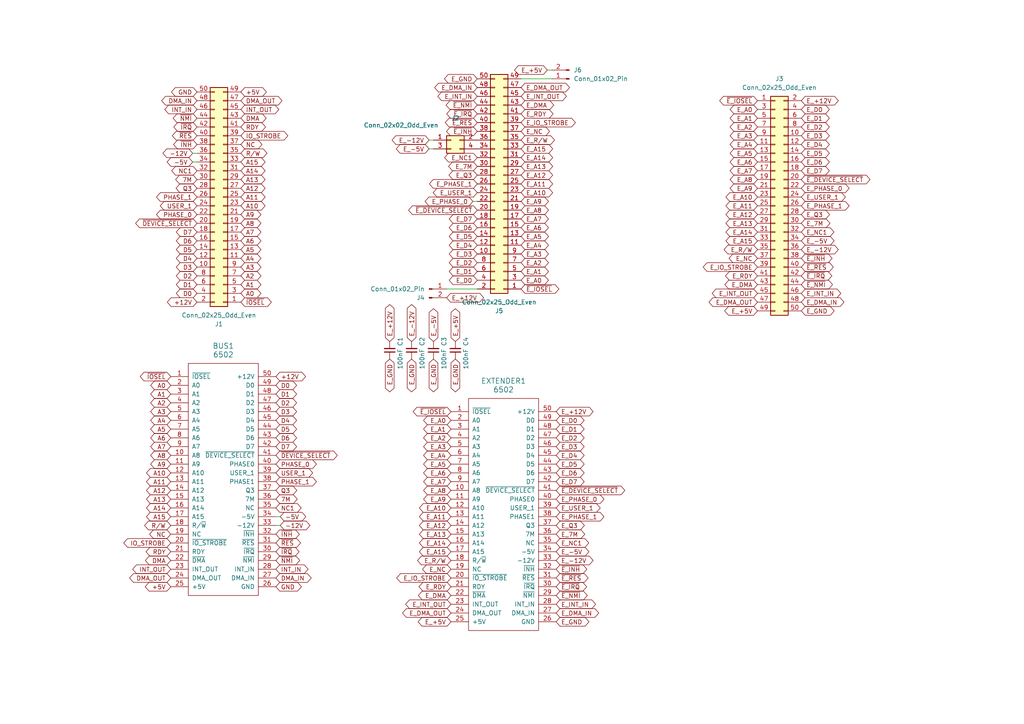
<source format=kicad_sch>
(kicad_sch
	(version 20250114)
	(generator "eeschema")
	(generator_version "9.0")
	(uuid "45442353-f1e6-44d8-a526-76ba310352a5")
	(paper "A4")
	(lib_symbols
		(symbol "6502_BP_Bus:6502_Bus"
			(pin_names
				(offset 1.016)
			)
			(exclude_from_sim no)
			(in_bom yes)
			(on_board yes)
			(property "Reference" "BUS"
				(at 0 17.272 0)
				(effects
					(font
						(size 1.524 1.524)
					)
				)
			)
			(property "Value" "6502"
				(at 0 21.59 0)
				(effects
					(font
						(size 1.524 1.524)
					)
				)
			)
			(property "Footprint" ""
				(at -26.67 46.99 0)
				(effects
					(font
						(size 1.524 1.524)
					)
					(hide yes)
				)
			)
			(property "Datasheet" ""
				(at -26.67 46.99 0)
				(effects
					(font
						(size 1.524 1.524)
					)
					(hide yes)
				)
			)
			(property "Description" ""
				(at 0 0 0)
				(effects
					(font
						(size 1.27 1.27)
					)
					(hide yes)
				)
			)
			(symbol "6502_Bus_0_1"
				(rectangle
					(start -10.16 33.02)
					(end 10.16 -34.29)
					(stroke
						(width 0)
						(type solid)
					)
					(fill
						(type none)
					)
				)
			)
			(symbol "6502_Bus_1_1"
				(pin input line
					(at -15.24 29.21 0)
					(length 5.08)
					(name "~{IOSEL}"
						(effects
							(font
								(size 1.27 1.27)
							)
						)
					)
					(number "1"
						(effects
							(font
								(size 1.27 1.27)
							)
						)
					)
				)
				(pin input line
					(at -15.24 26.67 0)
					(length 5.08)
					(name "A0"
						(effects
							(font
								(size 1.27 1.27)
							)
						)
					)
					(number "2"
						(effects
							(font
								(size 1.27 1.27)
							)
						)
					)
				)
				(pin input line
					(at -15.24 24.13 0)
					(length 5.08)
					(name "A1"
						(effects
							(font
								(size 1.27 1.27)
							)
						)
					)
					(number "3"
						(effects
							(font
								(size 1.27 1.27)
							)
						)
					)
				)
				(pin input line
					(at -15.24 21.59 0)
					(length 5.08)
					(name "A2"
						(effects
							(font
								(size 1.27 1.27)
							)
						)
					)
					(number "4"
						(effects
							(font
								(size 1.27 1.27)
							)
						)
					)
				)
				(pin input line
					(at -15.24 19.05 0)
					(length 5.08)
					(name "A3"
						(effects
							(font
								(size 1.27 1.27)
							)
						)
					)
					(number "5"
						(effects
							(font
								(size 1.27 1.27)
							)
						)
					)
				)
				(pin input line
					(at -15.24 16.51 0)
					(length 5.08)
					(name "A4"
						(effects
							(font
								(size 1.27 1.27)
							)
						)
					)
					(number "6"
						(effects
							(font
								(size 1.27 1.27)
							)
						)
					)
				)
				(pin input line
					(at -15.24 13.97 0)
					(length 5.08)
					(name "A5"
						(effects
							(font
								(size 1.27 1.27)
							)
						)
					)
					(number "7"
						(effects
							(font
								(size 1.27 1.27)
							)
						)
					)
				)
				(pin input line
					(at -15.24 11.43 0)
					(length 5.08)
					(name "A6"
						(effects
							(font
								(size 1.27 1.27)
							)
						)
					)
					(number "8"
						(effects
							(font
								(size 1.27 1.27)
							)
						)
					)
				)
				(pin input line
					(at -15.24 8.89 0)
					(length 5.08)
					(name "A7"
						(effects
							(font
								(size 1.27 1.27)
							)
						)
					)
					(number "9"
						(effects
							(font
								(size 1.27 1.27)
							)
						)
					)
				)
				(pin input line
					(at -15.24 6.35 0)
					(length 5.08)
					(name "A8"
						(effects
							(font
								(size 1.27 1.27)
							)
						)
					)
					(number "10"
						(effects
							(font
								(size 1.27 1.27)
							)
						)
					)
				)
				(pin input line
					(at -15.24 3.81 0)
					(length 5.08)
					(name "A9"
						(effects
							(font
								(size 1.27 1.27)
							)
						)
					)
					(number "11"
						(effects
							(font
								(size 1.27 1.27)
							)
						)
					)
				)
				(pin input line
					(at -15.24 1.27 0)
					(length 5.08)
					(name "A10"
						(effects
							(font
								(size 1.27 1.27)
							)
						)
					)
					(number "12"
						(effects
							(font
								(size 1.27 1.27)
							)
						)
					)
				)
				(pin input line
					(at -15.24 -1.27 0)
					(length 5.08)
					(name "A11"
						(effects
							(font
								(size 1.27 1.27)
							)
						)
					)
					(number "13"
						(effects
							(font
								(size 1.27 1.27)
							)
						)
					)
				)
				(pin input line
					(at -15.24 -3.81 0)
					(length 5.08)
					(name "A12"
						(effects
							(font
								(size 1.27 1.27)
							)
						)
					)
					(number "14"
						(effects
							(font
								(size 1.27 1.27)
							)
						)
					)
				)
				(pin input line
					(at -15.24 -6.35 0)
					(length 5.08)
					(name "A13"
						(effects
							(font
								(size 1.27 1.27)
							)
						)
					)
					(number "15"
						(effects
							(font
								(size 1.27 1.27)
							)
						)
					)
				)
				(pin input line
					(at -15.24 -8.89 0)
					(length 5.08)
					(name "A14"
						(effects
							(font
								(size 1.27 1.27)
							)
						)
					)
					(number "16"
						(effects
							(font
								(size 1.27 1.27)
							)
						)
					)
				)
				(pin input line
					(at -15.24 -11.43 0)
					(length 5.08)
					(name "A15"
						(effects
							(font
								(size 1.27 1.27)
							)
						)
					)
					(number "17"
						(effects
							(font
								(size 1.27 1.27)
							)
						)
					)
				)
				(pin input line
					(at -15.24 -13.97 0)
					(length 5.08)
					(name "R/~{W}"
						(effects
							(font
								(size 1.27 1.27)
							)
						)
					)
					(number "18"
						(effects
							(font
								(size 1.27 1.27)
							)
						)
					)
				)
				(pin input line
					(at -15.24 -16.51 0)
					(length 5.08)
					(name "NC"
						(effects
							(font
								(size 1.27 1.27)
							)
						)
					)
					(number "19"
						(effects
							(font
								(size 1.27 1.27)
							)
						)
					)
				)
				(pin input line
					(at -15.24 -19.05 0)
					(length 5.08)
					(name "~{IO_STROBE}"
						(effects
							(font
								(size 1.27 1.27)
							)
						)
					)
					(number "20"
						(effects
							(font
								(size 1.27 1.27)
							)
						)
					)
				)
				(pin input line
					(at -15.24 -21.59 0)
					(length 5.08)
					(name "RDY"
						(effects
							(font
								(size 1.27 1.27)
							)
						)
					)
					(number "21"
						(effects
							(font
								(size 1.27 1.27)
							)
						)
					)
				)
				(pin input line
					(at -15.24 -24.13 0)
					(length 5.08)
					(name "~{DMA}"
						(effects
							(font
								(size 1.27 1.27)
							)
						)
					)
					(number "22"
						(effects
							(font
								(size 1.27 1.27)
							)
						)
					)
				)
				(pin input line
					(at -15.24 -26.67 0)
					(length 5.08)
					(name "INT_OUT"
						(effects
							(font
								(size 1.27 1.27)
							)
						)
					)
					(number "23"
						(effects
							(font
								(size 1.27 1.27)
							)
						)
					)
				)
				(pin input line
					(at -15.24 -29.21 0)
					(length 5.08)
					(name "DMA_OUT"
						(effects
							(font
								(size 1.27 1.27)
							)
						)
					)
					(number "24"
						(effects
							(font
								(size 1.27 1.27)
							)
						)
					)
				)
				(pin input line
					(at -15.24 -31.75 0)
					(length 5.08)
					(name "+5V"
						(effects
							(font
								(size 1.27 1.27)
							)
						)
					)
					(number "25"
						(effects
							(font
								(size 1.27 1.27)
							)
						)
					)
				)
				(pin input line
					(at 15.24 29.21 180)
					(length 5.08)
					(name "+12V"
						(effects
							(font
								(size 1.27 1.27)
							)
						)
					)
					(number "50"
						(effects
							(font
								(size 1.27 1.27)
							)
						)
					)
				)
				(pin input line
					(at 15.24 26.67 180)
					(length 5.08)
					(name "D0"
						(effects
							(font
								(size 1.27 1.27)
							)
						)
					)
					(number "49"
						(effects
							(font
								(size 1.27 1.27)
							)
						)
					)
				)
				(pin input line
					(at 15.24 24.13 180)
					(length 5.08)
					(name "D1"
						(effects
							(font
								(size 1.27 1.27)
							)
						)
					)
					(number "48"
						(effects
							(font
								(size 1.27 1.27)
							)
						)
					)
				)
				(pin input line
					(at 15.24 21.59 180)
					(length 5.08)
					(name "D2"
						(effects
							(font
								(size 1.27 1.27)
							)
						)
					)
					(number "47"
						(effects
							(font
								(size 1.27 1.27)
							)
						)
					)
				)
				(pin input line
					(at 15.24 19.05 180)
					(length 5.08)
					(name "D3"
						(effects
							(font
								(size 1.27 1.27)
							)
						)
					)
					(number "46"
						(effects
							(font
								(size 1.27 1.27)
							)
						)
					)
				)
				(pin input line
					(at 15.24 16.51 180)
					(length 5.08)
					(name "D4"
						(effects
							(font
								(size 1.27 1.27)
							)
						)
					)
					(number "45"
						(effects
							(font
								(size 1.27 1.27)
							)
						)
					)
				)
				(pin input line
					(at 15.24 13.97 180)
					(length 5.08)
					(name "D5"
						(effects
							(font
								(size 1.27 1.27)
							)
						)
					)
					(number "44"
						(effects
							(font
								(size 1.27 1.27)
							)
						)
					)
				)
				(pin input line
					(at 15.24 11.43 180)
					(length 5.08)
					(name "D6"
						(effects
							(font
								(size 1.27 1.27)
							)
						)
					)
					(number "43"
						(effects
							(font
								(size 1.27 1.27)
							)
						)
					)
				)
				(pin input line
					(at 15.24 8.89 180)
					(length 5.08)
					(name "D7"
						(effects
							(font
								(size 1.27 1.27)
							)
						)
					)
					(number "42"
						(effects
							(font
								(size 1.27 1.27)
							)
						)
					)
				)
				(pin input line
					(at 15.24 6.35 180)
					(length 5.08)
					(name "~{DEVICE_SELECT}"
						(effects
							(font
								(size 1.27 1.27)
							)
						)
					)
					(number "41"
						(effects
							(font
								(size 1.27 1.27)
							)
						)
					)
				)
				(pin input line
					(at 15.24 3.81 180)
					(length 5.08)
					(name "PHASE0"
						(effects
							(font
								(size 1.27 1.27)
							)
						)
					)
					(number "40"
						(effects
							(font
								(size 1.27 1.27)
							)
						)
					)
				)
				(pin input line
					(at 15.24 1.27 180)
					(length 5.08)
					(name "USER_1"
						(effects
							(font
								(size 1.27 1.27)
							)
						)
					)
					(number "39"
						(effects
							(font
								(size 1.27 1.27)
							)
						)
					)
				)
				(pin input line
					(at 15.24 -1.27 180)
					(length 5.08)
					(name "PHASE1"
						(effects
							(font
								(size 1.27 1.27)
							)
						)
					)
					(number "38"
						(effects
							(font
								(size 1.27 1.27)
							)
						)
					)
				)
				(pin input line
					(at 15.24 -3.81 180)
					(length 5.08)
					(name "Q3"
						(effects
							(font
								(size 1.27 1.27)
							)
						)
					)
					(number "37"
						(effects
							(font
								(size 1.27 1.27)
							)
						)
					)
				)
				(pin input line
					(at 15.24 -6.35 180)
					(length 5.08)
					(name "7M"
						(effects
							(font
								(size 1.27 1.27)
							)
						)
					)
					(number "36"
						(effects
							(font
								(size 1.27 1.27)
							)
						)
					)
				)
				(pin input line
					(at 15.24 -8.89 180)
					(length 5.08)
					(name "NC"
						(effects
							(font
								(size 1.27 1.27)
							)
						)
					)
					(number "35"
						(effects
							(font
								(size 1.27 1.27)
							)
						)
					)
				)
				(pin input line
					(at 15.24 -11.43 180)
					(length 5.08)
					(name "-5V"
						(effects
							(font
								(size 1.27 1.27)
							)
						)
					)
					(number "34"
						(effects
							(font
								(size 1.27 1.27)
							)
						)
					)
				)
				(pin input line
					(at 15.24 -13.97 180)
					(length 5.08)
					(name "-12V"
						(effects
							(font
								(size 1.27 1.27)
							)
						)
					)
					(number "33"
						(effects
							(font
								(size 1.27 1.27)
							)
						)
					)
				)
				(pin input line
					(at 15.24 -16.51 180)
					(length 5.08)
					(name "~{INH}"
						(effects
							(font
								(size 1.27 1.27)
							)
						)
					)
					(number "32"
						(effects
							(font
								(size 1.27 1.27)
							)
						)
					)
				)
				(pin input line
					(at 15.24 -19.05 180)
					(length 5.08)
					(name "~{RES}"
						(effects
							(font
								(size 1.27 1.27)
							)
						)
					)
					(number "31"
						(effects
							(font
								(size 1.27 1.27)
							)
						)
					)
				)
				(pin input line
					(at 15.24 -21.59 180)
					(length 5.08)
					(name "~{IRQ}"
						(effects
							(font
								(size 1.27 1.27)
							)
						)
					)
					(number "30"
						(effects
							(font
								(size 1.27 1.27)
							)
						)
					)
				)
				(pin input line
					(at 15.24 -24.13 180)
					(length 5.08)
					(name "~{NMI}"
						(effects
							(font
								(size 1.27 1.27)
							)
						)
					)
					(number "29"
						(effects
							(font
								(size 1.27 1.27)
							)
						)
					)
				)
				(pin input line
					(at 15.24 -26.67 180)
					(length 5.08)
					(name "INT_IN"
						(effects
							(font
								(size 1.27 1.27)
							)
						)
					)
					(number "28"
						(effects
							(font
								(size 1.27 1.27)
							)
						)
					)
				)
				(pin input line
					(at 15.24 -29.21 180)
					(length 5.08)
					(name "DMA_IN"
						(effects
							(font
								(size 1.27 1.27)
							)
						)
					)
					(number "27"
						(effects
							(font
								(size 1.27 1.27)
							)
						)
					)
				)
				(pin input line
					(at 15.24 -31.75 180)
					(length 5.08)
					(name "GND"
						(effects
							(font
								(size 1.27 1.27)
							)
						)
					)
					(number "26"
						(effects
							(font
								(size 1.27 1.27)
							)
						)
					)
				)
			)
			(embedded_fonts no)
		)
		(symbol "Connector:Conn_01x02_Pin"
			(pin_names
				(offset 1.016)
				(hide yes)
			)
			(exclude_from_sim no)
			(in_bom yes)
			(on_board yes)
			(property "Reference" "J"
				(at 0 2.54 0)
				(effects
					(font
						(size 1.27 1.27)
					)
				)
			)
			(property "Value" "Conn_01x02_Pin"
				(at 0 -5.08 0)
				(effects
					(font
						(size 1.27 1.27)
					)
				)
			)
			(property "Footprint" ""
				(at 0 0 0)
				(effects
					(font
						(size 1.27 1.27)
					)
					(hide yes)
				)
			)
			(property "Datasheet" "~"
				(at 0 0 0)
				(effects
					(font
						(size 1.27 1.27)
					)
					(hide yes)
				)
			)
			(property "Description" "Generic connector, single row, 01x02, script generated"
				(at 0 0 0)
				(effects
					(font
						(size 1.27 1.27)
					)
					(hide yes)
				)
			)
			(property "ki_locked" ""
				(at 0 0 0)
				(effects
					(font
						(size 1.27 1.27)
					)
				)
			)
			(property "ki_keywords" "connector"
				(at 0 0 0)
				(effects
					(font
						(size 1.27 1.27)
					)
					(hide yes)
				)
			)
			(property "ki_fp_filters" "Connector*:*_1x??_*"
				(at 0 0 0)
				(effects
					(font
						(size 1.27 1.27)
					)
					(hide yes)
				)
			)
			(symbol "Conn_01x02_Pin_1_1"
				(rectangle
					(start 0.8636 0.127)
					(end 0 -0.127)
					(stroke
						(width 0.1524)
						(type default)
					)
					(fill
						(type outline)
					)
				)
				(rectangle
					(start 0.8636 -2.413)
					(end 0 -2.667)
					(stroke
						(width 0.1524)
						(type default)
					)
					(fill
						(type outline)
					)
				)
				(polyline
					(pts
						(xy 1.27 0) (xy 0.8636 0)
					)
					(stroke
						(width 0.1524)
						(type default)
					)
					(fill
						(type none)
					)
				)
				(polyline
					(pts
						(xy 1.27 -2.54) (xy 0.8636 -2.54)
					)
					(stroke
						(width 0.1524)
						(type default)
					)
					(fill
						(type none)
					)
				)
				(pin passive line
					(at 5.08 0 180)
					(length 3.81)
					(name "Pin_1"
						(effects
							(font
								(size 1.27 1.27)
							)
						)
					)
					(number "1"
						(effects
							(font
								(size 1.27 1.27)
							)
						)
					)
				)
				(pin passive line
					(at 5.08 -2.54 180)
					(length 3.81)
					(name "Pin_2"
						(effects
							(font
								(size 1.27 1.27)
							)
						)
					)
					(number "2"
						(effects
							(font
								(size 1.27 1.27)
							)
						)
					)
				)
			)
			(embedded_fonts no)
		)
		(symbol "Connector_Generic:Conn_02x02_Odd_Even"
			(pin_names
				(offset 1.016)
				(hide yes)
			)
			(exclude_from_sim no)
			(in_bom yes)
			(on_board yes)
			(property "Reference" "J"
				(at 1.27 2.54 0)
				(effects
					(font
						(size 1.27 1.27)
					)
				)
			)
			(property "Value" "Conn_02x02_Odd_Even"
				(at 1.27 -5.08 0)
				(effects
					(font
						(size 1.27 1.27)
					)
				)
			)
			(property "Footprint" ""
				(at 0 0 0)
				(effects
					(font
						(size 1.27 1.27)
					)
					(hide yes)
				)
			)
			(property "Datasheet" "~"
				(at 0 0 0)
				(effects
					(font
						(size 1.27 1.27)
					)
					(hide yes)
				)
			)
			(property "Description" "Generic connector, double row, 02x02, odd/even pin numbering scheme (row 1 odd numbers, row 2 even numbers), script generated (kicad-library-utils/schlib/autogen/connector/)"
				(at 0 0 0)
				(effects
					(font
						(size 1.27 1.27)
					)
					(hide yes)
				)
			)
			(property "ki_keywords" "connector"
				(at 0 0 0)
				(effects
					(font
						(size 1.27 1.27)
					)
					(hide yes)
				)
			)
			(property "ki_fp_filters" "Connector*:*_2x??_*"
				(at 0 0 0)
				(effects
					(font
						(size 1.27 1.27)
					)
					(hide yes)
				)
			)
			(symbol "Conn_02x02_Odd_Even_1_1"
				(rectangle
					(start -1.27 1.27)
					(end 3.81 -3.81)
					(stroke
						(width 0.254)
						(type default)
					)
					(fill
						(type background)
					)
				)
				(rectangle
					(start -1.27 0.127)
					(end 0 -0.127)
					(stroke
						(width 0.1524)
						(type default)
					)
					(fill
						(type none)
					)
				)
				(rectangle
					(start -1.27 -2.413)
					(end 0 -2.667)
					(stroke
						(width 0.1524)
						(type default)
					)
					(fill
						(type none)
					)
				)
				(rectangle
					(start 3.81 0.127)
					(end 2.54 -0.127)
					(stroke
						(width 0.1524)
						(type default)
					)
					(fill
						(type none)
					)
				)
				(rectangle
					(start 3.81 -2.413)
					(end 2.54 -2.667)
					(stroke
						(width 0.1524)
						(type default)
					)
					(fill
						(type none)
					)
				)
				(pin passive line
					(at -5.08 0 0)
					(length 3.81)
					(name "Pin_1"
						(effects
							(font
								(size 1.27 1.27)
							)
						)
					)
					(number "1"
						(effects
							(font
								(size 1.27 1.27)
							)
						)
					)
				)
				(pin passive line
					(at -5.08 -2.54 0)
					(length 3.81)
					(name "Pin_3"
						(effects
							(font
								(size 1.27 1.27)
							)
						)
					)
					(number "3"
						(effects
							(font
								(size 1.27 1.27)
							)
						)
					)
				)
				(pin passive line
					(at 7.62 0 180)
					(length 3.81)
					(name "Pin_2"
						(effects
							(font
								(size 1.27 1.27)
							)
						)
					)
					(number "2"
						(effects
							(font
								(size 1.27 1.27)
							)
						)
					)
				)
				(pin passive line
					(at 7.62 -2.54 180)
					(length 3.81)
					(name "Pin_4"
						(effects
							(font
								(size 1.27 1.27)
							)
						)
					)
					(number "4"
						(effects
							(font
								(size 1.27 1.27)
							)
						)
					)
				)
			)
			(embedded_fonts no)
		)
		(symbol "Connector_Generic:Conn_02x25_Odd_Even"
			(pin_names
				(offset 1.016)
				(hide yes)
			)
			(exclude_from_sim no)
			(in_bom yes)
			(on_board yes)
			(property "Reference" "J"
				(at 1.27 33.02 0)
				(effects
					(font
						(size 1.27 1.27)
					)
				)
			)
			(property "Value" "Conn_02x25_Odd_Even"
				(at 1.27 -33.02 0)
				(effects
					(font
						(size 1.27 1.27)
					)
				)
			)
			(property "Footprint" ""
				(at 0 0 0)
				(effects
					(font
						(size 1.27 1.27)
					)
					(hide yes)
				)
			)
			(property "Datasheet" "~"
				(at 0 0 0)
				(effects
					(font
						(size 1.27 1.27)
					)
					(hide yes)
				)
			)
			(property "Description" "Generic connector, double row, 02x25, odd/even pin numbering scheme (row 1 odd numbers, row 2 even numbers), script generated (kicad-library-utils/schlib/autogen/connector/)"
				(at 0 0 0)
				(effects
					(font
						(size 1.27 1.27)
					)
					(hide yes)
				)
			)
			(property "ki_keywords" "connector"
				(at 0 0 0)
				(effects
					(font
						(size 1.27 1.27)
					)
					(hide yes)
				)
			)
			(property "ki_fp_filters" "Connector*:*_2x??_*"
				(at 0 0 0)
				(effects
					(font
						(size 1.27 1.27)
					)
					(hide yes)
				)
			)
			(symbol "Conn_02x25_Odd_Even_1_1"
				(rectangle
					(start -1.27 31.75)
					(end 3.81 -31.75)
					(stroke
						(width 0.254)
						(type default)
					)
					(fill
						(type background)
					)
				)
				(rectangle
					(start -1.27 30.607)
					(end 0 30.353)
					(stroke
						(width 0.1524)
						(type default)
					)
					(fill
						(type none)
					)
				)
				(rectangle
					(start -1.27 28.067)
					(end 0 27.813)
					(stroke
						(width 0.1524)
						(type default)
					)
					(fill
						(type none)
					)
				)
				(rectangle
					(start -1.27 25.527)
					(end 0 25.273)
					(stroke
						(width 0.1524)
						(type default)
					)
					(fill
						(type none)
					)
				)
				(rectangle
					(start -1.27 22.987)
					(end 0 22.733)
					(stroke
						(width 0.1524)
						(type default)
					)
					(fill
						(type none)
					)
				)
				(rectangle
					(start -1.27 20.447)
					(end 0 20.193)
					(stroke
						(width 0.1524)
						(type default)
					)
					(fill
						(type none)
					)
				)
				(rectangle
					(start -1.27 17.907)
					(end 0 17.653)
					(stroke
						(width 0.1524)
						(type default)
					)
					(fill
						(type none)
					)
				)
				(rectangle
					(start -1.27 15.367)
					(end 0 15.113)
					(stroke
						(width 0.1524)
						(type default)
					)
					(fill
						(type none)
					)
				)
				(rectangle
					(start -1.27 12.827)
					(end 0 12.573)
					(stroke
						(width 0.1524)
						(type default)
					)
					(fill
						(type none)
					)
				)
				(rectangle
					(start -1.27 10.287)
					(end 0 10.033)
					(stroke
						(width 0.1524)
						(type default)
					)
					(fill
						(type none)
					)
				)
				(rectangle
					(start -1.27 7.747)
					(end 0 7.493)
					(stroke
						(width 0.1524)
						(type default)
					)
					(fill
						(type none)
					)
				)
				(rectangle
					(start -1.27 5.207)
					(end 0 4.953)
					(stroke
						(width 0.1524)
						(type default)
					)
					(fill
						(type none)
					)
				)
				(rectangle
					(start -1.27 2.667)
					(end 0 2.413)
					(stroke
						(width 0.1524)
						(type default)
					)
					(fill
						(type none)
					)
				)
				(rectangle
					(start -1.27 0.127)
					(end 0 -0.127)
					(stroke
						(width 0.1524)
						(type default)
					)
					(fill
						(type none)
					)
				)
				(rectangle
					(start -1.27 -2.413)
					(end 0 -2.667)
					(stroke
						(width 0.1524)
						(type default)
					)
					(fill
						(type none)
					)
				)
				(rectangle
					(start -1.27 -4.953)
					(end 0 -5.207)
					(stroke
						(width 0.1524)
						(type default)
					)
					(fill
						(type none)
					)
				)
				(rectangle
					(start -1.27 -7.493)
					(end 0 -7.747)
					(stroke
						(width 0.1524)
						(type default)
					)
					(fill
						(type none)
					)
				)
				(rectangle
					(start -1.27 -10.033)
					(end 0 -10.287)
					(stroke
						(width 0.1524)
						(type default)
					)
					(fill
						(type none)
					)
				)
				(rectangle
					(start -1.27 -12.573)
					(end 0 -12.827)
					(stroke
						(width 0.1524)
						(type default)
					)
					(fill
						(type none)
					)
				)
				(rectangle
					(start -1.27 -15.113)
					(end 0 -15.367)
					(stroke
						(width 0.1524)
						(type default)
					)
					(fill
						(type none)
					)
				)
				(rectangle
					(start -1.27 -17.653)
					(end 0 -17.907)
					(stroke
						(width 0.1524)
						(type default)
					)
					(fill
						(type none)
					)
				)
				(rectangle
					(start -1.27 -20.193)
					(end 0 -20.447)
					(stroke
						(width 0.1524)
						(type default)
					)
					(fill
						(type none)
					)
				)
				(rectangle
					(start -1.27 -22.733)
					(end 0 -22.987)
					(stroke
						(width 0.1524)
						(type default)
					)
					(fill
						(type none)
					)
				)
				(rectangle
					(start -1.27 -25.273)
					(end 0 -25.527)
					(stroke
						(width 0.1524)
						(type default)
					)
					(fill
						(type none)
					)
				)
				(rectangle
					(start -1.27 -27.813)
					(end 0 -28.067)
					(stroke
						(width 0.1524)
						(type default)
					)
					(fill
						(type none)
					)
				)
				(rectangle
					(start -1.27 -30.353)
					(end 0 -30.607)
					(stroke
						(width 0.1524)
						(type default)
					)
					(fill
						(type none)
					)
				)
				(rectangle
					(start 3.81 30.607)
					(end 2.54 30.353)
					(stroke
						(width 0.1524)
						(type default)
					)
					(fill
						(type none)
					)
				)
				(rectangle
					(start 3.81 28.067)
					(end 2.54 27.813)
					(stroke
						(width 0.1524)
						(type default)
					)
					(fill
						(type none)
					)
				)
				(rectangle
					(start 3.81 25.527)
					(end 2.54 25.273)
					(stroke
						(width 0.1524)
						(type default)
					)
					(fill
						(type none)
					)
				)
				(rectangle
					(start 3.81 22.987)
					(end 2.54 22.733)
					(stroke
						(width 0.1524)
						(type default)
					)
					(fill
						(type none)
					)
				)
				(rectangle
					(start 3.81 20.447)
					(end 2.54 20.193)
					(stroke
						(width 0.1524)
						(type default)
					)
					(fill
						(type none)
					)
				)
				(rectangle
					(start 3.81 17.907)
					(end 2.54 17.653)
					(stroke
						(width 0.1524)
						(type default)
					)
					(fill
						(type none)
					)
				)
				(rectangle
					(start 3.81 15.367)
					(end 2.54 15.113)
					(stroke
						(width 0.1524)
						(type default)
					)
					(fill
						(type none)
					)
				)
				(rectangle
					(start 3.81 12.827)
					(end 2.54 12.573)
					(stroke
						(width 0.1524)
						(type default)
					)
					(fill
						(type none)
					)
				)
				(rectangle
					(start 3.81 10.287)
					(end 2.54 10.033)
					(stroke
						(width 0.1524)
						(type default)
					)
					(fill
						(type none)
					)
				)
				(rectangle
					(start 3.81 7.747)
					(end 2.54 7.493)
					(stroke
						(width 0.1524)
						(type default)
					)
					(fill
						(type none)
					)
				)
				(rectangle
					(start 3.81 5.207)
					(end 2.54 4.953)
					(stroke
						(width 0.1524)
						(type default)
					)
					(fill
						(type none)
					)
				)
				(rectangle
					(start 3.81 2.667)
					(end 2.54 2.413)
					(stroke
						(width 0.1524)
						(type default)
					)
					(fill
						(type none)
					)
				)
				(rectangle
					(start 3.81 0.127)
					(end 2.54 -0.127)
					(stroke
						(width 0.1524)
						(type default)
					)
					(fill
						(type none)
					)
				)
				(rectangle
					(start 3.81 -2.413)
					(end 2.54 -2.667)
					(stroke
						(width 0.1524)
						(type default)
					)
					(fill
						(type none)
					)
				)
				(rectangle
					(start 3.81 -4.953)
					(end 2.54 -5.207)
					(stroke
						(width 0.1524)
						(type default)
					)
					(fill
						(type none)
					)
				)
				(rectangle
					(start 3.81 -7.493)
					(end 2.54 -7.747)
					(stroke
						(width 0.1524)
						(type default)
					)
					(fill
						(type none)
					)
				)
				(rectangle
					(start 3.81 -10.033)
					(end 2.54 -10.287)
					(stroke
						(width 0.1524)
						(type default)
					)
					(fill
						(type none)
					)
				)
				(rectangle
					(start 3.81 -12.573)
					(end 2.54 -12.827)
					(stroke
						(width 0.1524)
						(type default)
					)
					(fill
						(type none)
					)
				)
				(rectangle
					(start 3.81 -15.113)
					(end 2.54 -15.367)
					(stroke
						(width 0.1524)
						(type default)
					)
					(fill
						(type none)
					)
				)
				(rectangle
					(start 3.81 -17.653)
					(end 2.54 -17.907)
					(stroke
						(width 0.1524)
						(type default)
					)
					(fill
						(type none)
					)
				)
				(rectangle
					(start 3.81 -20.193)
					(end 2.54 -20.447)
					(stroke
						(width 0.1524)
						(type default)
					)
					(fill
						(type none)
					)
				)
				(rectangle
					(start 3.81 -22.733)
					(end 2.54 -22.987)
					(stroke
						(width 0.1524)
						(type default)
					)
					(fill
						(type none)
					)
				)
				(rectangle
					(start 3.81 -25.273)
					(end 2.54 -25.527)
					(stroke
						(width 0.1524)
						(type default)
					)
					(fill
						(type none)
					)
				)
				(rectangle
					(start 3.81 -27.813)
					(end 2.54 -28.067)
					(stroke
						(width 0.1524)
						(type default)
					)
					(fill
						(type none)
					)
				)
				(rectangle
					(start 3.81 -30.353)
					(end 2.54 -30.607)
					(stroke
						(width 0.1524)
						(type default)
					)
					(fill
						(type none)
					)
				)
				(pin passive line
					(at -5.08 30.48 0)
					(length 3.81)
					(name "Pin_1"
						(effects
							(font
								(size 1.27 1.27)
							)
						)
					)
					(number "1"
						(effects
							(font
								(size 1.27 1.27)
							)
						)
					)
				)
				(pin passive line
					(at -5.08 27.94 0)
					(length 3.81)
					(name "Pin_3"
						(effects
							(font
								(size 1.27 1.27)
							)
						)
					)
					(number "3"
						(effects
							(font
								(size 1.27 1.27)
							)
						)
					)
				)
				(pin passive line
					(at -5.08 25.4 0)
					(length 3.81)
					(name "Pin_5"
						(effects
							(font
								(size 1.27 1.27)
							)
						)
					)
					(number "5"
						(effects
							(font
								(size 1.27 1.27)
							)
						)
					)
				)
				(pin passive line
					(at -5.08 22.86 0)
					(length 3.81)
					(name "Pin_7"
						(effects
							(font
								(size 1.27 1.27)
							)
						)
					)
					(number "7"
						(effects
							(font
								(size 1.27 1.27)
							)
						)
					)
				)
				(pin passive line
					(at -5.08 20.32 0)
					(length 3.81)
					(name "Pin_9"
						(effects
							(font
								(size 1.27 1.27)
							)
						)
					)
					(number "9"
						(effects
							(font
								(size 1.27 1.27)
							)
						)
					)
				)
				(pin passive line
					(at -5.08 17.78 0)
					(length 3.81)
					(name "Pin_11"
						(effects
							(font
								(size 1.27 1.27)
							)
						)
					)
					(number "11"
						(effects
							(font
								(size 1.27 1.27)
							)
						)
					)
				)
				(pin passive line
					(at -5.08 15.24 0)
					(length 3.81)
					(name "Pin_13"
						(effects
							(font
								(size 1.27 1.27)
							)
						)
					)
					(number "13"
						(effects
							(font
								(size 1.27 1.27)
							)
						)
					)
				)
				(pin passive line
					(at -5.08 12.7 0)
					(length 3.81)
					(name "Pin_15"
						(effects
							(font
								(size 1.27 1.27)
							)
						)
					)
					(number "15"
						(effects
							(font
								(size 1.27 1.27)
							)
						)
					)
				)
				(pin passive line
					(at -5.08 10.16 0)
					(length 3.81)
					(name "Pin_17"
						(effects
							(font
								(size 1.27 1.27)
							)
						)
					)
					(number "17"
						(effects
							(font
								(size 1.27 1.27)
							)
						)
					)
				)
				(pin passive line
					(at -5.08 7.62 0)
					(length 3.81)
					(name "Pin_19"
						(effects
							(font
								(size 1.27 1.27)
							)
						)
					)
					(number "19"
						(effects
							(font
								(size 1.27 1.27)
							)
						)
					)
				)
				(pin passive line
					(at -5.08 5.08 0)
					(length 3.81)
					(name "Pin_21"
						(effects
							(font
								(size 1.27 1.27)
							)
						)
					)
					(number "21"
						(effects
							(font
								(size 1.27 1.27)
							)
						)
					)
				)
				(pin passive line
					(at -5.08 2.54 0)
					(length 3.81)
					(name "Pin_23"
						(effects
							(font
								(size 1.27 1.27)
							)
						)
					)
					(number "23"
						(effects
							(font
								(size 1.27 1.27)
							)
						)
					)
				)
				(pin passive line
					(at -5.08 0 0)
					(length 3.81)
					(name "Pin_25"
						(effects
							(font
								(size 1.27 1.27)
							)
						)
					)
					(number "25"
						(effects
							(font
								(size 1.27 1.27)
							)
						)
					)
				)
				(pin passive line
					(at -5.08 -2.54 0)
					(length 3.81)
					(name "Pin_27"
						(effects
							(font
								(size 1.27 1.27)
							)
						)
					)
					(number "27"
						(effects
							(font
								(size 1.27 1.27)
							)
						)
					)
				)
				(pin passive line
					(at -5.08 -5.08 0)
					(length 3.81)
					(name "Pin_29"
						(effects
							(font
								(size 1.27 1.27)
							)
						)
					)
					(number "29"
						(effects
							(font
								(size 1.27 1.27)
							)
						)
					)
				)
				(pin passive line
					(at -5.08 -7.62 0)
					(length 3.81)
					(name "Pin_31"
						(effects
							(font
								(size 1.27 1.27)
							)
						)
					)
					(number "31"
						(effects
							(font
								(size 1.27 1.27)
							)
						)
					)
				)
				(pin passive line
					(at -5.08 -10.16 0)
					(length 3.81)
					(name "Pin_33"
						(effects
							(font
								(size 1.27 1.27)
							)
						)
					)
					(number "33"
						(effects
							(font
								(size 1.27 1.27)
							)
						)
					)
				)
				(pin passive line
					(at -5.08 -12.7 0)
					(length 3.81)
					(name "Pin_35"
						(effects
							(font
								(size 1.27 1.27)
							)
						)
					)
					(number "35"
						(effects
							(font
								(size 1.27 1.27)
							)
						)
					)
				)
				(pin passive line
					(at -5.08 -15.24 0)
					(length 3.81)
					(name "Pin_37"
						(effects
							(font
								(size 1.27 1.27)
							)
						)
					)
					(number "37"
						(effects
							(font
								(size 1.27 1.27)
							)
						)
					)
				)
				(pin passive line
					(at -5.08 -17.78 0)
					(length 3.81)
					(name "Pin_39"
						(effects
							(font
								(size 1.27 1.27)
							)
						)
					)
					(number "39"
						(effects
							(font
								(size 1.27 1.27)
							)
						)
					)
				)
				(pin passive line
					(at -5.08 -20.32 0)
					(length 3.81)
					(name "Pin_41"
						(effects
							(font
								(size 1.27 1.27)
							)
						)
					)
					(number "41"
						(effects
							(font
								(size 1.27 1.27)
							)
						)
					)
				)
				(pin passive line
					(at -5.08 -22.86 0)
					(length 3.81)
					(name "Pin_43"
						(effects
							(font
								(size 1.27 1.27)
							)
						)
					)
					(number "43"
						(effects
							(font
								(size 1.27 1.27)
							)
						)
					)
				)
				(pin passive line
					(at -5.08 -25.4 0)
					(length 3.81)
					(name "Pin_45"
						(effects
							(font
								(size 1.27 1.27)
							)
						)
					)
					(number "45"
						(effects
							(font
								(size 1.27 1.27)
							)
						)
					)
				)
				(pin passive line
					(at -5.08 -27.94 0)
					(length 3.81)
					(name "Pin_47"
						(effects
							(font
								(size 1.27 1.27)
							)
						)
					)
					(number "47"
						(effects
							(font
								(size 1.27 1.27)
							)
						)
					)
				)
				(pin passive line
					(at -5.08 -30.48 0)
					(length 3.81)
					(name "Pin_49"
						(effects
							(font
								(size 1.27 1.27)
							)
						)
					)
					(number "49"
						(effects
							(font
								(size 1.27 1.27)
							)
						)
					)
				)
				(pin passive line
					(at 7.62 30.48 180)
					(length 3.81)
					(name "Pin_2"
						(effects
							(font
								(size 1.27 1.27)
							)
						)
					)
					(number "2"
						(effects
							(font
								(size 1.27 1.27)
							)
						)
					)
				)
				(pin passive line
					(at 7.62 27.94 180)
					(length 3.81)
					(name "Pin_4"
						(effects
							(font
								(size 1.27 1.27)
							)
						)
					)
					(number "4"
						(effects
							(font
								(size 1.27 1.27)
							)
						)
					)
				)
				(pin passive line
					(at 7.62 25.4 180)
					(length 3.81)
					(name "Pin_6"
						(effects
							(font
								(size 1.27 1.27)
							)
						)
					)
					(number "6"
						(effects
							(font
								(size 1.27 1.27)
							)
						)
					)
				)
				(pin passive line
					(at 7.62 22.86 180)
					(length 3.81)
					(name "Pin_8"
						(effects
							(font
								(size 1.27 1.27)
							)
						)
					)
					(number "8"
						(effects
							(font
								(size 1.27 1.27)
							)
						)
					)
				)
				(pin passive line
					(at 7.62 20.32 180)
					(length 3.81)
					(name "Pin_10"
						(effects
							(font
								(size 1.27 1.27)
							)
						)
					)
					(number "10"
						(effects
							(font
								(size 1.27 1.27)
							)
						)
					)
				)
				(pin passive line
					(at 7.62 17.78 180)
					(length 3.81)
					(name "Pin_12"
						(effects
							(font
								(size 1.27 1.27)
							)
						)
					)
					(number "12"
						(effects
							(font
								(size 1.27 1.27)
							)
						)
					)
				)
				(pin passive line
					(at 7.62 15.24 180)
					(length 3.81)
					(name "Pin_14"
						(effects
							(font
								(size 1.27 1.27)
							)
						)
					)
					(number "14"
						(effects
							(font
								(size 1.27 1.27)
							)
						)
					)
				)
				(pin passive line
					(at 7.62 12.7 180)
					(length 3.81)
					(name "Pin_16"
						(effects
							(font
								(size 1.27 1.27)
							)
						)
					)
					(number "16"
						(effects
							(font
								(size 1.27 1.27)
							)
						)
					)
				)
				(pin passive line
					(at 7.62 10.16 180)
					(length 3.81)
					(name "Pin_18"
						(effects
							(font
								(size 1.27 1.27)
							)
						)
					)
					(number "18"
						(effects
							(font
								(size 1.27 1.27)
							)
						)
					)
				)
				(pin passive line
					(at 7.62 7.62 180)
					(length 3.81)
					(name "Pin_20"
						(effects
							(font
								(size 1.27 1.27)
							)
						)
					)
					(number "20"
						(effects
							(font
								(size 1.27 1.27)
							)
						)
					)
				)
				(pin passive line
					(at 7.62 5.08 180)
					(length 3.81)
					(name "Pin_22"
						(effects
							(font
								(size 1.27 1.27)
							)
						)
					)
					(number "22"
						(effects
							(font
								(size 1.27 1.27)
							)
						)
					)
				)
				(pin passive line
					(at 7.62 2.54 180)
					(length 3.81)
					(name "Pin_24"
						(effects
							(font
								(size 1.27 1.27)
							)
						)
					)
					(number "24"
						(effects
							(font
								(size 1.27 1.27)
							)
						)
					)
				)
				(pin passive line
					(at 7.62 0 180)
					(length 3.81)
					(name "Pin_26"
						(effects
							(font
								(size 1.27 1.27)
							)
						)
					)
					(number "26"
						(effects
							(font
								(size 1.27 1.27)
							)
						)
					)
				)
				(pin passive line
					(at 7.62 -2.54 180)
					(length 3.81)
					(name "Pin_28"
						(effects
							(font
								(size 1.27 1.27)
							)
						)
					)
					(number "28"
						(effects
							(font
								(size 1.27 1.27)
							)
						)
					)
				)
				(pin passive line
					(at 7.62 -5.08 180)
					(length 3.81)
					(name "Pin_30"
						(effects
							(font
								(size 1.27 1.27)
							)
						)
					)
					(number "30"
						(effects
							(font
								(size 1.27 1.27)
							)
						)
					)
				)
				(pin passive line
					(at 7.62 -7.62 180)
					(length 3.81)
					(name "Pin_32"
						(effects
							(font
								(size 1.27 1.27)
							)
						)
					)
					(number "32"
						(effects
							(font
								(size 1.27 1.27)
							)
						)
					)
				)
				(pin passive line
					(at 7.62 -10.16 180)
					(length 3.81)
					(name "Pin_34"
						(effects
							(font
								(size 1.27 1.27)
							)
						)
					)
					(number "34"
						(effects
							(font
								(size 1.27 1.27)
							)
						)
					)
				)
				(pin passive line
					(at 7.62 -12.7 180)
					(length 3.81)
					(name "Pin_36"
						(effects
							(font
								(size 1.27 1.27)
							)
						)
					)
					(number "36"
						(effects
							(font
								(size 1.27 1.27)
							)
						)
					)
				)
				(pin passive line
					(at 7.62 -15.24 180)
					(length 3.81)
					(name "Pin_38"
						(effects
							(font
								(size 1.27 1.27)
							)
						)
					)
					(number "38"
						(effects
							(font
								(size 1.27 1.27)
							)
						)
					)
				)
				(pin passive line
					(at 7.62 -17.78 180)
					(length 3.81)
					(name "Pin_40"
						(effects
							(font
								(size 1.27 1.27)
							)
						)
					)
					(number "40"
						(effects
							(font
								(size 1.27 1.27)
							)
						)
					)
				)
				(pin passive line
					(at 7.62 -20.32 180)
					(length 3.81)
					(name "Pin_42"
						(effects
							(font
								(size 1.27 1.27)
							)
						)
					)
					(number "42"
						(effects
							(font
								(size 1.27 1.27)
							)
						)
					)
				)
				(pin passive line
					(at 7.62 -22.86 180)
					(length 3.81)
					(name "Pin_44"
						(effects
							(font
								(size 1.27 1.27)
							)
						)
					)
					(number "44"
						(effects
							(font
								(size 1.27 1.27)
							)
						)
					)
				)
				(pin passive line
					(at 7.62 -25.4 180)
					(length 3.81)
					(name "Pin_46"
						(effects
							(font
								(size 1.27 1.27)
							)
						)
					)
					(number "46"
						(effects
							(font
								(size 1.27 1.27)
							)
						)
					)
				)
				(pin passive line
					(at 7.62 -27.94 180)
					(length 3.81)
					(name "Pin_48"
						(effects
							(font
								(size 1.27 1.27)
							)
						)
					)
					(number "48"
						(effects
							(font
								(size 1.27 1.27)
							)
						)
					)
				)
				(pin passive line
					(at 7.62 -30.48 180)
					(length 3.81)
					(name "Pin_50"
						(effects
							(font
								(size 1.27 1.27)
							)
						)
					)
					(number "50"
						(effects
							(font
								(size 1.27 1.27)
							)
						)
					)
				)
			)
			(embedded_fonts no)
		)
		(symbol "Device:C_Small"
			(pin_numbers
				(hide yes)
			)
			(pin_names
				(offset 0.254)
				(hide yes)
			)
			(exclude_from_sim no)
			(in_bom yes)
			(on_board yes)
			(property "Reference" "C"
				(at 0.254 1.778 0)
				(effects
					(font
						(size 1.27 1.27)
					)
					(justify left)
				)
			)
			(property "Value" "C_Small"
				(at 0.254 -2.032 0)
				(effects
					(font
						(size 1.27 1.27)
					)
					(justify left)
				)
			)
			(property "Footprint" ""
				(at 0 0 0)
				(effects
					(font
						(size 1.27 1.27)
					)
					(hide yes)
				)
			)
			(property "Datasheet" "~"
				(at 0 0 0)
				(effects
					(font
						(size 1.27 1.27)
					)
					(hide yes)
				)
			)
			(property "Description" "Unpolarized capacitor, small symbol"
				(at 0 0 0)
				(effects
					(font
						(size 1.27 1.27)
					)
					(hide yes)
				)
			)
			(property "ki_keywords" "capacitor cap"
				(at 0 0 0)
				(effects
					(font
						(size 1.27 1.27)
					)
					(hide yes)
				)
			)
			(property "ki_fp_filters" "C_*"
				(at 0 0 0)
				(effects
					(font
						(size 1.27 1.27)
					)
					(hide yes)
				)
			)
			(symbol "C_Small_0_1"
				(polyline
					(pts
						(xy -1.524 0.508) (xy 1.524 0.508)
					)
					(stroke
						(width 0.3048)
						(type default)
					)
					(fill
						(type none)
					)
				)
				(polyline
					(pts
						(xy -1.524 -0.508) (xy 1.524 -0.508)
					)
					(stroke
						(width 0.3302)
						(type default)
					)
					(fill
						(type none)
					)
				)
			)
			(symbol "C_Small_1_1"
				(pin passive line
					(at 0 2.54 270)
					(length 2.032)
					(name "~"
						(effects
							(font
								(size 1.27 1.27)
							)
						)
					)
					(number "1"
						(effects
							(font
								(size 1.27 1.27)
							)
						)
					)
				)
				(pin passive line
					(at 0 -2.54 90)
					(length 2.032)
					(name "~"
						(effects
							(font
								(size 1.27 1.27)
							)
						)
					)
					(number "2"
						(effects
							(font
								(size 1.27 1.27)
							)
						)
					)
				)
			)
			(embedded_fonts no)
		)
	)
	(wire
		(pts
			(xy 80.01 152.4) (xy 81.28 152.4)
		)
		(stroke
			(width 0)
			(type default)
		)
		(uuid "20d4c163-ea19-45b9-891c-7de80fbffd3e")
	)
	(wire
		(pts
			(xy 129.54 83.82) (xy 138.43 83.82)
		)
		(stroke
			(width 0)
			(type default)
		)
		(uuid "3638cf90-567f-45d8-8b72-c41614b548e0")
	)
	(wire
		(pts
			(xy 137.16 58.42) (xy 138.43 58.42)
		)
		(stroke
			(width 0)
			(type default)
		)
		(uuid "3c3d56f0-fe06-4335-8155-31aebf3c8ed8")
	)
	(wire
		(pts
			(xy 57.15 44.45) (xy 55.88 44.45)
		)
		(stroke
			(width 0)
			(type default)
		)
		(uuid "3ee85cf1-4a12-4e01-90a1-cdb1a5f131df")
	)
	(wire
		(pts
			(xy 57.15 46.99) (xy 55.88 46.99)
		)
		(stroke
			(width 0)
			(type default)
		)
		(uuid "8008f818-21a3-4c06-9e0b-cf7a87c94a53")
	)
	(wire
		(pts
			(xy 125.73 43.18) (xy 124.46 43.18)
		)
		(stroke
			(width 0)
			(type default)
		)
		(uuid "9ed602f9-9f3c-4c79-8c84-9ee5d1235fc0")
	)
	(wire
		(pts
			(xy 160.02 20.32) (xy 158.75 20.32)
		)
		(stroke
			(width 0)
			(type default)
		)
		(uuid "a7cf2872-d063-4809-8701-5d2b0e1d5a7d")
	)
	(wire
		(pts
			(xy 125.73 40.64) (xy 124.46 40.64)
		)
		(stroke
			(width 0)
			(type default)
		)
		(uuid "a946ddbf-6468-4e58-b090-e4f221804852")
	)
	(wire
		(pts
			(xy 80.01 149.86) (xy 81.28 149.86)
		)
		(stroke
			(width 0)
			(type default)
		)
		(uuid "f6c799af-b256-459b-979e-1c99bff585be")
	)
	(wire
		(pts
			(xy 151.13 22.86) (xy 160.02 22.86)
		)
		(stroke
			(width 0)
			(type default)
		)
		(uuid "fafbcd8c-d802-4c82-be03-e0791464fc39")
	)
	(global_label "E_A5"
		(shape bidirectional)
		(at 219.71 44.45 180)
		(fields_autoplaced yes)
		(effects
			(font
				(size 1.27 1.27)
			)
			(justify right)
		)
		(uuid "01ab6af6-b7b8-48e3-955e-72c2eb36a967")
		(property "Intersheetrefs" "${INTERSHEET_REFS}"
			(at 211.1988 44.45 0)
			(effects
				(font
					(size 1.27 1.27)
				)
				(justify right)
				(hide yes)
			)
		)
	)
	(global_label "~{E_DEVICE_SELECT}"
		(shape bidirectional)
		(at 138.43 60.96 180)
		(fields_autoplaced yes)
		(effects
			(font
				(size 1.27 1.27)
			)
			(justify right)
		)
		(uuid "01f060c3-8348-4b71-ac32-926331419ee1")
		(property "Intersheetrefs" "${INTERSHEET_REFS}"
			(at 117.9447 60.96 0)
			(effects
				(font
					(size 1.27 1.27)
				)
				(justify right)
				(hide yes)
			)
		)
	)
	(global_label "E_DMA"
		(shape bidirectional)
		(at 219.71 82.55 180)
		(fields_autoplaced yes)
		(effects
			(font
				(size 1.27 1.27)
			)
			(justify right)
		)
		(uuid "020478a4-c56d-4b44-bbdc-517857c1b16f")
		(property "Intersheetrefs" "${INTERSHEET_REFS}"
			(at 209.6869 82.55 0)
			(effects
				(font
					(size 1.27 1.27)
				)
				(justify right)
				(hide yes)
			)
		)
	)
	(global_label "A14"
		(shape bidirectional)
		(at 69.85 49.53 0)
		(fields_autoplaced yes)
		(effects
			(font
				(size 1.27 1.27)
			)
			(justify left)
		)
		(uuid "0356171c-0a54-43b0-b492-76c856da26a7")
		(property "Intersheetrefs" "${INTERSHEET_REFS}"
			(at 77.4541 49.53 0)
			(effects
				(font
					(size 1.27 1.27)
				)
				(justify left)
				(hide yes)
			)
		)
	)
	(global_label "E_+5V"
		(shape bidirectional)
		(at 158.75 20.32 180)
		(fields_autoplaced yes)
		(effects
			(font
				(size 1.27 1.27)
			)
			(justify right)
		)
		(uuid "03be9aaf-2864-41ed-98fc-ec4722fd8073")
		(property "Intersheetrefs" "${INTERSHEET_REFS}"
			(at 148.6664 20.32 0)
			(effects
				(font
					(size 1.27 1.27)
				)
				(justify right)
				(hide yes)
			)
		)
	)
	(global_label "DMA"
		(shape bidirectional)
		(at 69.85 34.29 0)
		(fields_autoplaced yes)
		(effects
			(font
				(size 1.27 1.27)
			)
			(justify left)
		)
		(uuid "042c84aa-bea2-4182-a1cc-b38b2e090b51")
		(property "Intersheetrefs" "${INTERSHEET_REFS}"
			(at 77.7565 34.29 0)
			(effects
				(font
					(size 1.27 1.27)
				)
				(justify left)
				(hide yes)
			)
		)
	)
	(global_label "A13"
		(shape bidirectional)
		(at 49.53 144.78 180)
		(fields_autoplaced yes)
		(effects
			(font
				(size 1.27 1.27)
			)
			(justify right)
		)
		(uuid "05682983-8431-4eb8-a7dd-36ca74e8bd6b")
		(property "Intersheetrefs" "${INTERSHEET_REFS}"
			(at 41.9259 144.78 0)
			(effects
				(font
					(size 1.27 1.27)
				)
				(justify right)
				(hide yes)
			)
		)
	)
	(global_label "E_A13"
		(shape bidirectional)
		(at 130.81 154.94 180)
		(fields_autoplaced yes)
		(effects
			(font
				(size 1.27 1.27)
			)
			(justify right)
		)
		(uuid "05b14564-dd91-4bd1-a7da-91cb97353226")
		(property "Intersheetrefs" "${INTERSHEET_REFS}"
			(at 121.0893 154.94 0)
			(effects
				(font
					(size 1.27 1.27)
				)
				(justify right)
				(hide yes)
			)
		)
	)
	(global_label "E_D3"
		(shape bidirectional)
		(at 161.29 129.54 0)
		(fields_autoplaced yes)
		(effects
			(font
				(size 1.27 1.27)
			)
			(justify left)
		)
		(uuid "065feaf2-da1f-4a9f-b2a3-6cd6cf6eb8cf")
		(property "Intersheetrefs" "${INTERSHEET_REFS}"
			(at 169.9826 129.54 0)
			(effects
				(font
					(size 1.27 1.27)
				)
				(justify left)
				(hide yes)
			)
		)
	)
	(global_label "E_A14"
		(shape bidirectional)
		(at 130.81 157.48 180)
		(fields_autoplaced yes)
		(effects
			(font
				(size 1.27 1.27)
			)
			(justify right)
		)
		(uuid "06b89bc7-28fb-4da7-98f0-49676931b4a4")
		(property "Intersheetrefs" "${INTERSHEET_REFS}"
			(at 121.0893 157.48 0)
			(effects
				(font
					(size 1.27 1.27)
				)
				(justify right)
				(hide yes)
			)
		)
	)
	(global_label "~{DEVICE_SELECT}"
		(shape bidirectional)
		(at 57.15 64.77 180)
		(fields_autoplaced yes)
		(effects
			(font
				(size 1.27 1.27)
			)
			(justify right)
		)
		(uuid "0818302c-4cb0-45a2-b4d2-cf5c954aab2c")
		(property "Intersheetrefs" "${INTERSHEET_REFS}"
			(at 38.7813 64.77 0)
			(effects
				(font
					(size 1.27 1.27)
				)
				(justify right)
				(hide yes)
			)
		)
	)
	(global_label "Q3"
		(shape bidirectional)
		(at 57.15 54.61 180)
		(fields_autoplaced yes)
		(effects
			(font
				(size 1.27 1.27)
			)
			(justify right)
		)
		(uuid "08c70f9a-a12e-4275-ade8-abfb569f5446")
		(property "Intersheetrefs" "${INTERSHEET_REFS}"
			(at 50.5135 54.61 0)
			(effects
				(font
					(size 1.27 1.27)
				)
				(justify right)
				(hide yes)
			)
		)
	)
	(global_label "D7"
		(shape bidirectional)
		(at 57.15 67.31 180)
		(fields_autoplaced yes)
		(effects
			(font
				(size 1.27 1.27)
			)
			(justify right)
		)
		(uuid "08ed759b-2745-4ae8-8e1b-07dbfc609283")
		(property "Intersheetrefs" "${INTERSHEET_REFS}"
			(at 50.574 67.31 0)
			(effects
				(font
					(size 1.27 1.27)
				)
				(justify right)
				(hide yes)
			)
		)
	)
	(global_label "NC1"
		(shape bidirectional)
		(at 80.01 147.32 0)
		(fields_autoplaced yes)
		(effects
			(font
				(size 1.27 1.27)
			)
			(justify left)
		)
		(uuid "0909643f-2421-4297-add0-d0f9d29bca23")
		(property "Intersheetrefs" "${INTERSHEET_REFS}"
			(at 87.9165 147.32 0)
			(effects
				(font
					(size 1.27 1.27)
				)
				(justify left)
				(hide yes)
			)
		)
	)
	(global_label "E_D6"
		(shape bidirectional)
		(at 161.29 137.16 0)
		(fields_autoplaced yes)
		(effects
			(font
				(size 1.27 1.27)
			)
			(justify left)
		)
		(uuid "09717dae-2572-4345-b019-b81b50fa0427")
		(property "Intersheetrefs" "${INTERSHEET_REFS}"
			(at 169.9826 137.16 0)
			(effects
				(font
					(size 1.27 1.27)
				)
				(justify left)
				(hide yes)
			)
		)
	)
	(global_label "~{E_NMI}"
		(shape bidirectional)
		(at 138.43 30.48 180)
		(fields_autoplaced yes)
		(effects
			(font
				(size 1.27 1.27)
			)
			(justify right)
		)
		(uuid "0b375e32-8934-4ec1-a5aa-aae72b84f32c")
		(property "Intersheetrefs" "${INTERSHEET_REFS}"
			(at 128.8302 30.48 0)
			(effects
				(font
					(size 1.27 1.27)
				)
				(justify right)
				(hide yes)
			)
		)
	)
	(global_label "~{IRQ}"
		(shape bidirectional)
		(at 57.15 36.83 180)
		(fields_autoplaced yes)
		(effects
			(font
				(size 1.27 1.27)
			)
			(justify right)
		)
		(uuid "0c50dfe9-8bb0-4a2c-a9b1-f3b9f3083c21")
		(property "Intersheetrefs" "${INTERSHEET_REFS}"
			(at 49.8482 36.83 0)
			(effects
				(font
					(size 1.27 1.27)
				)
				(justify right)
				(hide yes)
			)
		)
	)
	(global_label "D0"
		(shape bidirectional)
		(at 57.15 85.09 180)
		(fields_autoplaced yes)
		(effects
			(font
				(size 1.27 1.27)
			)
			(justify right)
		)
		(uuid "0c736c32-9ccd-4fef-858d-7ee5c890b266")
		(property "Intersheetrefs" "${INTERSHEET_REFS}"
			(at 50.574 85.09 0)
			(effects
				(font
					(size 1.27 1.27)
				)
				(justify right)
				(hide yes)
			)
		)
	)
	(global_label "D5"
		(shape bidirectional)
		(at 57.15 72.39 180)
		(fields_autoplaced yes)
		(effects
			(font
				(size 1.27 1.27)
			)
			(justify right)
		)
		(uuid "0cbfcec2-14a1-49e6-b540-6e89a5279d19")
		(property "Intersheetrefs" "${INTERSHEET_REFS}"
			(at 50.574 72.39 0)
			(effects
				(font
					(size 1.27 1.27)
				)
				(justify right)
				(hide yes)
			)
		)
	)
	(global_label "E_A1"
		(shape bidirectional)
		(at 130.81 124.46 180)
		(fields_autoplaced yes)
		(effects
			(font
				(size 1.27 1.27)
			)
			(justify right)
		)
		(uuid "0da5831f-f90c-4f93-8d36-c229d5c2baee")
		(property "Intersheetrefs" "${INTERSHEET_REFS}"
			(at 122.2988 124.46 0)
			(effects
				(font
					(size 1.27 1.27)
				)
				(justify right)
				(hide yes)
			)
		)
	)
	(global_label "R{slash}W"
		(shape bidirectional)
		(at 69.85 44.45 0)
		(fields_autoplaced yes)
		(effects
			(font
				(size 1.27 1.27)
			)
			(justify left)
		)
		(uuid "0dab0327-357a-49c5-b6b7-f76dac579d3f")
		(property "Intersheetrefs" "${INTERSHEET_REFS}"
			(at 77.9984 44.45 0)
			(effects
				(font
					(size 1.27 1.27)
				)
				(justify left)
				(hide yes)
			)
		)
	)
	(global_label "E_+12V"
		(shape bidirectional)
		(at 113.03 99.06 90)
		(fields_autoplaced yes)
		(effects
			(font
				(size 1.27 1.27)
			)
			(justify left)
		)
		(uuid "0fb975db-5060-4194-b041-6830957d2ae1")
		(property "Intersheetrefs" "${INTERSHEET_REFS}"
			(at 113.03 87.7669 90)
			(effects
				(font
					(size 1.27 1.27)
				)
				(justify left)
				(hide yes)
			)
		)
	)
	(global_label "E_7M"
		(shape bidirectional)
		(at 161.29 154.94 0)
		(fields_autoplaced yes)
		(effects
			(font
				(size 1.27 1.27)
			)
			(justify left)
		)
		(uuid "1038aaf4-23be-4624-9e90-85407eef62e1")
		(property "Intersheetrefs" "${INTERSHEET_REFS}"
			(at 170.164 154.94 0)
			(effects
				(font
					(size 1.27 1.27)
				)
				(justify left)
				(hide yes)
			)
		)
	)
	(global_label "E_PHASE_1"
		(shape bidirectional)
		(at 138.43 53.34 180)
		(fields_autoplaced yes)
		(effects
			(font
				(size 1.27 1.27)
			)
			(justify right)
		)
		(uuid "11e16bb2-839c-47cf-822d-09e79fbde6d1")
		(property "Intersheetrefs" "${INTERSHEET_REFS}"
			(at 123.9922 53.34 0)
			(effects
				(font
					(size 1.27 1.27)
				)
				(justify right)
				(hide yes)
			)
		)
	)
	(global_label "E_D3"
		(shape bidirectional)
		(at 138.43 73.66 180)
		(fields_autoplaced yes)
		(effects
			(font
				(size 1.27 1.27)
			)
			(justify right)
		)
		(uuid "13528b4e-2189-474a-a8fa-8ee94470f7bd")
		(property "Intersheetrefs" "${INTERSHEET_REFS}"
			(at 129.7374 73.66 0)
			(effects
				(font
					(size 1.27 1.27)
				)
				(justify right)
				(hide yes)
			)
		)
	)
	(global_label "~{IOSEL}"
		(shape bidirectional)
		(at 69.85 87.63 0)
		(fields_autoplaced yes)
		(effects
			(font
				(size 1.27 1.27)
			)
			(justify left)
		)
		(uuid "140d35df-8bcc-4907-8666-7931c0f57ed0")
		(property "Intersheetrefs" "${INTERSHEET_REFS}"
			(at 79.2684 87.63 0)
			(effects
				(font
					(size 1.27 1.27)
				)
				(justify left)
				(hide yes)
			)
		)
	)
	(global_label "~{RES}"
		(shape bidirectional)
		(at 57.15 39.37 180)
		(fields_autoplaced yes)
		(effects
			(font
				(size 1.27 1.27)
			)
			(justify right)
		)
		(uuid "146503e9-c4d0-483c-a844-4b3fce990ad8")
		(property "Intersheetrefs" "${INTERSHEET_REFS}"
			(at 49.425 39.37 0)
			(effects
				(font
					(size 1.27 1.27)
				)
				(justify right)
				(hide yes)
			)
		)
	)
	(global_label "USER_1"
		(shape bidirectional)
		(at 57.15 59.69 180)
		(fields_autoplaced yes)
		(effects
			(font
				(size 1.27 1.27)
			)
			(justify right)
		)
		(uuid "147643a8-78a3-413d-b668-bbd90cb20a40")
		(property "Intersheetrefs" "${INTERSHEET_REFS}"
			(at 45.9174 59.69 0)
			(effects
				(font
					(size 1.27 1.27)
				)
				(justify right)
				(hide yes)
			)
		)
	)
	(global_label "E_D5"
		(shape bidirectional)
		(at 232.41 44.45 0)
		(fields_autoplaced yes)
		(effects
			(font
				(size 1.27 1.27)
			)
			(justify left)
		)
		(uuid "14de9ad8-96fd-4f04-9ca1-57ac5a771e79")
		(property "Intersheetrefs" "${INTERSHEET_REFS}"
			(at 241.1026 44.45 0)
			(effects
				(font
					(size 1.27 1.27)
				)
				(justify left)
				(hide yes)
			)
		)
	)
	(global_label "E_A6"
		(shape bidirectional)
		(at 130.81 137.16 180)
		(fields_autoplaced yes)
		(effects
			(font
				(size 1.27 1.27)
			)
			(justify right)
		)
		(uuid "15c424f2-5102-4613-850b-d927873e945f")
		(property "Intersheetrefs" "${INTERSHEET_REFS}"
			(at 122.2988 137.16 0)
			(effects
				(font
					(size 1.27 1.27)
				)
				(justify right)
				(hide yes)
			)
		)
	)
	(global_label "E_A11"
		(shape bidirectional)
		(at 219.71 59.69 180)
		(fields_autoplaced yes)
		(effects
			(font
				(size 1.27 1.27)
			)
			(justify right)
		)
		(uuid "16235075-dae0-4289-b1b3-cb17e7078b73")
		(property "Intersheetrefs" "${INTERSHEET_REFS}"
			(at 209.9893 59.69 0)
			(effects
				(font
					(size 1.27 1.27)
				)
				(justify right)
				(hide yes)
			)
		)
	)
	(global_label "7M"
		(shape bidirectional)
		(at 80.01 144.78 0)
		(fields_autoplaced yes)
		(effects
			(font
				(size 1.27 1.27)
			)
			(justify left)
		)
		(uuid "1a355c01-3327-4056-813d-f74b84f6b4ae")
		(property "Intersheetrefs" "${INTERSHEET_REFS}"
			(at 86.7674 144.78 0)
			(effects
				(font
					(size 1.27 1.27)
				)
				(justify left)
				(hide yes)
			)
		)
	)
	(global_label "+5V"
		(shape bidirectional)
		(at 69.85 26.67 0)
		(fields_autoplaced yes)
		(effects
			(font
				(size 1.27 1.27)
			)
			(justify left)
		)
		(uuid "1a96387f-edb4-4e32-abe4-5407060ada61")
		(property "Intersheetrefs" "${INTERSHEET_REFS}"
			(at 77.817 26.67 0)
			(effects
				(font
					(size 1.27 1.27)
				)
				(justify left)
				(hide yes)
			)
		)
	)
	(global_label "D2"
		(shape bidirectional)
		(at 80.01 116.84 0)
		(fields_autoplaced yes)
		(effects
			(font
				(size 1.27 1.27)
			)
			(justify left)
		)
		(uuid "1a9d7441-c2ba-44a4-918d-3e89a675a6c9")
		(property "Intersheetrefs" "${INTERSHEET_REFS}"
			(at 86.586 116.84 0)
			(effects
				(font
					(size 1.27 1.27)
				)
				(justify left)
				(hide yes)
			)
		)
	)
	(global_label "E_RDY"
		(shape bidirectional)
		(at 151.13 33.02 0)
		(fields_autoplaced yes)
		(effects
			(font
				(size 1.27 1.27)
			)
			(justify left)
		)
		(uuid "1aefe11e-9209-4ed9-b782-8e33dd7636af")
		(property "Intersheetrefs" "${INTERSHEET_REFS}"
			(at 160.9717 33.02 0)
			(effects
				(font
					(size 1.27 1.27)
				)
				(justify left)
				(hide yes)
			)
		)
	)
	(global_label "E_A1"
		(shape bidirectional)
		(at 219.71 34.29 180)
		(fields_autoplaced yes)
		(effects
			(font
				(size 1.27 1.27)
			)
			(justify right)
		)
		(uuid "1b12db1e-81c4-40fd-93fa-d2992d74fbc4")
		(property "Intersheetrefs" "${INTERSHEET_REFS}"
			(at 211.1988 34.29 0)
			(effects
				(font
					(size 1.27 1.27)
				)
				(justify right)
				(hide yes)
			)
		)
	)
	(global_label "+12V"
		(shape bidirectional)
		(at 57.15 87.63 180)
		(fields_autoplaced yes)
		(effects
			(font
				(size 1.27 1.27)
			)
			(justify right)
		)
		(uuid "1b774a39-e705-45a5-b52b-fbe10e8eb7af")
		(property "Intersheetrefs" "${INTERSHEET_REFS}"
			(at 47.9735 87.63 0)
			(effects
				(font
					(size 1.27 1.27)
				)
				(justify right)
				(hide yes)
			)
		)
	)
	(global_label "E_A3"
		(shape bidirectional)
		(at 130.81 129.54 180)
		(fields_autoplaced yes)
		(effects
			(font
				(size 1.27 1.27)
			)
			(justify right)
		)
		(uuid "1c2d61a5-97c1-42ec-8853-e859f3c5fafb")
		(property "Intersheetrefs" "${INTERSHEET_REFS}"
			(at 122.2988 129.54 0)
			(effects
				(font
					(size 1.27 1.27)
				)
				(justify right)
				(hide yes)
			)
		)
	)
	(global_label "USER_1"
		(shape bidirectional)
		(at 80.01 137.16 0)
		(fields_autoplaced yes)
		(effects
			(font
				(size 1.27 1.27)
			)
			(justify left)
		)
		(uuid "1e126ba9-8d70-45e9-ad64-602b0c21e874")
		(property "Intersheetrefs" "${INTERSHEET_REFS}"
			(at 91.2426 137.16 0)
			(effects
				(font
					(size 1.27 1.27)
				)
				(justify left)
				(hide yes)
			)
		)
	)
	(global_label "A6"
		(shape bidirectional)
		(at 69.85 69.85 0)
		(fields_autoplaced yes)
		(effects
			(font
				(size 1.27 1.27)
			)
			(justify left)
		)
		(uuid "1ea0b1f7-6df2-4a6e-94ec-51699c419354")
		(property "Intersheetrefs" "${INTERSHEET_REFS}"
			(at 76.2446 69.85 0)
			(effects
				(font
					(size 1.27 1.27)
				)
				(justify left)
				(hide yes)
			)
		)
	)
	(global_label "A0"
		(shape bidirectional)
		(at 69.85 85.09 0)
		(fields_autoplaced yes)
		(effects
			(font
				(size 1.27 1.27)
			)
			(justify left)
		)
		(uuid "1fe53a99-2f31-4967-b483-80856e45512b")
		(property "Intersheetrefs" "${INTERSHEET_REFS}"
			(at 76.2446 85.09 0)
			(effects
				(font
					(size 1.27 1.27)
				)
				(justify left)
				(hide yes)
			)
		)
	)
	(global_label "D6"
		(shape bidirectional)
		(at 80.01 127 0)
		(fields_autoplaced yes)
		(effects
			(font
				(size 1.27 1.27)
			)
			(justify left)
		)
		(uuid "22f02c3a-0491-495f-a816-cd2f3af2bf58")
		(property "Intersheetrefs" "${INTERSHEET_REFS}"
			(at 86.586 127 0)
			(effects
				(font
					(size 1.27 1.27)
				)
				(justify left)
				(hide yes)
			)
		)
	)
	(global_label "R{slash}W"
		(shape bidirectional)
		(at 49.53 152.4 180)
		(fields_autoplaced yes)
		(effects
			(font
				(size 1.27 1.27)
			)
			(justify right)
		)
		(uuid "25c6a807-560c-4bc0-a3bd-3ad410e13a66")
		(property "Intersheetrefs" "${INTERSHEET_REFS}"
			(at 41.3816 152.4 0)
			(effects
				(font
					(size 1.27 1.27)
				)
				(justify right)
				(hide yes)
			)
		)
	)
	(global_label "D1"
		(shape bidirectional)
		(at 57.15 82.55 180)
		(fields_autoplaced yes)
		(effects
			(font
				(size 1.27 1.27)
			)
			(justify right)
		)
		(uuid "2666f7e1-0f3c-41dd-aeee-a907e2150afd")
		(property "Intersheetrefs" "${INTERSHEET_REFS}"
			(at 50.574 82.55 0)
			(effects
				(font
					(size 1.27 1.27)
				)
				(justify right)
				(hide yes)
			)
		)
	)
	(global_label "E_-12V"
		(shape bidirectional)
		(at 124.46 40.64 180)
		(fields_autoplaced yes)
		(effects
			(font
				(size 1.27 1.27)
			)
			(justify right)
		)
		(uuid "29d1ee51-888e-4821-96de-c7d38d900ee8")
		(property "Intersheetrefs" "${INTERSHEET_REFS}"
			(at 113.1669 40.64 0)
			(effects
				(font
					(size 1.27 1.27)
				)
				(justify right)
				(hide yes)
			)
		)
	)
	(global_label "A11"
		(shape bidirectional)
		(at 49.53 139.7 180)
		(fields_autoplaced yes)
		(effects
			(font
				(size 1.27 1.27)
			)
			(justify right)
		)
		(uuid "2c4b3fea-eb91-4ae4-8065-d8551dc88182")
		(property "Intersheetrefs" "${INTERSHEET_REFS}"
			(at 41.9259 139.7 0)
			(effects
				(font
					(size 1.27 1.27)
				)
				(justify right)
				(hide yes)
			)
		)
	)
	(global_label "E_D4"
		(shape bidirectional)
		(at 232.41 41.91 0)
		(fields_autoplaced yes)
		(effects
			(font
				(size 1.27 1.27)
			)
			(justify left)
		)
		(uuid "2d261f56-cb19-4ef2-a0ed-8480af16a559")
		(property "Intersheetrefs" "${INTERSHEET_REFS}"
			(at 241.1026 41.91 0)
			(effects
				(font
					(size 1.27 1.27)
				)
				(justify left)
				(hide yes)
			)
		)
	)
	(global_label "E_D7"
		(shape bidirectional)
		(at 232.41 49.53 0)
		(fields_autoplaced yes)
		(effects
			(font
				(size 1.27 1.27)
			)
			(justify left)
		)
		(uuid "2d356f82-82de-43c7-9b53-7f925eda643f")
		(property "Intersheetrefs" "${INTERSHEET_REFS}"
			(at 241.1026 49.53 0)
			(effects
				(font
					(size 1.27 1.27)
				)
				(justify left)
				(hide yes)
			)
		)
	)
	(global_label "E_DMA_OUT"
		(shape bidirectional)
		(at 219.71 87.63 180)
		(fields_autoplaced yes)
		(effects
			(font
				(size 1.27 1.27)
			)
			(justify right)
		)
		(uuid "2efa21d0-14c1-4f27-93ac-83fc76a7c5e5")
		(property "Intersheetrefs" "${INTERSHEET_REFS}"
			(at 205.0907 87.63 0)
			(effects
				(font
					(size 1.27 1.27)
				)
				(justify right)
				(hide yes)
			)
		)
	)
	(global_label "E_RDY"
		(shape bidirectional)
		(at 130.81 170.18 180)
		(fields_autoplaced yes)
		(effects
			(font
				(size 1.27 1.27)
			)
			(justify right)
		)
		(uuid "2f6b3f07-b637-4543-b926-13fbd92edcfb")
		(property "Intersheetrefs" "${INTERSHEET_REFS}"
			(at 120.9683 170.18 0)
			(effects
				(font
					(size 1.27 1.27)
				)
				(justify right)
				(hide yes)
			)
		)
	)
	(global_label "E_7M"
		(shape bidirectional)
		(at 138.43 48.26 180)
		(fields_autoplaced yes)
		(effects
			(font
				(size 1.27 1.27)
			)
			(justify right)
		)
		(uuid "2f7de6f1-a776-4cac-b90b-a5f947d4a21f")
		(property "Intersheetrefs" "${INTERSHEET_REFS}"
			(at 129.556 48.26 0)
			(effects
				(font
					(size 1.27 1.27)
				)
				(justify right)
				(hide yes)
			)
		)
	)
	(global_label "A7"
		(shape bidirectional)
		(at 69.85 67.31 0)
		(fields_autoplaced yes)
		(effects
			(font
				(size 1.27 1.27)
			)
			(justify left)
		)
		(uuid "30d125df-e87b-4d20-b311-a028bfe3451c")
		(property "Intersheetrefs" "${INTERSHEET_REFS}"
			(at 76.2446 67.31 0)
			(effects
				(font
					(size 1.27 1.27)
				)
				(justify left)
				(hide yes)
			)
		)
	)
	(global_label "INT_IN"
		(shape bidirectional)
		(at 57.15 31.75 180)
		(fields_autoplaced yes)
		(effects
			(font
				(size 1.27 1.27)
			)
			(justify right)
		)
		(uuid "31b0b174-e551-4fde-b890-b29d2012ef33")
		(property "Intersheetrefs" "${INTERSHEET_REFS}"
			(at 47.2477 31.75 0)
			(effects
				(font
					(size 1.27 1.27)
				)
				(justify right)
				(hide yes)
			)
		)
	)
	(global_label "E_D5"
		(shape bidirectional)
		(at 138.43 68.58 180)
		(fields_autoplaced yes)
		(effects
			(font
				(size 1.27 1.27)
			)
			(justify right)
		)
		(uuid "3239fa35-be6c-4163-ae80-25891e1c4bd4")
		(property "Intersheetrefs" "${INTERSHEET_REFS}"
			(at 129.7374 68.58 0)
			(effects
				(font
					(size 1.27 1.27)
				)
				(justify right)
				(hide yes)
			)
		)
	)
	(global_label "E_A8"
		(shape bidirectional)
		(at 130.81 142.24 180)
		(fields_autoplaced yes)
		(effects
			(font
				(size 1.27 1.27)
			)
			(justify right)
		)
		(uuid "3407e7d4-fe6b-4dc9-9fe5-c49be60a3ea7")
		(property "Intersheetrefs" "${INTERSHEET_REFS}"
			(at 122.2988 142.24 0)
			(effects
				(font
					(size 1.27 1.27)
				)
				(justify right)
				(hide yes)
			)
		)
	)
	(global_label "~{E_RES}"
		(shape bidirectional)
		(at 138.43 35.56 180)
		(fields_autoplaced yes)
		(effects
			(font
				(size 1.27 1.27)
			)
			(justify right)
		)
		(uuid "34a096d9-b21d-48fb-8b18-483fef4a0f50")
		(property "Intersheetrefs" "${INTERSHEET_REFS}"
			(at 128.5884 35.56 0)
			(effects
				(font
					(size 1.27 1.27)
				)
				(justify right)
				(hide yes)
			)
		)
	)
	(global_label "DMA_IN"
		(shape bidirectional)
		(at 57.15 29.21 180)
		(fields_autoplaced yes)
		(effects
			(font
				(size 1.27 1.27)
			)
			(justify right)
		)
		(uuid "35b6c1c8-7d98-47a1-99f7-7670d868bcde")
		(property "Intersheetrefs" "${INTERSHEET_REFS}"
			(at 46.3406 29.21 0)
			(effects
				(font
					(size 1.27 1.27)
				)
				(justify right)
				(hide yes)
			)
		)
	)
	(global_label "E_INT_OUT"
		(shape bidirectional)
		(at 219.71 85.09 180)
		(fields_autoplaced yes)
		(effects
			(font
				(size 1.27 1.27)
			)
			(justify right)
		)
		(uuid "379660ca-4ec1-4c7a-bf63-2f759fcadd28")
		(property "Intersheetrefs" "${INTERSHEET_REFS}"
			(at 205.9978 85.09 0)
			(effects
				(font
					(size 1.27 1.27)
				)
				(justify right)
				(hide yes)
			)
		)
	)
	(global_label "D5"
		(shape bidirectional)
		(at 80.01 124.46 0)
		(fields_autoplaced yes)
		(effects
			(font
				(size 1.27 1.27)
			)
			(justify left)
		)
		(uuid "3872798e-f0e4-4f2c-b8ce-8d0f1901c9b8")
		(property "Intersheetrefs" "${INTERSHEET_REFS}"
			(at 86.586 124.46 0)
			(effects
				(font
					(size 1.27 1.27)
				)
				(justify left)
				(hide yes)
			)
		)
	)
	(global_label "D7"
		(shape bidirectional)
		(at 80.01 129.54 0)
		(fields_autoplaced yes)
		(effects
			(font
				(size 1.27 1.27)
			)
			(justify left)
		)
		(uuid "39a698b0-01a1-484d-823c-cb27e837c76e")
		(property "Intersheetrefs" "${INTERSHEET_REFS}"
			(at 86.586 129.54 0)
			(effects
				(font
					(size 1.27 1.27)
				)
				(justify left)
				(hide yes)
			)
		)
	)
	(global_label "E_NC1"
		(shape bidirectional)
		(at 232.41 67.31 0)
		(fields_autoplaced yes)
		(effects
			(font
				(size 1.27 1.27)
			)
			(justify left)
		)
		(uuid "39f07693-0624-4394-897a-b3d1fd9c1800")
		(property "Intersheetrefs" "${INTERSHEET_REFS}"
			(at 242.4331 67.31 0)
			(effects
				(font
					(size 1.27 1.27)
				)
				(justify left)
				(hide yes)
			)
		)
	)
	(global_label "PHASE_0"
		(shape bidirectional)
		(at 80.01 134.62 0)
		(fields_autoplaced yes)
		(effects
			(font
				(size 1.27 1.27)
			)
			(justify left)
		)
		(uuid "3aedecd3-1f95-4f98-ad5d-732f834bae52")
		(property "Intersheetrefs" "${INTERSHEET_REFS}"
			(at 92.3312 134.62 0)
			(effects
				(font
					(size 1.27 1.27)
				)
				(justify left)
				(hide yes)
			)
		)
	)
	(global_label "IO_STROBE"
		(shape bidirectional)
		(at 49.53 157.48 180)
		(fields_autoplaced yes)
		(effects
			(font
				(size 1.27 1.27)
			)
			(justify right)
		)
		(uuid "3af89407-6618-467d-81a6-3f355cc5bbe9")
		(property "Intersheetrefs" "${INTERSHEET_REFS}"
			(at 35.334 157.48 0)
			(effects
				(font
					(size 1.27 1.27)
				)
				(justify right)
				(hide yes)
			)
		)
	)
	(global_label "E_A9"
		(shape bidirectional)
		(at 151.13 58.42 0)
		(fields_autoplaced yes)
		(effects
			(font
				(size 1.27 1.27)
			)
			(justify left)
		)
		(uuid "3d7c53c9-4c6f-4d08-9003-672c09aabe2a")
		(property "Intersheetrefs" "${INTERSHEET_REFS}"
			(at 159.6412 58.42 0)
			(effects
				(font
					(size 1.27 1.27)
				)
				(justify left)
				(hide yes)
			)
		)
	)
	(global_label "E_INT_IN"
		(shape bidirectional)
		(at 161.29 175.26 0)
		(fields_autoplaced yes)
		(effects
			(font
				(size 1.27 1.27)
			)
			(justify left)
		)
		(uuid "3f523d18-d2af-453b-8345-acf70ccd61ca")
		(property "Intersheetrefs" "${INTERSHEET_REFS}"
			(at 173.3089 175.26 0)
			(effects
				(font
					(size 1.27 1.27)
				)
				(justify left)
				(hide yes)
			)
		)
	)
	(global_label "PHASE_0"
		(shape bidirectional)
		(at 57.15 62.23 180)
		(fields_autoplaced yes)
		(effects
			(font
				(size 1.27 1.27)
			)
			(justify right)
		)
		(uuid "3fcb3645-0fdd-4c54-8322-eb1fd9275e46")
		(property "Intersheetrefs" "${INTERSHEET_REFS}"
			(at 44.8288 62.23 0)
			(effects
				(font
					(size 1.27 1.27)
				)
				(justify right)
				(hide yes)
			)
		)
	)
	(global_label "E_A14"
		(shape bidirectional)
		(at 151.13 45.72 0)
		(fields_autoplaced yes)
		(effects
			(font
				(size 1.27 1.27)
			)
			(justify left)
		)
		(uuid "3fcf4620-11da-4796-b6f4-766586e23da1")
		(property "Intersheetrefs" "${INTERSHEET_REFS}"
			(at 160.8507 45.72 0)
			(effects
				(font
					(size 1.27 1.27)
				)
				(justify left)
				(hide yes)
			)
		)
	)
	(global_label "~{RES}"
		(shape bidirectional)
		(at 80.01 157.48 0)
		(fields_autoplaced yes)
		(effects
			(font
				(size 1.27 1.27)
			)
			(justify left)
		)
		(uuid "4140ccf0-bcb6-4bd1-8218-f6a52ceb6a92")
		(property "Intersheetrefs" "${INTERSHEET_REFS}"
			(at 87.735 157.48 0)
			(effects
				(font
					(size 1.27 1.27)
				)
				(justify left)
				(hide yes)
			)
		)
	)
	(global_label "~{E_INH}"
		(shape bidirectional)
		(at 138.43 38.1 180)
		(fields_autoplaced yes)
		(effects
			(font
				(size 1.27 1.27)
			)
			(justify right)
		)
		(uuid "41495199-1a8b-48a3-883d-32af4efd0de6")
		(property "Intersheetrefs" "${INTERSHEET_REFS}"
			(at 128.9511 38.1 0)
			(effects
				(font
					(size 1.27 1.27)
				)
				(justify right)
				(hide yes)
			)
		)
	)
	(global_label "E_-12V"
		(shape bidirectional)
		(at 232.41 72.39 0)
		(fields_autoplaced yes)
		(effects
			(font
				(size 1.27 1.27)
			)
			(justify left)
		)
		(uuid "423ddd4d-921d-4006-9500-c8242121e2ba")
		(property "Intersheetrefs" "${INTERSHEET_REFS}"
			(at 243.7031 72.39 0)
			(effects
				(font
					(size 1.27 1.27)
				)
				(justify left)
				(hide yes)
			)
		)
	)
	(global_label "~{IOSEL}"
		(shape bidirectional)
		(at 49.53 109.22 180)
		(fields_autoplaced yes)
		(effects
			(font
				(size 1.27 1.27)
			)
			(justify right)
		)
		(uuid "4381beb5-1d26-41d5-a9c1-92285403fe4a")
		(property "Intersheetrefs" "${INTERSHEET_REFS}"
			(at 40.1116 109.22 0)
			(effects
				(font
					(size 1.27 1.27)
				)
				(justify right)
				(hide yes)
			)
		)
	)
	(global_label "E_A5"
		(shape bidirectional)
		(at 130.81 134.62 180)
		(fields_autoplaced yes)
		(effects
			(font
				(size 1.27 1.27)
			)
			(justify right)
		)
		(uuid "44054e84-a062-469a-b5eb-166d8ec40119")
		(property "Intersheetrefs" "${INTERSHEET_REFS}"
			(at 122.2988 134.62 0)
			(effects
				(font
					(size 1.27 1.27)
				)
				(justify right)
				(hide yes)
			)
		)
	)
	(global_label "7M"
		(shape bidirectional)
		(at 57.15 52.07 180)
		(fields_autoplaced yes)
		(effects
			(font
				(size 1.27 1.27)
			)
			(justify right)
		)
		(uuid "44399765-ed72-40fc-a08d-45c0d9e939bd")
		(property "Intersheetrefs" "${INTERSHEET_REFS}"
			(at 50.3926 52.07 0)
			(effects
				(font
					(size 1.27 1.27)
				)
				(justify right)
				(hide yes)
			)
		)
	)
	(global_label "GND"
		(shape bidirectional)
		(at 80.01 170.18 0)
		(fields_autoplaced yes)
		(effects
			(font
				(size 1.27 1.27)
			)
			(justify left)
		)
		(uuid "449cd433-53ce-4287-9376-320f9e101806")
		(property "Intersheetrefs" "${INTERSHEET_REFS}"
			(at 87.977 170.18 0)
			(effects
				(font
					(size 1.27 1.27)
				)
				(justify left)
				(hide yes)
			)
		)
	)
	(global_label "E_INT_IN"
		(shape bidirectional)
		(at 138.43 27.94 180)
		(fields_autoplaced yes)
		(effects
			(font
				(size 1.27 1.27)
			)
			(justify right)
		)
		(uuid "4878d091-717b-471c-b4c9-4c435c1d008e")
		(property "Intersheetrefs" "${INTERSHEET_REFS}"
			(at 126.4111 27.94 0)
			(effects
				(font
					(size 1.27 1.27)
				)
				(justify right)
				(hide yes)
			)
		)
	)
	(global_label "~{E_RES}"
		(shape bidirectional)
		(at 161.29 167.64 0)
		(fields_autoplaced yes)
		(effects
			(font
				(size 1.27 1.27)
			)
			(justify left)
		)
		(uuid "48f38aae-e20e-4dc5-af15-a5b3d20d80aa")
		(property "Intersheetrefs" "${INTERSHEET_REFS}"
			(at 171.1316 167.64 0)
			(effects
				(font
					(size 1.27 1.27)
				)
				(justify left)
				(hide yes)
			)
		)
	)
	(global_label "~{E_IOSEL}"
		(shape bidirectional)
		(at 151.13 83.82 0)
		(fields_autoplaced yes)
		(effects
			(font
				(size 1.27 1.27)
			)
			(justify left)
		)
		(uuid "4a5e2625-4483-4cbb-9a51-c48ba4c8fc99")
		(property "Intersheetrefs" "${INTERSHEET_REFS}"
			(at 162.665 83.82 0)
			(effects
				(font
					(size 1.27 1.27)
				)
				(justify left)
				(hide yes)
			)
		)
	)
	(global_label "E_D6"
		(shape bidirectional)
		(at 232.41 46.99 0)
		(fields_autoplaced yes)
		(effects
			(font
				(size 1.27 1.27)
			)
			(justify left)
		)
		(uuid "4af93aeb-c768-4fc6-ac1c-baf9c91b6a14")
		(property "Intersheetrefs" "${INTERSHEET_REFS}"
			(at 241.1026 46.99 0)
			(effects
				(font
					(size 1.27 1.27)
				)
				(justify left)
				(hide yes)
			)
		)
	)
	(global_label "E_R{slash}W"
		(shape bidirectional)
		(at 151.13 40.64 0)
		(fields_autoplaced yes)
		(effects
			(font
				(size 1.27 1.27)
			)
			(justify left)
		)
		(uuid "4b43d67d-839e-4697-a3c0-c0282b986458")
		(property "Intersheetrefs" "${INTERSHEET_REFS}"
			(at 161.395 40.64 0)
			(effects
				(font
					(size 1.27 1.27)
				)
				(justify left)
				(hide yes)
			)
		)
	)
	(global_label "A4"
		(shape bidirectional)
		(at 69.85 74.93 0)
		(fields_autoplaced yes)
		(effects
			(font
				(size 1.27 1.27)
			)
			(justify left)
		)
		(uuid "4e3eb26e-e00b-4fa8-aa9b-73558c82ebfa")
		(property "Intersheetrefs" "${INTERSHEET_REFS}"
			(at 76.2446 74.93 0)
			(effects
				(font
					(size 1.27 1.27)
				)
				(justify left)
				(hide yes)
			)
		)
	)
	(global_label "A9"
		(shape bidirectional)
		(at 69.85 62.23 0)
		(fields_autoplaced yes)
		(effects
			(font
				(size 1.27 1.27)
			)
			(justify left)
		)
		(uuid "4f5f2a56-9d26-484c-a7fd-94c29bc04739")
		(property "Intersheetrefs" "${INTERSHEET_REFS}"
			(at 76.2446 62.23 0)
			(effects
				(font
					(size 1.27 1.27)
				)
				(justify left)
				(hide yes)
			)
		)
	)
	(global_label "E_A12"
		(shape bidirectional)
		(at 151.13 50.8 0)
		(fields_autoplaced yes)
		(effects
			(font
				(size 1.27 1.27)
			)
			(justify left)
		)
		(uuid "50c62d42-62f3-497c-9674-868f1ba9cbbf")
		(property "Intersheetrefs" "${INTERSHEET_REFS}"
			(at 160.8507 50.8 0)
			(effects
				(font
					(size 1.27 1.27)
				)
				(justify left)
				(hide yes)
			)
		)
	)
	(global_label "A5"
		(shape bidirectional)
		(at 69.85 72.39 0)
		(fields_autoplaced yes)
		(effects
			(font
				(size 1.27 1.27)
			)
			(justify left)
		)
		(uuid "51397554-8b9b-4579-8f8b-318a3ababea6")
		(property "Intersheetrefs" "${INTERSHEET_REFS}"
			(at 76.2446 72.39 0)
			(effects
				(font
					(size 1.27 1.27)
				)
				(justify left)
				(hide yes)
			)
		)
	)
	(global_label "E_-12V"
		(shape bidirectional)
		(at 161.29 162.56 0)
		(fields_autoplaced yes)
		(effects
			(font
				(size 1.27 1.27)
			)
			(justify left)
		)
		(uuid "51f31ddd-be60-48ae-a956-4a636a82f892")
		(property "Intersheetrefs" "${INTERSHEET_REFS}"
			(at 172.5831 162.56 0)
			(effects
				(font
					(size 1.27 1.27)
				)
				(justify left)
				(hide yes)
			)
		)
	)
	(global_label "~{E_NMI}"
		(shape bidirectional)
		(at 161.29 172.72 0)
		(fields_autoplaced yes)
		(effects
			(font
				(size 1.27 1.27)
			)
			(justify left)
		)
		(uuid "526218bb-ee65-4c7b-a072-10196f179a17")
		(property "Intersheetrefs" "${INTERSHEET_REFS}"
			(at 170.8898 172.72 0)
			(effects
				(font
					(size 1.27 1.27)
				)
				(justify left)
				(hide yes)
			)
		)
	)
	(global_label "E_A13"
		(shape bidirectional)
		(at 219.71 64.77 180)
		(fields_autoplaced yes)
		(effects
			(font
				(size 1.27 1.27)
			)
			(justify right)
		)
		(uuid "52bae480-0afa-4221-b07a-6a9c3a9f2ccc")
		(property "Intersheetrefs" "${INTERSHEET_REFS}"
			(at 209.9893 64.77 0)
			(effects
				(font
					(size 1.27 1.27)
				)
				(justify right)
				(hide yes)
			)
		)
	)
	(global_label "A2"
		(shape bidirectional)
		(at 69.85 80.01 0)
		(fields_autoplaced yes)
		(effects
			(font
				(size 1.27 1.27)
			)
			(justify left)
		)
		(uuid "52ee8bd9-bfe0-44e3-a9f5-2e868e1588b4")
		(property "Intersheetrefs" "${INTERSHEET_REFS}"
			(at 76.2446 80.01 0)
			(effects
				(font
					(size 1.27 1.27)
				)
				(justify left)
				(hide yes)
			)
		)
	)
	(global_label "E_A9"
		(shape bidirectional)
		(at 130.81 144.78 180)
		(fields_autoplaced yes)
		(effects
			(font
				(size 1.27 1.27)
			)
			(justify right)
		)
		(uuid "530bef42-491b-488e-8a44-6130d010435d")
		(property "Intersheetrefs" "${INTERSHEET_REFS}"
			(at 122.2988 144.78 0)
			(effects
				(font
					(size 1.27 1.27)
				)
				(justify right)
				(hide yes)
			)
		)
	)
	(global_label "E_A7"
		(shape bidirectional)
		(at 130.81 139.7 180)
		(fields_autoplaced yes)
		(effects
			(font
				(size 1.27 1.27)
			)
			(justify right)
		)
		(uuid "5449514b-0857-4221-b2ba-fdeb0134dff3")
		(property "Intersheetrefs" "${INTERSHEET_REFS}"
			(at 122.2988 139.7 0)
			(effects
				(font
					(size 1.27 1.27)
				)
				(justify right)
				(hide yes)
			)
		)
	)
	(global_label "D3"
		(shape bidirectional)
		(at 80.01 119.38 0)
		(fields_autoplaced yes)
		(effects
			(font
				(size 1.27 1.27)
			)
			(justify left)
		)
		(uuid "553324d6-7920-4a14-a1ad-524e18943f90")
		(property "Intersheetrefs" "${INTERSHEET_REFS}"
			(at 86.586 119.38 0)
			(effects
				(font
					(size 1.27 1.27)
				)
				(justify left)
				(hide yes)
			)
		)
	)
	(global_label "A5"
		(shape bidirectional)
		(at 49.53 124.46 180)
		(fields_autoplaced yes)
		(effects
			(font
				(size 1.27 1.27)
			)
			(justify right)
		)
		(uuid "5542fd47-5f82-4a3e-81b8-b214d9638a58")
		(property "Intersheetrefs" "${INTERSHEET_REFS}"
			(at 43.1354 124.46 0)
			(effects
				(font
					(size 1.27 1.27)
				)
				(justify right)
				(hide yes)
			)
		)
	)
	(global_label "E_-5V"
		(shape bidirectional)
		(at 232.41 69.85 0)
		(fields_autoplaced yes)
		(effects
			(font
				(size 1.27 1.27)
			)
			(justify left)
		)
		(uuid "579870db-5848-4138-ba91-50311ceda2cf")
		(property "Intersheetrefs" "${INTERSHEET_REFS}"
			(at 242.4936 69.85 0)
			(effects
				(font
					(size 1.27 1.27)
				)
				(justify left)
				(hide yes)
			)
		)
	)
	(global_label "DMA_OUT"
		(shape bidirectional)
		(at 69.85 29.21 0)
		(fields_autoplaced yes)
		(effects
			(font
				(size 1.27 1.27)
			)
			(justify left)
		)
		(uuid "58110acd-e82a-4d00-a151-bf21c0f63d62")
		(property "Intersheetrefs" "${INTERSHEET_REFS}"
			(at 82.3527 29.21 0)
			(effects
				(font
					(size 1.27 1.27)
				)
				(justify left)
				(hide yes)
			)
		)
	)
	(global_label "E_A2"
		(shape bidirectional)
		(at 130.81 127 180)
		(fields_autoplaced yes)
		(effects
			(font
				(size 1.27 1.27)
			)
			(justify right)
		)
		(uuid "5a52adc1-3bb1-457b-8471-8d9f0107384f")
		(property "Intersheetrefs" "${INTERSHEET_REFS}"
			(at 122.2988 127 0)
			(effects
				(font
					(size 1.27 1.27)
				)
				(justify right)
				(hide yes)
			)
		)
	)
	(global_label "E_DMA_OUT"
		(shape bidirectional)
		(at 130.81 177.8 180)
		(fields_autoplaced yes)
		(effects
			(font
				(size 1.27 1.27)
			)
			(justify right)
		)
		(uuid "5bf4be46-10d7-4a7b-a99c-58fedea02bb3")
		(property "Intersheetrefs" "${INTERSHEET_REFS}"
			(at 116.1907 177.8 0)
			(effects
				(font
					(size 1.27 1.27)
				)
				(justify right)
				(hide yes)
			)
		)
	)
	(global_label "E_D5"
		(shape bidirectional)
		(at 161.29 134.62 0)
		(fields_autoplaced yes)
		(effects
			(font
				(size 1.27 1.27)
			)
			(justify left)
		)
		(uuid "5d7f6ec6-befa-458f-b325-97219fd58cd5")
		(property "Intersheetrefs" "${INTERSHEET_REFS}"
			(at 169.9826 134.62 0)
			(effects
				(font
					(size 1.27 1.27)
				)
				(justify left)
				(hide yes)
			)
		)
	)
	(global_label "D4"
		(shape bidirectional)
		(at 80.01 121.92 0)
		(fields_autoplaced yes)
		(effects
			(font
				(size 1.27 1.27)
			)
			(justify left)
		)
		(uuid "5da9eded-df35-4559-a968-e487aef01321")
		(property "Intersheetrefs" "${INTERSHEET_REFS}"
			(at 86.586 121.92 0)
			(effects
				(font
					(size 1.27 1.27)
				)
				(justify left)
				(hide yes)
			)
		)
	)
	(global_label "E_NC1"
		(shape bidirectional)
		(at 138.43 45.72 180)
		(fields_autoplaced yes)
		(effects
			(font
				(size 1.27 1.27)
			)
			(justify right)
		)
		(uuid "5e9cf2b4-3c80-42e1-8ee3-490aa5ceaf56")
		(property "Intersheetrefs" "${INTERSHEET_REFS}"
			(at 128.4069 45.72 0)
			(effects
				(font
					(size 1.27 1.27)
				)
				(justify right)
				(hide yes)
			)
		)
	)
	(global_label "E_D1"
		(shape bidirectional)
		(at 232.41 34.29 0)
		(fields_autoplaced yes)
		(effects
			(font
				(size 1.27 1.27)
			)
			(justify left)
		)
		(uuid "5eb3b38b-1451-451f-90f1-481954ac376e")
		(property "Intersheetrefs" "${INTERSHEET_REFS}"
			(at 241.1026 34.29 0)
			(effects
				(font
					(size 1.27 1.27)
				)
				(justify left)
				(hide yes)
			)
		)
	)
	(global_label "INT_IN"
		(shape bidirectional)
		(at 80.01 165.1 0)
		(fields_autoplaced yes)
		(effects
			(font
				(size 1.27 1.27)
			)
			(justify left)
		)
		(uuid "6002f671-ea24-4c09-9382-95e1ec3a899b")
		(property "Intersheetrefs" "${INTERSHEET_REFS}"
			(at 89.9123 165.1 0)
			(effects
				(font
					(size 1.27 1.27)
				)
				(justify left)
				(hide yes)
			)
		)
	)
	(global_label "PHASE_1"
		(shape bidirectional)
		(at 80.01 139.7 0)
		(fields_autoplaced yes)
		(effects
			(font
				(size 1.27 1.27)
			)
			(justify left)
		)
		(uuid "60dbf4c6-4db5-4008-9d26-c382040ea3fb")
		(property "Intersheetrefs" "${INTERSHEET_REFS}"
			(at 92.3312 139.7 0)
			(effects
				(font
					(size 1.27 1.27)
				)
				(justify left)
				(hide yes)
			)
		)
	)
	(global_label "E_A4"
		(shape bidirectional)
		(at 151.13 71.12 0)
		(fields_autoplaced yes)
		(effects
			(font
				(size 1.27 1.27)
			)
			(justify left)
		)
		(uuid "623c43fb-7d6e-4a62-a472-742c3891d7b6")
		(property "Intersheetrefs" "${INTERSHEET_REFS}"
			(at 159.6412 71.12 0)
			(effects
				(font
					(size 1.27 1.27)
				)
				(justify left)
				(hide yes)
			)
		)
	)
	(global_label "E_PHASE_0"
		(shape bidirectional)
		(at 137.16 58.42 180)
		(fields_autoplaced yes)
		(effects
			(font
				(size 1.27 1.27)
			)
			(justify right)
		)
		(uuid "62724c8b-f71c-4efc-8c05-e75ed234062c")
		(property "Intersheetrefs" "${INTERSHEET_REFS}"
			(at 122.7222 58.42 0)
			(effects
				(font
					(size 1.27 1.27)
				)
				(justify right)
				(hide yes)
			)
		)
	)
	(global_label "E_NC"
		(shape bidirectional)
		(at 219.71 74.93 180)
		(fields_autoplaced yes)
		(effects
			(font
				(size 1.27 1.27)
			)
			(justify right)
		)
		(uuid "63e5d2ae-26ee-460d-940b-99f4345b735a")
		(property "Intersheetrefs" "${INTERSHEET_REFS}"
			(at 210.8964 74.93 0)
			(effects
				(font
					(size 1.27 1.27)
				)
				(justify right)
				(hide yes)
			)
		)
	)
	(global_label "E_D4"
		(shape bidirectional)
		(at 161.29 132.08 0)
		(fields_autoplaced yes)
		(effects
			(font
				(size 1.27 1.27)
			)
			(justify left)
		)
		(uuid "64052622-0a5d-44a9-bd81-f3e667af6245")
		(property "Intersheetrefs" "${INTERSHEET_REFS}"
			(at 169.9826 132.08 0)
			(effects
				(font
					(size 1.27 1.27)
				)
				(justify left)
				(hide yes)
			)
		)
	)
	(global_label "~{E_IRQ}"
		(shape bidirectional)
		(at 138.43 33.02 180)
		(fields_autoplaced yes)
		(effects
			(font
				(size 1.27 1.27)
			)
			(justify right)
		)
		(uuid "64156ad5-99e3-4af7-aa10-5ad93fa11317")
		(property "Intersheetrefs" "${INTERSHEET_REFS}"
			(at 129.0116 33.02 0)
			(effects
				(font
					(size 1.27 1.27)
				)
				(justify right)
				(hide yes)
			)
		)
	)
	(global_label "E_A10"
		(shape bidirectional)
		(at 130.81 147.32 180)
		(fields_autoplaced yes)
		(effects
			(font
				(size 1.27 1.27)
			)
			(justify right)
		)
		(uuid "647c9db5-8056-42cf-b88b-6ae5f8aa6481")
		(property "Intersheetrefs" "${INTERSHEET_REFS}"
			(at 121.0893 147.32 0)
			(effects
				(font
					(size 1.27 1.27)
				)
				(justify right)
				(hide yes)
			)
		)
	)
	(global_label "A3"
		(shape bidirectional)
		(at 69.85 77.47 0)
		(fields_autoplaced yes)
		(effects
			(font
				(size 1.27 1.27)
			)
			(justify left)
		)
		(uuid "661f32a5-1176-4177-a2a8-b8306edc0872")
		(property "Intersheetrefs" "${INTERSHEET_REFS}"
			(at 76.2446 77.47 0)
			(effects
				(font
					(size 1.27 1.27)
				)
				(justify left)
				(hide yes)
			)
		)
	)
	(global_label "-12V"
		(shape bidirectional)
		(at 55.88 44.45 180)
		(fields_autoplaced yes)
		(effects
			(font
				(size 1.27 1.27)
			)
			(justify right)
		)
		(uuid "66226bd0-cc98-485b-b67e-25e8c3882e71")
		(property "Intersheetrefs" "${INTERSHEET_REFS}"
			(at 46.7035 44.45 0)
			(effects
				(font
					(size 1.27 1.27)
				)
				(justify right)
				(hide yes)
			)
		)
	)
	(global_label "E_+5V"
		(shape bidirectional)
		(at 132.08 99.06 90)
		(fields_autoplaced yes)
		(effects
			(font
				(size 1.27 1.27)
			)
			(justify left)
		)
		(uuid "66540757-fc6c-4cc6-8222-84b563717ece")
		(property "Intersheetrefs" "${INTERSHEET_REFS}"
			(at 132.08 88.9764 90)
			(effects
				(font
					(size 1.27 1.27)
				)
				(justify left)
				(hide yes)
			)
		)
	)
	(global_label "E_A6"
		(shape bidirectional)
		(at 151.13 66.04 0)
		(fields_autoplaced yes)
		(effects
			(font
				(size 1.27 1.27)
			)
			(justify left)
		)
		(uuid "66b25fb8-9574-46ae-821c-d976abe8b37c")
		(property "Intersheetrefs" "${INTERSHEET_REFS}"
			(at 159.6412 66.04 0)
			(effects
				(font
					(size 1.27 1.27)
				)
				(justify left)
				(hide yes)
			)
		)
	)
	(global_label "A15"
		(shape bidirectional)
		(at 49.53 149.86 180)
		(fields_autoplaced yes)
		(effects
			(font
				(size 1.27 1.27)
			)
			(justify right)
		)
		(uuid "6928a170-7cc2-41be-a109-7ddc777fdb13")
		(property "Intersheetrefs" "${INTERSHEET_REFS}"
			(at 41.9259 149.86 0)
			(effects
				(font
					(size 1.27 1.27)
				)
				(justify right)
				(hide yes)
			)
		)
	)
	(global_label "RDY"
		(shape bidirectional)
		(at 49.53 160.02 180)
		(fields_autoplaced yes)
		(effects
			(font
				(size 1.27 1.27)
			)
			(justify right)
		)
		(uuid "6932825c-7b36-4b25-89bc-daa55d6d2ca5")
		(property "Intersheetrefs" "${INTERSHEET_REFS}"
			(at 41.8049 160.02 0)
			(effects
				(font
					(size 1.27 1.27)
				)
				(justify right)
				(hide yes)
			)
		)
	)
	(global_label "~{E_RES}"
		(shape bidirectional)
		(at 232.41 77.47 0)
		(fields_autoplaced yes)
		(effects
			(font
				(size 1.27 1.27)
			)
			(justify left)
		)
		(uuid "693fe584-ec20-41bd-ae91-ecc22bb2c34e")
		(property "Intersheetrefs" "${INTERSHEET_REFS}"
			(at 242.2516 77.47 0)
			(effects
				(font
					(size 1.27 1.27)
				)
				(justify left)
				(hide yes)
			)
		)
	)
	(global_label "E_A6"
		(shape bidirectional)
		(at 219.71 46.99 180)
		(fields_autoplaced yes)
		(effects
			(font
				(size 1.27 1.27)
			)
			(justify right)
		)
		(uuid "697b2047-947f-42aa-864d-36b9e6f2ca8f")
		(property "Intersheetrefs" "${INTERSHEET_REFS}"
			(at 211.1988 46.99 0)
			(effects
				(font
					(size 1.27 1.27)
				)
				(justify right)
				(hide yes)
			)
		)
	)
	(global_label "E_A2"
		(shape bidirectional)
		(at 219.71 36.83 180)
		(fields_autoplaced yes)
		(effects
			(font
				(size 1.27 1.27)
			)
			(justify right)
		)
		(uuid "6a709105-a098-4093-9bdc-bfa8ba7a1916")
		(property "Intersheetrefs" "${INTERSHEET_REFS}"
			(at 211.1988 36.83 0)
			(effects
				(font
					(size 1.27 1.27)
				)
				(justify right)
				(hide yes)
			)
		)
	)
	(global_label "A7"
		(shape bidirectional)
		(at 49.53 129.54 180)
		(fields_autoplaced yes)
		(effects
			(font
				(size 1.27 1.27)
			)
			(justify right)
		)
		(uuid "6e10eb43-afee-434c-93ee-eb394cac2cb7")
		(property "Intersheetrefs" "${INTERSHEET_REFS}"
			(at 43.1354 129.54 0)
			(effects
				(font
					(size 1.27 1.27)
				)
				(justify right)
				(hide yes)
			)
		)
	)
	(global_label "E_PHASE_1"
		(shape bidirectional)
		(at 161.29 149.86 0)
		(fields_autoplaced yes)
		(effects
			(font
				(size 1.27 1.27)
			)
			(justify left)
		)
		(uuid "6ed7e1c3-0d0f-4261-9335-466b93118965")
		(property "Intersheetrefs" "${INTERSHEET_REFS}"
			(at 175.7278 149.86 0)
			(effects
				(font
					(size 1.27 1.27)
				)
				(justify left)
				(hide yes)
			)
		)
	)
	(global_label "E_A10"
		(shape bidirectional)
		(at 151.13 55.88 0)
		(fields_autoplaced yes)
		(effects
			(font
				(size 1.27 1.27)
			)
			(justify left)
		)
		(uuid "70068a7e-8fbd-4a18-83e1-98b207abadec")
		(property "Intersheetrefs" "${INTERSHEET_REFS}"
			(at 160.8507 55.88 0)
			(effects
				(font
					(size 1.27 1.27)
				)
				(justify left)
				(hide yes)
			)
		)
	)
	(global_label "E_GND"
		(shape bidirectional)
		(at 132.08 104.14 270)
		(fields_autoplaced yes)
		(effects
			(font
				(size 1.27 1.27)
			)
			(justify right)
		)
		(uuid "70e47f81-6658-46a1-be1d-9364c260d487")
		(property "Intersheetrefs" "${INTERSHEET_REFS}"
			(at 132.08 114.2236 90)
			(effects
				(font
					(size 1.27 1.27)
				)
				(justify right)
				(hide yes)
			)
		)
	)
	(global_label "E_Q3"
		(shape bidirectional)
		(at 138.43 50.8 180)
		(fields_autoplaced yes)
		(effects
			(font
				(size 1.27 1.27)
			)
			(justify right)
		)
		(uuid "70e60727-ab81-4557-bf52-f3317e1da6c0")
		(property "Intersheetrefs" "${INTERSHEET_REFS}"
			(at 129.6769 50.8 0)
			(effects
				(font
					(size 1.27 1.27)
				)
				(justify right)
				(hide yes)
			)
		)
	)
	(global_label "GND"
		(shape bidirectional)
		(at 57.15 26.67 180)
		(fields_autoplaced yes)
		(effects
			(font
				(size 1.27 1.27)
			)
			(justify right)
		)
		(uuid "70feafbe-870c-4094-a11e-dffe95e7b989")
		(property "Intersheetrefs" "${INTERSHEET_REFS}"
			(at 49.183 26.67 0)
			(effects
				(font
					(size 1.27 1.27)
				)
				(justify right)
				(hide yes)
			)
		)
	)
	(global_label "E_A10"
		(shape bidirectional)
		(at 219.71 57.15 180)
		(fields_autoplaced yes)
		(effects
			(font
				(size 1.27 1.27)
			)
			(justify right)
		)
		(uuid "71aa00ab-140b-4172-a593-ba50e1573abd")
		(property "Intersheetrefs" "${INTERSHEET_REFS}"
			(at 209.9893 57.15 0)
			(effects
				(font
					(size 1.27 1.27)
				)
				(justify right)
				(hide yes)
			)
		)
	)
	(global_label "E_A15"
		(shape bidirectional)
		(at 151.13 43.18 0)
		(fields_autoplaced yes)
		(effects
			(font
				(size 1.27 1.27)
			)
			(justify left)
		)
		(uuid "71bb1987-cce8-47e6-b33c-35a802c9862f")
		(property "Intersheetrefs" "${INTERSHEET_REFS}"
			(at 160.8507 43.18 0)
			(effects
				(font
					(size 1.27 1.27)
				)
				(justify left)
				(hide yes)
			)
		)
	)
	(global_label "E_-5V"
		(shape bidirectional)
		(at 161.29 160.02 0)
		(fields_autoplaced yes)
		(effects
			(font
				(size 1.27 1.27)
			)
			(justify left)
		)
		(uuid "7298e675-780e-4d53-bedc-3fe78eb93c2d")
		(property "Intersheetrefs" "${INTERSHEET_REFS}"
			(at 171.3736 160.02 0)
			(effects
				(font
					(size 1.27 1.27)
				)
				(justify left)
				(hide yes)
			)
		)
	)
	(global_label "E_PHASE_0"
		(shape bidirectional)
		(at 232.41 54.61 0)
		(fields_autoplaced yes)
		(effects
			(font
				(size 1.27 1.27)
			)
			(justify left)
		)
		(uuid "72ed8901-26ef-4413-bf0b-5e872d071528")
		(property "Intersheetrefs" "${INTERSHEET_REFS}"
			(at 246.8478 54.61 0)
			(effects
				(font
					(size 1.27 1.27)
				)
				(justify left)
				(hide yes)
			)
		)
	)
	(global_label "E_IO_STROBE"
		(shape bidirectional)
		(at 219.71 77.47 180)
		(fields_autoplaced yes)
		(effects
			(font
				(size 1.27 1.27)
			)
			(justify right)
		)
		(uuid "7391ce9c-80aa-48a0-b96a-07a99c892e8f")
		(property "Intersheetrefs" "${INTERSHEET_REFS}"
			(at 203.3974 77.47 0)
			(effects
				(font
					(size 1.27 1.27)
				)
				(justify right)
				(hide yes)
			)
		)
	)
	(global_label "E_A1"
		(shape bidirectional)
		(at 151.13 78.74 0)
		(fields_autoplaced yes)
		(effects
			(font
				(size 1.27 1.27)
			)
			(justify left)
		)
		(uuid "74559de8-c648-46da-8c94-be927ddef487")
		(property "Intersheetrefs" "${INTERSHEET_REFS}"
			(at 159.6412 78.74 0)
			(effects
				(font
					(size 1.27 1.27)
				)
				(justify left)
				(hide yes)
			)
		)
	)
	(global_label "E_USER_1"
		(shape bidirectional)
		(at 161.29 147.32 0)
		(fields_autoplaced yes)
		(effects
			(font
				(size 1.27 1.27)
			)
			(justify left)
		)
		(uuid "7972d40b-6d34-45df-a59f-ed915e27951f")
		(property "Intersheetrefs" "${INTERSHEET_REFS}"
			(at 174.6392 147.32 0)
			(effects
				(font
					(size 1.27 1.27)
				)
				(justify left)
				(hide yes)
			)
		)
	)
	(global_label "~{E_IRQ}"
		(shape bidirectional)
		(at 161.29 170.18 0)
		(fields_autoplaced yes)
		(effects
			(font
				(size 1.27 1.27)
			)
			(justify left)
		)
		(uuid "7a0d92c3-18a9-4d5b-8c59-7e3abc51d1e3")
		(property "Intersheetrefs" "${INTERSHEET_REFS}"
			(at 170.7084 170.18 0)
			(effects
				(font
					(size 1.27 1.27)
				)
				(justify left)
				(hide yes)
			)
		)
	)
	(global_label "INT_OUT"
		(shape bidirectional)
		(at 69.85 31.75 0)
		(fields_autoplaced yes)
		(effects
			(font
				(size 1.27 1.27)
			)
			(justify left)
		)
		(uuid "7a6fd354-973a-48ca-a808-c420ea50aa8d")
		(property "Intersheetrefs" "${INTERSHEET_REFS}"
			(at 81.4456 31.75 0)
			(effects
				(font
					(size 1.27 1.27)
				)
				(justify left)
				(hide yes)
			)
		)
	)
	(global_label "E_D4"
		(shape bidirectional)
		(at 138.43 71.12 180)
		(fields_autoplaced yes)
		(effects
			(font
				(size 1.27 1.27)
			)
			(justify right)
		)
		(uuid "7a98343e-bedf-4273-a729-acd6e510a92b")
		(property "Intersheetrefs" "${INTERSHEET_REFS}"
			(at 129.7374 71.12 0)
			(effects
				(font
					(size 1.27 1.27)
				)
				(justify right)
				(hide yes)
			)
		)
	)
	(global_label "E_A8"
		(shape bidirectional)
		(at 219.71 52.07 180)
		(fields_autoplaced yes)
		(effects
			(font
				(size 1.27 1.27)
			)
			(justify right)
		)
		(uuid "7bff6dd6-20e2-4b1b-9568-14aa1ec8b366")
		(property "Intersheetrefs" "${INTERSHEET_REFS}"
			(at 211.1988 52.07 0)
			(effects
				(font
					(size 1.27 1.27)
				)
				(justify right)
				(hide yes)
			)
		)
	)
	(global_label "~{E_IOSEL}"
		(shape bidirectional)
		(at 130.81 119.38 180)
		(fields_autoplaced yes)
		(effects
			(font
				(size 1.27 1.27)
			)
			(justify right)
		)
		(uuid "7c22b16a-920c-40e2-8389-f82c38374608")
		(property "Intersheetrefs" "${INTERSHEET_REFS}"
			(at 119.275 119.38 0)
			(effects
				(font
					(size 1.27 1.27)
				)
				(justify right)
				(hide yes)
			)
		)
	)
	(global_label "E_A15"
		(shape bidirectional)
		(at 130.81 160.02 180)
		(fields_autoplaced yes)
		(effects
			(font
				(size 1.27 1.27)
			)
			(justify right)
		)
		(uuid "7d320f84-fa06-434a-9d00-3d9b430376e6")
		(property "Intersheetrefs" "${INTERSHEET_REFS}"
			(at 121.0893 160.02 0)
			(effects
				(font
					(size 1.27 1.27)
				)
				(justify right)
				(hide yes)
			)
		)
	)
	(global_label "A2"
		(shape bidirectional)
		(at 49.53 116.84 180)
		(fields_autoplaced yes)
		(effects
			(font
				(size 1.27 1.27)
			)
			(justify right)
		)
		(uuid "8032e0f1-734e-4c1a-af4c-30e813d2f89c")
		(property "Intersheetrefs" "${INTERSHEET_REFS}"
			(at 43.1354 116.84 0)
			(effects
				(font
					(size 1.27 1.27)
				)
				(justify right)
				(hide yes)
			)
		)
	)
	(global_label "NC"
		(shape bidirectional)
		(at 49.53 154.94 180)
		(fields_autoplaced yes)
		(effects
			(font
				(size 1.27 1.27)
			)
			(justify right)
		)
		(uuid "81b9e47d-7b04-4839-9ba7-ea00a8091f38")
		(property "Intersheetrefs" "${INTERSHEET_REFS}"
			(at 42.833 154.94 0)
			(effects
				(font
					(size 1.27 1.27)
				)
				(justify right)
				(hide yes)
			)
		)
	)
	(global_label "DMA"
		(shape bidirectional)
		(at 49.53 162.56 180)
		(fields_autoplaced yes)
		(effects
			(font
				(size 1.27 1.27)
			)
			(justify right)
		)
		(uuid "81ce7be2-430a-4ad8-951f-50d0c725ee5c")
		(property "Intersheetrefs" "${INTERSHEET_REFS}"
			(at 41.6235 162.56 0)
			(effects
				(font
					(size 1.27 1.27)
				)
				(justify right)
				(hide yes)
			)
		)
	)
	(global_label "~{INH}"
		(shape bidirectional)
		(at 80.01 154.94 0)
		(fields_autoplaced yes)
		(effects
			(font
				(size 1.27 1.27)
			)
			(justify left)
		)
		(uuid "82284bc9-f412-49a1-a4f7-5fac4bdc5098")
		(property "Intersheetrefs" "${INTERSHEET_REFS}"
			(at 87.3723 154.94 0)
			(effects
				(font
					(size 1.27 1.27)
				)
				(justify left)
				(hide yes)
			)
		)
	)
	(global_label "~{NMI}"
		(shape bidirectional)
		(at 57.15 34.29 180)
		(fields_autoplaced yes)
		(effects
			(font
				(size 1.27 1.27)
			)
			(justify right)
		)
		(uuid "83991732-3afb-4227-9719-487dc8a08282")
		(property "Intersheetrefs" "${INTERSHEET_REFS}"
			(at 49.6668 34.29 0)
			(effects
				(font
					(size 1.27 1.27)
				)
				(justify right)
				(hide yes)
			)
		)
	)
	(global_label "E_-5V"
		(shape bidirectional)
		(at 125.73 99.06 90)
		(fields_autoplaced yes)
		(effects
			(font
				(size 1.27 1.27)
			)
			(justify left)
		)
		(uuid "8860ad9b-746f-4683-905e-a6c79c82a8f5")
		(property "Intersheetrefs" "${INTERSHEET_REFS}"
			(at 125.73 88.9764 90)
			(effects
				(font
					(size 1.27 1.27)
				)
				(justify left)
				(hide yes)
			)
		)
	)
	(global_label "NC"
		(shape bidirectional)
		(at 69.85 41.91 0)
		(fields_autoplaced yes)
		(effects
			(font
				(size 1.27 1.27)
			)
			(justify left)
		)
		(uuid "89184bc3-4759-4a5e-9537-347acfe61a2b")
		(property "Intersheetrefs" "${INTERSHEET_REFS}"
			(at 76.547 41.91 0)
			(effects
				(font
					(size 1.27 1.27)
				)
				(justify left)
				(hide yes)
			)
		)
	)
	(global_label "E_-12V"
		(shape bidirectional)
		(at 119.38 99.06 90)
		(fields_autoplaced yes)
		(effects
			(font
				(size 1.27 1.27)
			)
			(justify left)
		)
		(uuid "894237e6-0d02-407f-a7ac-969c87982e36")
		(property "Intersheetrefs" "${INTERSHEET_REFS}"
			(at 119.38 87.7669 90)
			(effects
				(font
					(size 1.27 1.27)
				)
				(justify left)
				(hide yes)
			)
		)
	)
	(global_label "E_+12V"
		(shape bidirectional)
		(at 129.54 86.36 0)
		(fields_autoplaced yes)
		(effects
			(font
				(size 1.27 1.27)
			)
			(justify left)
		)
		(uuid "8ab4658e-0c25-49f1-b92e-6ba219b501cf")
		(property "Intersheetrefs" "${INTERSHEET_REFS}"
			(at 140.8331 86.36 0)
			(effects
				(font
					(size 1.27 1.27)
				)
				(justify left)
				(hide yes)
			)
		)
	)
	(global_label "E_USER_1"
		(shape bidirectional)
		(at 138.43 55.88 180)
		(fields_autoplaced yes)
		(effects
			(font
				(size 1.27 1.27)
			)
			(justify right)
		)
		(uuid "8c355343-76b3-450c-adcb-f085348246f3")
		(property "Intersheetrefs" "${INTERSHEET_REFS}"
			(at 125.0808 55.88 0)
			(effects
				(font
					(size 1.27 1.27)
				)
				(justify right)
				(hide yes)
			)
		)
	)
	(global_label "E_A3"
		(shape bidirectional)
		(at 151.13 73.66 0)
		(fields_autoplaced yes)
		(effects
			(font
				(size 1.27 1.27)
			)
			(justify left)
		)
		(uuid "8c4e979c-0d8f-4a33-8b6d-f980d8a44727")
		(property "Intersheetrefs" "${INTERSHEET_REFS}"
			(at 159.6412 73.66 0)
			(effects
				(font
					(size 1.27 1.27)
				)
				(justify left)
				(hide yes)
			)
		)
	)
	(global_label "E_GND"
		(shape bidirectional)
		(at 125.73 104.14 270)
		(fields_autoplaced yes)
		(effects
			(font
				(size 1.27 1.27)
			)
			(justify right)
		)
		(uuid "8f0111b0-f1e9-4945-94f4-9c752ae941f6")
		(property "Intersheetrefs" "${INTERSHEET_REFS}"
			(at 125.73 114.2236 90)
			(effects
				(font
					(size 1.27 1.27)
				)
				(justify right)
				(hide yes)
			)
		)
	)
	(global_label "E_-5V"
		(shape bidirectional)
		(at 124.46 43.18 180)
		(fields_autoplaced yes)
		(effects
			(font
				(size 1.27 1.27)
			)
			(justify right)
		)
		(uuid "90bfbc72-6e5c-42c6-a9b5-07a47f1d3043")
		(property "Intersheetrefs" "${INTERSHEET_REFS}"
			(at 114.3764 43.18 0)
			(effects
				(font
					(size 1.27 1.27)
				)
				(justify right)
				(hide yes)
			)
		)
	)
	(global_label "~{E_DEVICE_SELECT}"
		(shape bidirectional)
		(at 161.29 142.24 0)
		(fields_autoplaced yes)
		(effects
			(font
				(size 1.27 1.27)
			)
			(justify left)
		)
		(uuid "91d91b86-07dd-44cd-8bf1-04ae03d50bfe")
		(property "Intersheetrefs" "${INTERSHEET_REFS}"
			(at 181.7753 142.24 0)
			(effects
				(font
					(size 1.27 1.27)
				)
				(justify left)
				(hide yes)
			)
		)
	)
	(global_label "E_INT_OUT"
		(shape bidirectional)
		(at 130.81 175.26 180)
		(fields_autoplaced yes)
		(effects
			(font
				(size 1.27 1.27)
			)
			(justify right)
		)
		(uuid "91dba7f8-c6a8-4169-9317-ce1cd8475d1a")
		(property "Intersheetrefs" "${INTERSHEET_REFS}"
			(at 117.0978 175.26 0)
			(effects
				(font
					(size 1.27 1.27)
				)
				(justify right)
				(hide yes)
			)
		)
	)
	(global_label "DMA_OUT"
		(shape bidirectional)
		(at 49.53 167.64 180)
		(fields_autoplaced yes)
		(effects
			(font
				(size 1.27 1.27)
			)
			(justify right)
		)
		(uuid "91e61564-65d8-4f17-b78e-c07575167dba")
		(property "Intersheetrefs" "${INTERSHEET_REFS}"
			(at 37.0273 167.64 0)
			(effects
				(font
					(size 1.27 1.27)
				)
				(justify right)
				(hide yes)
			)
		)
	)
	(global_label "~{DEVICE_SELECT}"
		(shape bidirectional)
		(at 80.01 132.08 0)
		(fields_autoplaced yes)
		(effects
			(font
				(size 1.27 1.27)
			)
			(justify left)
		)
		(uuid "930dca31-f028-4c13-bb8d-ff66234ff05c")
		(property "Intersheetrefs" "${INTERSHEET_REFS}"
			(at 98.3787 132.08 0)
			(effects
				(font
					(size 1.27 1.27)
				)
				(justify left)
				(hide yes)
			)
		)
	)
	(global_label "E_D1"
		(shape bidirectional)
		(at 138.43 78.74 180)
		(fields_autoplaced yes)
		(effects
			(font
				(size 1.27 1.27)
			)
			(justify right)
		)
		(uuid "93f7b0ea-82a9-4175-b656-bdbc82926450")
		(property "Intersheetrefs" "${INTERSHEET_REFS}"
			(at 129.7374 78.74 0)
			(effects
				(font
					(size 1.27 1.27)
				)
				(justify right)
				(hide yes)
			)
		)
	)
	(global_label "PHASE_1"
		(shape bidirectional)
		(at 57.15 57.15 180)
		(fields_autoplaced yes)
		(effects
			(font
				(size 1.27 1.27)
			)
			(justify right)
		)
		(uuid "943010ef-814d-412d-ae92-cc4f729124de")
		(property "Intersheetrefs" "${INTERSHEET_REFS}"
			(at 44.8288 57.15 0)
			(effects
				(font
					(size 1.27 1.27)
				)
				(justify right)
				(hide yes)
			)
		)
	)
	(global_label "E_A11"
		(shape bidirectional)
		(at 130.81 149.86 180)
		(fields_autoplaced yes)
		(effects
			(font
				(size 1.27 1.27)
			)
			(justify right)
		)
		(uuid "94d3e561-441d-4e42-ba83-14f41710022d")
		(property "Intersheetrefs" "${INTERSHEET_REFS}"
			(at 121.0893 149.86 0)
			(effects
				(font
					(size 1.27 1.27)
				)
				(justify right)
				(hide yes)
			)
		)
	)
	(global_label "E_GND"
		(shape bidirectional)
		(at 113.03 104.14 270)
		(fields_autoplaced yes)
		(effects
			(font
				(size 1.27 1.27)
			)
			(justify right)
		)
		(uuid "9793e74b-10da-437a-b22c-02ebf35de2a6")
		(property "Intersheetrefs" "${INTERSHEET_REFS}"
			(at 113.03 114.2236 90)
			(effects
				(font
					(size 1.27 1.27)
				)
				(justify right)
				(hide yes)
			)
		)
	)
	(global_label "E_RDY"
		(shape bidirectional)
		(at 219.71 80.01 180)
		(fields_autoplaced yes)
		(effects
			(font
				(size 1.27 1.27)
			)
			(justify right)
		)
		(uuid "9847502b-c419-46d4-8055-29ff433be1e9")
		(property "Intersheetrefs" "${INTERSHEET_REFS}"
			(at 209.8683 80.01 0)
			(effects
				(font
					(size 1.27 1.27)
				)
				(justify right)
				(hide yes)
			)
		)
	)
	(global_label "E_NC"
		(shape bidirectional)
		(at 151.13 38.1 0)
		(fields_autoplaced yes)
		(effects
			(font
				(size 1.27 1.27)
			)
			(justify left)
		)
		(uuid "98ceefc1-bd42-4b9d-9e10-1c187a0bc184")
		(property "Intersheetrefs" "${INTERSHEET_REFS}"
			(at 159.9436 38.1 0)
			(effects
				(font
					(size 1.27 1.27)
				)
				(justify left)
				(hide yes)
			)
		)
	)
	(global_label "INT_OUT"
		(shape bidirectional)
		(at 49.53 165.1 180)
		(fields_autoplaced yes)
		(effects
			(font
				(size 1.27 1.27)
			)
			(justify right)
		)
		(uuid "99787cd7-cc3f-4c57-a77e-7905980e1ec1")
		(property "Intersheetrefs" "${INTERSHEET_REFS}"
			(at 37.9344 165.1 0)
			(effects
				(font
					(size 1.27 1.27)
				)
				(justify right)
				(hide yes)
			)
		)
	)
	(global_label "A4"
		(shape bidirectional)
		(at 49.53 121.92 180)
		(fields_autoplaced yes)
		(effects
			(font
				(size 1.27 1.27)
			)
			(justify right)
		)
		(uuid "9b2620e0-b93f-4c3d-928a-14e99ca68ef6")
		(property "Intersheetrefs" "${INTERSHEET_REFS}"
			(at 43.1354 121.92 0)
			(effects
				(font
					(size 1.27 1.27)
				)
				(justify right)
				(hide yes)
			)
		)
	)
	(global_label "A6"
		(shape bidirectional)
		(at 49.53 127 180)
		(fields_autoplaced yes)
		(effects
			(font
				(size 1.27 1.27)
			)
			(justify right)
		)
		(uuid "9db03074-9b79-4b8c-a44f-cd710536a897")
		(property "Intersheetrefs" "${INTERSHEET_REFS}"
			(at 43.1354 127 0)
			(effects
				(font
					(size 1.27 1.27)
				)
				(justify right)
				(hide yes)
			)
		)
	)
	(global_label "~{E_INH}"
		(shape bidirectional)
		(at 232.41 74.93 0)
		(fields_autoplaced yes)
		(effects
			(font
				(size 1.27 1.27)
			)
			(justify left)
		)
		(uuid "9e83198b-3dc6-432c-acb4-7d174e51e68f")
		(property "Intersheetrefs" "${INTERSHEET_REFS}"
			(at 241.8889 74.93 0)
			(effects
				(font
					(size 1.27 1.27)
				)
				(justify left)
				(hide yes)
			)
		)
	)
	(global_label "E_D0"
		(shape bidirectional)
		(at 161.29 121.92 0)
		(fields_autoplaced yes)
		(effects
			(font
				(size 1.27 1.27)
			)
			(justify left)
		)
		(uuid "9edeb5cc-fe94-4bca-9a65-1bbc5038f3fc")
		(property "Intersheetrefs" "${INTERSHEET_REFS}"
			(at 169.9826 121.92 0)
			(effects
				(font
					(size 1.27 1.27)
				)
				(justify left)
				(hide yes)
			)
		)
	)
	(global_label "-5V"
		(shape bidirectional)
		(at 55.88 46.99 180)
		(fields_autoplaced yes)
		(effects
			(font
				(size 1.27 1.27)
			)
			(justify right)
		)
		(uuid "9f0d4682-c36c-4355-b9b0-070c7dd98b75")
		(property "Intersheetrefs" "${INTERSHEET_REFS}"
			(at 47.913 46.99 0)
			(effects
				(font
					(size 1.27 1.27)
				)
				(justify right)
				(hide yes)
			)
		)
	)
	(global_label "E_7M"
		(shape bidirectional)
		(at 232.41 64.77 0)
		(fields_autoplaced yes)
		(effects
			(font
				(size 1.27 1.27)
			)
			(justify left)
		)
		(uuid "9ff30880-36bf-4e2b-86fc-24a942703f91")
		(property "Intersheetrefs" "${INTERSHEET_REFS}"
			(at 241.284 64.77 0)
			(effects
				(font
					(size 1.27 1.27)
				)
				(justify left)
				(hide yes)
			)
		)
	)
	(global_label "A0"
		(shape bidirectional)
		(at 49.53 111.76 180)
		(fields_autoplaced yes)
		(effects
			(font
				(size 1.27 1.27)
			)
			(justify right)
		)
		(uuid "a02712b2-2a12-436d-aa87-cd18cd5a40af")
		(property "Intersheetrefs" "${INTERSHEET_REFS}"
			(at 43.1354 111.76 0)
			(effects
				(font
					(size 1.27 1.27)
				)
				(justify right)
				(hide yes)
			)
		)
	)
	(global_label "E_D1"
		(shape bidirectional)
		(at 161.29 124.46 0)
		(fields_autoplaced yes)
		(effects
			(font
				(size 1.27 1.27)
			)
			(justify left)
		)
		(uuid "a07844fd-e5e8-4047-9dc6-162ef4185689")
		(property "Intersheetrefs" "${INTERSHEET_REFS}"
			(at 169.9826 124.46 0)
			(effects
				(font
					(size 1.27 1.27)
				)
				(justify left)
				(hide yes)
			)
		)
	)
	(global_label "E_A12"
		(shape bidirectional)
		(at 219.71 62.23 180)
		(fields_autoplaced yes)
		(effects
			(font
				(size 1.27 1.27)
			)
			(justify right)
		)
		(uuid "a237430e-960d-45b5-8bc6-b4944078e47e")
		(property "Intersheetrefs" "${INTERSHEET_REFS}"
			(at 209.9893 62.23 0)
			(effects
				(font
					(size 1.27 1.27)
				)
				(justify right)
				(hide yes)
			)
		)
	)
	(global_label "A9"
		(shape bidirectional)
		(at 49.53 134.62 180)
		(fields_autoplaced yes)
		(effects
			(font
				(size 1.27 1.27)
			)
			(justify right)
		)
		(uuid "a3a50a1c-0575-4337-b0f0-e5b5d200b808")
		(property "Intersheetrefs" "${INTERSHEET_REFS}"
			(at 43.1354 134.62 0)
			(effects
				(font
					(size 1.27 1.27)
				)
				(justify right)
				(hide yes)
			)
		)
	)
	(global_label "E_A7"
		(shape bidirectional)
		(at 219.71 49.53 180)
		(fields_autoplaced yes)
		(effects
			(font
				(size 1.27 1.27)
			)
			(justify right)
		)
		(uuid "a3ce65c0-2d0c-46cb-8b85-06f4aaa849dc")
		(property "Intersheetrefs" "${INTERSHEET_REFS}"
			(at 211.1988 49.53 0)
			(effects
				(font
					(size 1.27 1.27)
				)
				(justify right)
				(hide yes)
			)
		)
	)
	(global_label "E_IO_STROBE"
		(shape bidirectional)
		(at 130.81 167.64 180)
		(fields_autoplaced yes)
		(effects
			(font
				(size 1.27 1.27)
			)
			(justify right)
		)
		(uuid "a4286e1f-b249-4b4a-abd0-c437197e3e99")
		(property "Intersheetrefs" "${INTERSHEET_REFS}"
			(at 114.4974 167.64 0)
			(effects
				(font
					(size 1.27 1.27)
				)
				(justify right)
				(hide yes)
			)
		)
	)
	(global_label "D3"
		(shape bidirectional)
		(at 57.15 77.47 180)
		(fields_autoplaced yes)
		(effects
			(font
				(size 1.27 1.27)
			)
			(justify right)
		)
		(uuid "a4c26dca-9754-4c22-9c1b-605375253984")
		(property "Intersheetrefs" "${INTERSHEET_REFS}"
			(at 50.574 77.47 0)
			(effects
				(font
					(size 1.27 1.27)
				)
				(justify right)
				(hide yes)
			)
		)
	)
	(global_label "~{IRQ}"
		(shape bidirectional)
		(at 80.01 160.02 0)
		(fields_autoplaced yes)
		(effects
			(font
				(size 1.27 1.27)
			)
			(justify left)
		)
		(uuid "a5f9e9cb-d909-4413-b30c-2daaea03c91c")
		(property "Intersheetrefs" "${INTERSHEET_REFS}"
			(at 87.3118 160.02 0)
			(effects
				(font
					(size 1.27 1.27)
				)
				(justify left)
				(hide yes)
			)
		)
	)
	(global_label "E_NC"
		(shape bidirectional)
		(at 130.81 165.1 180)
		(fields_autoplaced yes)
		(effects
			(font
				(size 1.27 1.27)
			)
			(justify right)
		)
		(uuid "a663cf7a-3e89-41f7-a6d3-661b7ca9ec40")
		(property "Intersheetrefs" "${INTERSHEET_REFS}"
			(at 121.9964 165.1 0)
			(effects
				(font
					(size 1.27 1.27)
				)
				(justify right)
				(hide yes)
			)
		)
	)
	(global_label "E_Q3"
		(shape bidirectional)
		(at 161.29 152.4 0)
		(fields_autoplaced yes)
		(effects
			(font
				(size 1.27 1.27)
			)
			(justify left)
		)
		(uuid "a8715d0e-c7be-4319-a290-6367e6864297")
		(property "Intersheetrefs" "${INTERSHEET_REFS}"
			(at 170.0431 152.4 0)
			(effects
				(font
					(size 1.27 1.27)
				)
				(justify left)
				(hide yes)
			)
		)
	)
	(global_label "E_A3"
		(shape bidirectional)
		(at 219.71 39.37 180)
		(fields_autoplaced yes)
		(effects
			(font
				(size 1.27 1.27)
			)
			(justify right)
		)
		(uuid "a912e962-e2e2-4ccf-b51b-bf07ad378482")
		(property "Intersheetrefs" "${INTERSHEET_REFS}"
			(at 211.1988 39.37 0)
			(effects
				(font
					(size 1.27 1.27)
				)
				(justify right)
				(hide yes)
			)
		)
	)
	(global_label "E_R{slash}W"
		(shape bidirectional)
		(at 130.81 162.56 180)
		(fields_autoplaced yes)
		(effects
			(font
				(size 1.27 1.27)
			)
			(justify right)
		)
		(uuid "a94993b3-39e8-4d4b-98b5-89faaa143a3c")
		(property "Intersheetrefs" "${INTERSHEET_REFS}"
			(at 120.545 162.56 0)
			(effects
				(font
					(size 1.27 1.27)
				)
				(justify right)
				(hide yes)
			)
		)
	)
	(global_label "A8"
		(shape bidirectional)
		(at 49.53 132.08 180)
		(fields_autoplaced yes)
		(effects
			(font
				(size 1.27 1.27)
			)
			(justify right)
		)
		(uuid "aa038833-41c6-47fd-aae0-79a8c7036c59")
		(property "Intersheetrefs" "${INTERSHEET_REFS}"
			(at 43.1354 132.08 0)
			(effects
				(font
					(size 1.27 1.27)
				)
				(justify right)
				(hide yes)
			)
		)
	)
	(global_label "E_R{slash}W"
		(shape bidirectional)
		(at 219.71 72.39 180)
		(fields_autoplaced yes)
		(effects
			(font
				(size 1.27 1.27)
			)
			(justify right)
		)
		(uuid "aaf505b6-8dc2-4065-a20e-4e757dacb7e3")
		(property "Intersheetrefs" "${INTERSHEET_REFS}"
			(at 209.445 72.39 0)
			(effects
				(font
					(size 1.27 1.27)
				)
				(justify right)
				(hide yes)
			)
		)
	)
	(global_label "E_DMA_IN"
		(shape bidirectional)
		(at 161.29 177.8 0)
		(fields_autoplaced yes)
		(effects
			(font
				(size 1.27 1.27)
			)
			(justify left)
		)
		(uuid "ac014b5c-168e-4419-8e92-2b8877ca520a")
		(property "Intersheetrefs" "${INTERSHEET_REFS}"
			(at 174.216 177.8 0)
			(effects
				(font
					(size 1.27 1.27)
				)
				(justify left)
				(hide yes)
			)
		)
	)
	(global_label "E_A8"
		(shape bidirectional)
		(at 151.13 60.96 0)
		(fields_autoplaced yes)
		(effects
			(font
				(size 1.27 1.27)
			)
			(justify left)
		)
		(uuid "acb14c25-aa9f-4865-bb4e-cb78a414b4f4")
		(property "Intersheetrefs" "${INTERSHEET_REFS}"
			(at 159.6412 60.96 0)
			(effects
				(font
					(size 1.27 1.27)
				)
				(justify left)
				(hide yes)
			)
		)
	)
	(global_label "E_D3"
		(shape bidirectional)
		(at 232.41 39.37 0)
		(fields_autoplaced yes)
		(effects
			(font
				(size 1.27 1.27)
			)
			(justify left)
		)
		(uuid "ae9b7348-fdaf-480a-a084-5b01faa0442a")
		(property "Intersheetrefs" "${INTERSHEET_REFS}"
			(at 241.1026 39.37 0)
			(effects
				(font
					(size 1.27 1.27)
				)
				(justify left)
				(hide yes)
			)
		)
	)
	(global_label "+5V"
		(shape bidirectional)
		(at 49.53 170.18 180)
		(fields_autoplaced yes)
		(effects
			(font
				(size 1.27 1.27)
			)
			(justify right)
		)
		(uuid "b00d3e4b-074e-4c27-b903-5e54405d2acc")
		(property "Intersheetrefs" "${INTERSHEET_REFS}"
			(at 41.563 170.18 0)
			(effects
				(font
					(size 1.27 1.27)
				)
				(justify right)
				(hide yes)
			)
		)
	)
	(global_label "~{INH}"
		(shape bidirectional)
		(at 57.15 41.91 180)
		(fields_autoplaced yes)
		(effects
			(font
				(size 1.27 1.27)
			)
			(justify right)
		)
		(uuid "b21f7b12-0e59-4d67-a6fe-dc1d187acc95")
		(property "Intersheetrefs" "${INTERSHEET_REFS}"
			(at 49.7877 41.91 0)
			(effects
				(font
					(size 1.27 1.27)
				)
				(justify right)
				(hide yes)
			)
		)
	)
	(global_label "E_INT_IN"
		(shape bidirectional)
		(at 232.41 85.09 0)
		(fields_autoplaced yes)
		(effects
			(font
				(size 1.27 1.27)
			)
			(justify left)
		)
		(uuid "b787479d-db9a-445b-b543-239d064601bc")
		(property "Intersheetrefs" "${INTERSHEET_REFS}"
			(at 244.4289 85.09 0)
			(effects
				(font
					(size 1.27 1.27)
				)
				(justify left)
				(hide yes)
			)
		)
	)
	(global_label "E_PHASE_0"
		(shape bidirectional)
		(at 161.29 144.78 0)
		(fields_autoplaced yes)
		(effects
			(font
				(size 1.27 1.27)
			)
			(justify left)
		)
		(uuid "b88c9883-dfd9-4b0a-aaca-2e4eb4188786")
		(property "Intersheetrefs" "${INTERSHEET_REFS}"
			(at 175.7278 144.78 0)
			(effects
				(font
					(size 1.27 1.27)
				)
				(justify left)
				(hide yes)
			)
		)
	)
	(global_label "~{E_INH}"
		(shape bidirectional)
		(at 161.29 165.1 0)
		(fields_autoplaced yes)
		(effects
			(font
				(size 1.27 1.27)
			)
			(justify left)
		)
		(uuid "b9551b0e-3274-4a3b-a059-97005ee4c609")
		(property "Intersheetrefs" "${INTERSHEET_REFS}"
			(at 170.7689 165.1 0)
			(effects
				(font
					(size 1.27 1.27)
				)
				(justify left)
				(hide yes)
			)
		)
	)
	(global_label "E_A0"
		(shape bidirectional)
		(at 130.81 121.92 180)
		(fields_autoplaced yes)
		(effects
			(font
				(size 1.27 1.27)
			)
			(justify right)
		)
		(uuid "b98b1a9a-3a34-4ac1-b537-7238c576a403")
		(property "Intersheetrefs" "${INTERSHEET_REFS}"
			(at 122.2988 121.92 0)
			(effects
				(font
					(size 1.27 1.27)
				)
				(justify right)
				(hide yes)
			)
		)
	)
	(global_label "E_A15"
		(shape bidirectional)
		(at 219.71 69.85 180)
		(fields_autoplaced yes)
		(effects
			(font
				(size 1.27 1.27)
			)
			(justify right)
		)
		(uuid "b995f594-86d3-4233-8456-500f706f3cb0")
		(property "Intersheetrefs" "${INTERSHEET_REFS}"
			(at 209.9893 69.85 0)
			(effects
				(font
					(size 1.27 1.27)
				)
				(justify right)
				(hide yes)
			)
		)
	)
	(global_label "A10"
		(shape bidirectional)
		(at 69.85 59.69 0)
		(fields_autoplaced yes)
		(effects
			(font
				(size 1.27 1.27)
			)
			(justify left)
		)
		(uuid "b996ec61-38e8-48f6-87e0-a270e5995c6e")
		(property "Intersheetrefs" "${INTERSHEET_REFS}"
			(at 77.4541 59.69 0)
			(effects
				(font
					(size 1.27 1.27)
				)
				(justify left)
				(hide yes)
			)
		)
	)
	(global_label "-12V"
		(shape bidirectional)
		(at 81.28 152.4 0)
		(fields_autoplaced yes)
		(effects
			(font
				(size 1.27 1.27)
			)
			(justify left)
		)
		(uuid "b99a0bd0-2360-4915-9956-b9529a7181c8")
		(property "Intersheetrefs" "${INTERSHEET_REFS}"
			(at 90.4565 152.4 0)
			(effects
				(font
					(size 1.27 1.27)
				)
				(justify left)
				(hide yes)
			)
		)
	)
	(global_label "E_A5"
		(shape bidirectional)
		(at 151.13 68.58 0)
		(fields_autoplaced yes)
		(effects
			(font
				(size 1.27 1.27)
			)
			(justify left)
		)
		(uuid "bc537820-a5e1-45f9-a6bb-9db152b941f1")
		(property "Intersheetrefs" "${INTERSHEET_REFS}"
			(at 159.6412 68.58 0)
			(effects
				(font
					(size 1.27 1.27)
				)
				(justify left)
				(hide yes)
			)
		)
	)
	(global_label "A1"
		(shape bidirectional)
		(at 69.85 82.55 0)
		(fields_autoplaced yes)
		(effects
			(font
				(size 1.27 1.27)
			)
			(justify left)
		)
		(uuid "bd9adfd5-c24e-411b-9c83-8e2061179466")
		(property "Intersheetrefs" "${INTERSHEET_REFS}"
			(at 76.2446 82.55 0)
			(effects
				(font
					(size 1.27 1.27)
				)
				(justify left)
				(hide yes)
			)
		)
	)
	(global_label "+12V"
		(shape bidirectional)
		(at 80.01 109.22 0)
		(fields_autoplaced yes)
		(effects
			(font
				(size 1.27 1.27)
			)
			(justify left)
		)
		(uuid "bf4b49ba-d5e1-4478-a294-70b5f3d3d95d")
		(property "Intersheetrefs" "${INTERSHEET_REFS}"
			(at 89.1865 109.22 0)
			(effects
				(font
					(size 1.27 1.27)
				)
				(justify left)
				(hide yes)
			)
		)
	)
	(global_label "E_+5V"
		(shape bidirectional)
		(at 130.81 180.34 180)
		(fields_autoplaced yes)
		(effects
			(font
				(size 1.27 1.27)
			)
			(justify right)
		)
		(uuid "bff19e01-3ec6-4898-bca1-3f50cb6f1aee")
		(property "Intersheetrefs" "${INTERSHEET_REFS}"
			(at 120.7264 180.34 0)
			(effects
				(font
					(size 1.27 1.27)
				)
				(justify right)
				(hide yes)
			)
		)
	)
	(global_label "~{E_IOSEL}"
		(shape bidirectional)
		(at 219.71 29.21 180)
		(fields_autoplaced yes)
		(effects
			(font
				(size 1.27 1.27)
			)
			(justify right)
		)
		(uuid "c18635ba-1274-40a8-9dfd-21ec054c1967")
		(property "Intersheetrefs" "${INTERSHEET_REFS}"
			(at 208.175 29.21 0)
			(effects
				(font
					(size 1.27 1.27)
				)
				(justify right)
				(hide yes)
			)
		)
	)
	(global_label "E_+5V"
		(shape bidirectional)
		(at 219.71 90.17 180)
		(fields_autoplaced yes)
		(effects
			(font
				(size 1.27 1.27)
			)
			(justify right)
		)
		(uuid "c2ff8f13-a377-4894-b753-c5d13a4210c7")
		(property "Intersheetrefs" "${INTERSHEET_REFS}"
			(at 209.6264 90.17 0)
			(effects
				(font
					(size 1.27 1.27)
				)
				(justify right)
				(hide yes)
			)
		)
	)
	(global_label "E_+12V"
		(shape bidirectional)
		(at 161.29 119.38 0)
		(fields_autoplaced yes)
		(effects
			(font
				(size 1.27 1.27)
			)
			(justify left)
		)
		(uuid "c347e25b-d388-4c9f-a505-3697f7a86a85")
		(property "Intersheetrefs" "${INTERSHEET_REFS}"
			(at 172.5831 119.38 0)
			(effects
				(font
					(size 1.27 1.27)
				)
				(justify left)
				(hide yes)
			)
		)
	)
	(global_label "E_A9"
		(shape bidirectional)
		(at 219.71 54.61 180)
		(fields_autoplaced yes)
		(effects
			(font
				(size 1.27 1.27)
			)
			(justify right)
		)
		(uuid "c5bc2e19-aebc-46ed-a622-9ff76fe1b666")
		(property "Intersheetrefs" "${INTERSHEET_REFS}"
			(at 211.1988 54.61 0)
			(effects
				(font
					(size 1.27 1.27)
				)
				(justify right)
				(hide yes)
			)
		)
	)
	(global_label "E_A11"
		(shape bidirectional)
		(at 151.13 53.34 0)
		(fields_autoplaced yes)
		(effects
			(font
				(size 1.27 1.27)
			)
			(justify left)
		)
		(uuid "c7bca89f-0a43-483e-8802-d0662a975055")
		(property "Intersheetrefs" "${INTERSHEET_REFS}"
			(at 160.8507 53.34 0)
			(effects
				(font
					(size 1.27 1.27)
				)
				(justify left)
				(hide yes)
			)
		)
	)
	(global_label "E_A13"
		(shape bidirectional)
		(at 151.13 48.26 0)
		(fields_autoplaced yes)
		(effects
			(font
				(size 1.27 1.27)
			)
			(justify left)
		)
		(uuid "c8fd0434-deea-4c2a-83d9-6870371694c4")
		(property "Intersheetrefs" "${INTERSHEET_REFS}"
			(at 160.8507 48.26 0)
			(effects
				(font
					(size 1.27 1.27)
				)
				(justify left)
				(hide yes)
			)
		)
	)
	(global_label "E_D6"
		(shape bidirectional)
		(at 138.43 66.04 180)
		(fields_autoplaced yes)
		(effects
			(font
				(size 1.27 1.27)
			)
			(justify right)
		)
		(uuid "ca466644-433a-43cf-971f-067580f6181c")
		(property "Intersheetrefs" "${INTERSHEET_REFS}"
			(at 129.7374 66.04 0)
			(effects
				(font
					(size 1.27 1.27)
				)
				(justify right)
				(hide yes)
			)
		)
	)
	(global_label "E_+12V"
		(shape bidirectional)
		(at 232.41 29.21 0)
		(fields_autoplaced yes)
		(effects
			(font
				(size 1.27 1.27)
			)
			(justify left)
		)
		(uuid "cb697161-7b33-423d-98f3-464267d297d3")
		(property "Intersheetrefs" "${INTERSHEET_REFS}"
			(at 243.7031 29.21 0)
			(effects
				(font
					(size 1.27 1.27)
				)
				(justify left)
				(hide yes)
			)
		)
	)
	(global_label "E_DMA_OUT"
		(shape bidirectional)
		(at 151.13 25.4 0)
		(fields_autoplaced yes)
		(effects
			(font
				(size 1.27 1.27)
			)
			(justify left)
		)
		(uuid "cb95f56f-eb40-4c81-8d51-b39f3b192229")
		(property "Intersheetrefs" "${INTERSHEET_REFS}"
			(at 165.7493 25.4 0)
			(effects
				(font
					(size 1.27 1.27)
				)
				(justify left)
				(hide yes)
			)
		)
	)
	(global_label "NC1"
		(shape bidirectional)
		(at 57.15 49.53 180)
		(fields_autoplaced yes)
		(effects
			(font
				(size 1.27 1.27)
			)
			(justify right)
		)
		(uuid "cdea8e1d-3069-476b-a4c4-63f010f40352")
		(property "Intersheetrefs" "${INTERSHEET_REFS}"
			(at 49.2435 49.53 0)
			(effects
				(font
					(size 1.27 1.27)
				)
				(justify right)
				(hide yes)
			)
		)
	)
	(global_label "E_A2"
		(shape bidirectional)
		(at 151.13 76.2 0)
		(fields_autoplaced yes)
		(effects
			(font
				(size 1.27 1.27)
			)
			(justify left)
		)
		(uuid "ce9b6f44-d72a-4269-9647-2ff8a45ab95a")
		(property "Intersheetrefs" "${INTERSHEET_REFS}"
			(at 159.6412 76.2 0)
			(effects
				(font
					(size 1.27 1.27)
				)
				(justify left)
				(hide yes)
			)
		)
	)
	(global_label "E_DMA_IN"
		(shape bidirectional)
		(at 232.41 87.63 0)
		(fields_autoplaced yes)
		(effects
			(font
				(size 1.27 1.27)
			)
			(justify left)
		)
		(uuid "cf9a6621-002b-4561-a5a7-f74d135cb59a")
		(property "Intersheetrefs" "${INTERSHEET_REFS}"
			(at 245.336 87.63 0)
			(effects
				(font
					(size 1.27 1.27)
				)
				(justify left)
				(hide yes)
			)
		)
	)
	(global_label "E_A4"
		(shape bidirectional)
		(at 219.71 41.91 180)
		(fields_autoplaced yes)
		(effects
			(font
				(size 1.27 1.27)
			)
			(justify right)
		)
		(uuid "cfdbfb5a-b9fa-4121-af5b-17854cc50d9b")
		(property "Intersheetrefs" "${INTERSHEET_REFS}"
			(at 211.1988 41.91 0)
			(effects
				(font
					(size 1.27 1.27)
				)
				(justify right)
				(hide yes)
			)
		)
	)
	(global_label "~{E_IRQ}"
		(shape bidirectional)
		(at 232.41 80.01 0)
		(fields_autoplaced yes)
		(effects
			(font
				(size 1.27 1.27)
			)
			(justify left)
		)
		(uuid "d006905e-5400-4a70-bcb5-ca9da93e3658")
		(property "Intersheetrefs" "${INTERSHEET_REFS}"
			(at 241.8284 80.01 0)
			(effects
				(font
					(size 1.27 1.27)
				)
				(justify left)
				(hide yes)
			)
		)
	)
	(global_label "E_DMA_IN"
		(shape bidirectional)
		(at 138.43 25.4 180)
		(fields_autoplaced yes)
		(effects
			(font
				(size 1.27 1.27)
			)
			(justify right)
		)
		(uuid "d0214eec-26c2-49a8-9d3a-ba7afed1d419")
		(property "Intersheetrefs" "${INTERSHEET_REFS}"
			(at 125.504 25.4 0)
			(effects
				(font
					(size 1.27 1.27)
				)
				(justify right)
				(hide yes)
			)
		)
	)
	(global_label "E_IO_STROBE"
		(shape bidirectional)
		(at 151.13 35.56 0)
		(fields_autoplaced yes)
		(effects
			(font
				(size 1.27 1.27)
			)
			(justify left)
		)
		(uuid "d1c8c6f9-bbff-40d1-abf4-b41cdfa0116c")
		(property "Intersheetrefs" "${INTERSHEET_REFS}"
			(at 167.4426 35.56 0)
			(effects
				(font
					(size 1.27 1.27)
				)
				(justify left)
				(hide yes)
			)
		)
	)
	(global_label "A11"
		(shape bidirectional)
		(at 69.85 57.15 0)
		(fields_autoplaced yes)
		(effects
			(font
				(size 1.27 1.27)
			)
			(justify left)
		)
		(uuid "d272dc20-2bea-4ce4-9b8d-2ba2bda6022f")
		(property "Intersheetrefs" "${INTERSHEET_REFS}"
			(at 77.4541 57.15 0)
			(effects
				(font
					(size 1.27 1.27)
				)
				(justify left)
				(hide yes)
			)
		)
	)
	(global_label "E_NC1"
		(shape bidirectional)
		(at 161.29 157.48 0)
		(fields_autoplaced yes)
		(effects
			(font
				(size 1.27 1.27)
			)
			(justify left)
		)
		(uuid "d571ad33-0a01-40a1-bb1d-642cb9066a2a")
		(property "Intersheetrefs" "${INTERSHEET_REFS}"
			(at 171.3131 157.48 0)
			(effects
				(font
					(size 1.27 1.27)
				)
				(justify left)
				(hide yes)
			)
		)
	)
	(global_label "E_PHASE_1"
		(shape bidirectional)
		(at 232.41 59.69 0)
		(fields_autoplaced yes)
		(effects
			(font
				(size 1.27 1.27)
			)
			(justify left)
		)
		(uuid "d7f2e659-5ff8-4c01-83e4-3184ef7de76c")
		(property "Intersheetrefs" "${INTERSHEET_REFS}"
			(at 246.8478 59.69 0)
			(effects
				(font
					(size 1.27 1.27)
				)
				(justify left)
				(hide yes)
			)
		)
	)
	(global_label "E_A12"
		(shape bidirectional)
		(at 130.81 152.4 180)
		(fields_autoplaced yes)
		(effects
			(font
				(size 1.27 1.27)
			)
			(justify right)
		)
		(uuid "d9e6f9cd-466e-4855-a550-615cefa7e42b")
		(property "Intersheetrefs" "${INTERSHEET_REFS}"
			(at 121.0893 152.4 0)
			(effects
				(font
					(size 1.27 1.27)
				)
				(justify right)
				(hide yes)
			)
		)
	)
	(global_label "D0"
		(shape bidirectional)
		(at 80.01 111.76 0)
		(fields_autoplaced yes)
		(effects
			(font
				(size 1.27 1.27)
			)
			(justify left)
		)
		(uuid "da9ea913-4eec-49ca-b3fc-8e9ee5ca1db4")
		(property "Intersheetrefs" "${INTERSHEET_REFS}"
			(at 86.586 111.76 0)
			(effects
				(font
					(size 1.27 1.27)
				)
				(justify left)
				(hide yes)
			)
		)
	)
	(global_label "E_GND"
		(shape bidirectional)
		(at 161.29 180.34 0)
		(fields_autoplaced yes)
		(effects
			(font
				(size 1.27 1.27)
			)
			(justify left)
		)
		(uuid "dd0c83fd-333b-43a0-ad76-6c917193a096")
		(property "Intersheetrefs" "${INTERSHEET_REFS}"
			(at 171.3736 180.34 0)
			(effects
				(font
					(size 1.27 1.27)
				)
				(justify left)
				(hide yes)
			)
		)
	)
	(global_label "RDY"
		(shape bidirectional)
		(at 69.85 36.83 0)
		(fields_autoplaced yes)
		(effects
			(font
				(size 1.27 1.27)
			)
			(justify left)
		)
		(uuid "dd427ef7-36e4-4d32-ac68-2612c74d41b3")
		(property "Intersheetrefs" "${INTERSHEET_REFS}"
			(at 77.5751 36.83 0)
			(effects
				(font
					(size 1.27 1.27)
				)
				(justify left)
				(hide yes)
			)
		)
	)
	(global_label "IO_STROBE"
		(shape bidirectional)
		(at 69.85 39.37 0)
		(fields_autoplaced yes)
		(effects
			(font
				(size 1.27 1.27)
			)
			(justify left)
		)
		(uuid "de6e65f8-df9a-4685-a472-cb5a840d47e3")
		(property "Intersheetrefs" "${INTERSHEET_REFS}"
			(at 84.046 39.37 0)
			(effects
				(font
					(size 1.27 1.27)
				)
				(justify left)
				(hide yes)
			)
		)
	)
	(global_label "Q3"
		(shape bidirectional)
		(at 80.01 142.24 0)
		(fields_autoplaced yes)
		(effects
			(font
				(size 1.27 1.27)
			)
			(justify left)
		)
		(uuid "e11caa86-7d12-4b3e-afc3-7d3d1e35d188")
		(property "Intersheetrefs" "${INTERSHEET_REFS}"
			(at 86.6465 142.24 0)
			(effects
				(font
					(size 1.27 1.27)
				)
				(justify left)
				(hide yes)
			)
		)
	)
	(global_label "E_Q3"
		(shape bidirectional)
		(at 232.41 62.23 0)
		(fields_autoplaced yes)
		(effects
			(font
				(size 1.27 1.27)
			)
			(justify left)
		)
		(uuid "e153331b-ff89-42b9-8afe-14195dac4b72")
		(property "Intersheetrefs" "${INTERSHEET_REFS}"
			(at 241.1631 62.23 0)
			(effects
				(font
					(size 1.27 1.27)
				)
				(justify left)
				(hide yes)
			)
		)
	)
	(global_label "E_GND"
		(shape bidirectional)
		(at 119.38 104.14 270)
		(fields_autoplaced yes)
		(effects
			(font
				(size 1.27 1.27)
			)
			(justify right)
		)
		(uuid "e1fc5a32-160e-49c8-b012-d9c192986481")
		(property "Intersheetrefs" "${INTERSHEET_REFS}"
			(at 119.38 114.2236 90)
			(effects
				(font
					(size 1.27 1.27)
				)
				(justify right)
				(hide yes)
			)
		)
	)
	(global_label "A10"
		(shape bidirectional)
		(at 49.53 137.16 180)
		(fields_autoplaced yes)
		(effects
			(font
				(size 1.27 1.27)
			)
			(justify right)
		)
		(uuid "e2c2006d-da35-4fd8-8a98-cf39ae332028")
		(property "Intersheetrefs" "${INTERSHEET_REFS}"
			(at 41.9259 137.16 0)
			(effects
				(font
					(size 1.27 1.27)
				)
				(justify right)
				(hide yes)
			)
		)
	)
	(global_label "E_INT_OUT"
		(shape bidirectional)
		(at 151.13 27.94 0)
		(fields_autoplaced yes)
		(effects
			(font
				(size 1.27 1.27)
			)
			(justify left)
		)
		(uuid "e588d8b5-09ce-40a6-9aa9-e5c411af1b53")
		(property "Intersheetrefs" "${INTERSHEET_REFS}"
			(at 164.8422 27.94 0)
			(effects
				(font
					(size 1.27 1.27)
				)
				(justify left)
				(hide yes)
			)
		)
	)
	(global_label "A14"
		(shape bidirectional)
		(at 49.53 147.32 180)
		(fields_autoplaced yes)
		(effects
			(font
				(size 1.27 1.27)
			)
			(justify right)
		)
		(uuid "e656a5a0-098e-4a91-be3f-3b3cbdb8cc77")
		(property "Intersheetrefs" "${INTERSHEET_REFS}"
			(at 41.9259 147.32 0)
			(effects
				(font
					(size 1.27 1.27)
				)
				(justify right)
				(hide yes)
			)
		)
	)
	(global_label "D2"
		(shape bidirectional)
		(at 57.15 80.01 180)
		(fields_autoplaced yes)
		(effects
			(font
				(size 1.27 1.27)
			)
			(justify right)
		)
		(uuid "e74a7369-11f4-45d4-8705-bdc0b1d19554")
		(property "Intersheetrefs" "${INTERSHEET_REFS}"
			(at 50.574 80.01 0)
			(effects
				(font
					(size 1.27 1.27)
				)
				(justify right)
				(hide yes)
			)
		)
	)
	(global_label "E_A14"
		(shape bidirectional)
		(at 219.71 67.31 180)
		(fields_autoplaced yes)
		(effects
			(font
				(size 1.27 1.27)
			)
			(justify right)
		)
		(uuid "e7957bd4-bc7a-4a31-9593-5d509e2f9034")
		(property "Intersheetrefs" "${INTERSHEET_REFS}"
			(at 209.9893 67.31 0)
			(effects
				(font
					(size 1.27 1.27)
				)
				(justify right)
				(hide yes)
			)
		)
	)
	(global_label "E_DMA"
		(shape bidirectional)
		(at 130.81 172.72 180)
		(fields_autoplaced yes)
		(effects
			(font
				(size 1.27 1.27)
			)
			(justify right)
		)
		(uuid "e7b12181-7de6-4c44-92a1-977c58b5961e")
		(property "Intersheetrefs" "${INTERSHEET_REFS}"
			(at 120.7869 172.72 0)
			(effects
				(font
					(size 1.27 1.27)
				)
				(justify right)
				(hide yes)
			)
		)
	)
	(global_label "~{E_NMI}"
		(shape bidirectional)
		(at 232.41 82.55 0)
		(fields_autoplaced yes)
		(effects
			(font
				(size 1.27 1.27)
			)
			(justify left)
		)
		(uuid "e7d489b3-b01b-4e3a-a924-c7ca0cc45efa")
		(property "Intersheetrefs" "${INTERSHEET_REFS}"
			(at 242.0098 82.55 0)
			(effects
				(font
					(size 1.27 1.27)
				)
				(justify left)
				(hide yes)
			)
		)
	)
	(global_label "E_D2"
		(shape bidirectional)
		(at 232.41 36.83 0)
		(fields_autoplaced yes)
		(effects
			(font
				(size 1.27 1.27)
			)
			(justify left)
		)
		(uuid "e8e06f12-e198-4ab6-8fb9-157be9680167")
		(property "Intersheetrefs" "${INTERSHEET_REFS}"
			(at 241.1026 36.83 0)
			(effects
				(font
					(size 1.27 1.27)
				)
				(justify left)
				(hide yes)
			)
		)
	)
	(global_label "A1"
		(shape bidirectional)
		(at 49.53 114.3 180)
		(fields_autoplaced yes)
		(effects
			(font
				(size 1.27 1.27)
			)
			(justify right)
		)
		(uuid "e9143c82-7ba8-4bc3-b80b-62ce04ef8071")
		(property "Intersheetrefs" "${INTERSHEET_REFS}"
			(at 43.1354 114.3 0)
			(effects
				(font
					(size 1.27 1.27)
				)
				(justify right)
				(hide yes)
			)
		)
	)
	(global_label "E_D2"
		(shape bidirectional)
		(at 161.29 127 0)
		(fields_autoplaced yes)
		(effects
			(font
				(size 1.27 1.27)
			)
			(justify left)
		)
		(uuid "e94e3338-4f82-4ccb-a536-bbc47ce3e123")
		(property "Intersheetrefs" "${INTERSHEET_REFS}"
			(at 169.9826 127 0)
			(effects
				(font
					(size 1.27 1.27)
				)
				(justify left)
				(hide yes)
			)
		)
	)
	(global_label "E_A7"
		(shape bidirectional)
		(at 151.13 63.5 0)
		(fields_autoplaced yes)
		(effects
			(font
				(size 1.27 1.27)
			)
			(justify left)
		)
		(uuid "ea2d871e-508c-4f2c-a274-b08c91d769e4")
		(property "Intersheetrefs" "${INTERSHEET_REFS}"
			(at 159.6412 63.5 0)
			(effects
				(font
					(size 1.27 1.27)
				)
				(justify left)
				(hide yes)
			)
		)
	)
	(global_label "A15"
		(shape bidirectional)
		(at 69.85 46.99 0)
		(fields_autoplaced yes)
		(effects
			(font
				(size 1.27 1.27)
			)
			(justify left)
		)
		(uuid "eb88d57e-8953-4991-9183-332f6d63ef27")
		(property "Intersheetrefs" "${INTERSHEET_REFS}"
			(at 77.4541 46.99 0)
			(effects
				(font
					(size 1.27 1.27)
				)
				(justify left)
				(hide yes)
			)
		)
	)
	(global_label "E_D7"
		(shape bidirectional)
		(at 138.43 63.5 180)
		(fields_autoplaced yes)
		(effects
			(font
				(size 1.27 1.27)
			)
			(justify right)
		)
		(uuid "ec2ed3a8-426f-46ea-b3df-3e78caddfab2")
		(property "Intersheetrefs" "${INTERSHEET_REFS}"
			(at 129.7374 63.5 0)
			(effects
				(font
					(size 1.27 1.27)
				)
				(justify right)
				(hide yes)
			)
		)
	)
	(global_label "D1"
		(shape bidirectional)
		(at 80.01 114.3 0)
		(fields_autoplaced yes)
		(effects
			(font
				(size 1.27 1.27)
			)
			(justify left)
		)
		(uuid "ed8b2da2-d35e-4822-a4c2-ed9ad707d17b")
		(property "Intersheetrefs" "${INTERSHEET_REFS}"
			(at 86.586 114.3 0)
			(effects
				(font
					(size 1.27 1.27)
				)
				(justify left)
				(hide yes)
			)
		)
	)
	(global_label "E_D7"
		(shape bidirectional)
		(at 161.29 139.7 0)
		(fields_autoplaced yes)
		(effects
			(font
				(size 1.27 1.27)
			)
			(justify left)
		)
		(uuid "ee78e4e6-25ea-4e35-b5e4-3a39efba18ed")
		(property "Intersheetrefs" "${INTERSHEET_REFS}"
			(at 169.9826 139.7 0)
			(effects
				(font
					(size 1.27 1.27)
				)
				(justify left)
				(hide yes)
			)
		)
	)
	(global_label "DMA_IN"
		(shape bidirectional)
		(at 80.01 167.64 0)
		(fields_autoplaced yes)
		(effects
			(font
				(size 1.27 1.27)
			)
			(justify left)
		)
		(uuid "efd24345-e0b8-4e63-93a2-777adb4b2327")
		(property "Intersheetrefs" "${INTERSHEET_REFS}"
			(at 90.8194 167.64 0)
			(effects
				(font
					(size 1.27 1.27)
				)
				(justify left)
				(hide yes)
			)
		)
	)
	(global_label "~{E_DEVICE_SELECT}"
		(shape bidirectional)
		(at 232.41 52.07 0)
		(fields_autoplaced yes)
		(effects
			(font
				(size 1.27 1.27)
			)
			(justify left)
		)
		(uuid "effbd791-0536-4153-8282-6a3ec62e8269")
		(property "Intersheetrefs" "${INTERSHEET_REFS}"
			(at 252.8953 52.07 0)
			(effects
				(font
					(size 1.27 1.27)
				)
				(justify left)
				(hide yes)
			)
		)
	)
	(global_label "E_D0"
		(shape bidirectional)
		(at 232.41 31.75 0)
		(fields_autoplaced yes)
		(effects
			(font
				(size 1.27 1.27)
			)
			(justify left)
		)
		(uuid "f246f7f3-0431-447a-a56a-74a752a8dab0")
		(property "Intersheetrefs" "${INTERSHEET_REFS}"
			(at 241.1026 31.75 0)
			(effects
				(font
					(size 1.27 1.27)
				)
				(justify left)
				(hide yes)
			)
		)
	)
	(global_label "E_D2"
		(shape bidirectional)
		(at 138.43 76.2 180)
		(fields_autoplaced yes)
		(effects
			(font
				(size 1.27 1.27)
			)
			(justify right)
		)
		(uuid "f24f413b-08c8-4186-8088-cee724fc0ace")
		(property "Intersheetrefs" "${INTERSHEET_REFS}"
			(at 129.7374 76.2 0)
			(effects
				(font
					(size 1.27 1.27)
				)
				(justify right)
				(hide yes)
			)
		)
	)
	(global_label "E_DMA"
		(shape bidirectional)
		(at 151.13 30.48 0)
		(fields_autoplaced yes)
		(effects
			(font
				(size 1.27 1.27)
			)
			(justify left)
		)
		(uuid "f2936a75-fa3f-47df-a320-9d5d62d3ffe8")
		(property "Intersheetrefs" "${INTERSHEET_REFS}"
			(at 161.1531 30.48 0)
			(effects
				(font
					(size 1.27 1.27)
				)
				(justify left)
				(hide yes)
			)
		)
	)
	(global_label "E_A0"
		(shape bidirectional)
		(at 219.71 31.75 180)
		(fields_autoplaced yes)
		(effects
			(font
				(size 1.27 1.27)
			)
			(justify right)
		)
		(uuid "f2b61088-81f3-46f1-958a-5bc37e44f4b1")
		(property "Intersheetrefs" "${INTERSHEET_REFS}"
			(at 211.1988 31.75 0)
			(effects
				(font
					(size 1.27 1.27)
				)
				(justify right)
				(hide yes)
			)
		)
	)
	(global_label "A12"
		(shape bidirectional)
		(at 69.85 54.61 0)
		(fields_autoplaced yes)
		(effects
			(font
				(size 1.27 1.27)
			)
			(justify left)
		)
		(uuid "f2e4f8e7-79e0-411b-b018-eedf05158013")
		(property "Intersheetrefs" "${INTERSHEET_REFS}"
			(at 77.4541 54.61 0)
			(effects
				(font
					(size 1.27 1.27)
				)
				(justify left)
				(hide yes)
			)
		)
	)
	(global_label "E_GND"
		(shape bidirectional)
		(at 138.43 22.86 180)
		(fields_autoplaced yes)
		(effects
			(font
				(size 1.27 1.27)
			)
			(justify right)
		)
		(uuid "f5483190-f4d6-46dd-870b-2649fa2b2b38")
		(property "Intersheetrefs" "${INTERSHEET_REFS}"
			(at 128.3464 22.86 0)
			(effects
				(font
					(size 1.27 1.27)
				)
				(justify right)
				(hide yes)
			)
		)
	)
	(global_label "-5V"
		(shape bidirectional)
		(at 81.28 149.86 0)
		(fields_autoplaced yes)
		(effects
			(font
				(size 1.27 1.27)
			)
			(justify left)
		)
		(uuid "f67b9f04-9a05-4b34-b27d-f74099ce06a1")
		(property "Intersheetrefs" "${INTERSHEET_REFS}"
			(at 89.247 149.86 0)
			(effects
				(font
					(size 1.27 1.27)
				)
				(justify left)
				(hide yes)
			)
		)
	)
	(global_label "A12"
		(shape bidirectional)
		(at 49.53 142.24 180)
		(fields_autoplaced yes)
		(effects
			(font
				(size 1.27 1.27)
			)
			(justify right)
		)
		(uuid "f6eb5b5b-288f-4ef3-ae42-aa69d7768457")
		(property "Intersheetrefs" "${INTERSHEET_REFS}"
			(at 41.9259 142.24 0)
			(effects
				(font
					(size 1.27 1.27)
				)
				(justify right)
				(hide yes)
			)
		)
	)
	(global_label "E_A0"
		(shape bidirectional)
		(at 151.13 81.28 0)
		(fields_autoplaced yes)
		(effects
			(font
				(size 1.27 1.27)
			)
			(justify left)
		)
		(uuid "f7dc5815-c49d-402d-a35f-0e94ed2eed36")
		(property "Intersheetrefs" "${INTERSHEET_REFS}"
			(at 159.6412 81.28 0)
			(effects
				(font
					(size 1.27 1.27)
				)
				(justify left)
				(hide yes)
			)
		)
	)
	(global_label "A8"
		(shape bidirectional)
		(at 69.85 64.77 0)
		(fields_autoplaced yes)
		(effects
			(font
				(size 1.27 1.27)
			)
			(justify left)
		)
		(uuid "f847c472-458a-4f03-ae02-da20b7ca27ff")
		(property "Intersheetrefs" "${INTERSHEET_REFS}"
			(at 76.2446 64.77 0)
			(effects
				(font
					(size 1.27 1.27)
				)
				(justify left)
				(hide yes)
			)
		)
	)
	(global_label "E_D0"
		(shape bidirectional)
		(at 138.43 81.28 180)
		(fields_autoplaced yes)
		(effects
			(font
				(size 1.27 1.27)
			)
			(justify right)
		)
		(uuid "fa55bcca-9906-4736-bdbc-63e2c5c4015c")
		(property "Intersheetrefs" "${INTERSHEET_REFS}"
			(at 129.7374 81.28 0)
			(effects
				(font
					(size 1.27 1.27)
				)
				(justify right)
				(hide yes)
			)
		)
	)
	(global_label "D4"
		(shape bidirectional)
		(at 57.15 74.93 180)
		(fields_autoplaced yes)
		(effects
			(font
				(size 1.27 1.27)
			)
			(justify right)
		)
		(uuid "fae3b648-49bb-4d3a-8035-df39aa4808de")
		(property "Intersheetrefs" "${INTERSHEET_REFS}"
			(at 50.574 74.93 0)
			(effects
				(font
					(size 1.27 1.27)
				)
				(justify right)
				(hide yes)
			)
		)
	)
	(global_label "D6"
		(shape bidirectional)
		(at 57.15 69.85 180)
		(fields_autoplaced yes)
		(effects
			(font
				(size 1.27 1.27)
			)
			(justify right)
		)
		(uuid "fbca19f7-9cb1-4ae7-8ec2-142ad75253a0")
		(property "Intersheetrefs" "${INTERSHEET_REFS}"
			(at 50.574 69.85 0)
			(effects
				(font
					(size 1.27 1.27)
				)
				(justify right)
				(hide yes)
			)
		)
	)
	(global_label "E_USER_1"
		(shape bidirectional)
		(at 232.41 57.15 0)
		(fields_autoplaced yes)
		(effects
			(font
				(size 1.27 1.27)
			)
			(justify left)
		)
		(uuid "fc6ec382-0ee4-4d74-831a-7457b698fa38")
		(property "Intersheetrefs" "${INTERSHEET_REFS}"
			(at 245.7592 57.15 0)
			(effects
				(font
					(size 1.27 1.27)
				)
				(justify left)
				(hide yes)
			)
		)
	)
	(global_label "A3"
		(shape bidirectional)
		(at 49.53 119.38 180)
		(fields_autoplaced yes)
		(effects
			(font
				(size 1.27 1.27)
			)
			(justify right)
		)
		(uuid "fcad5414-98c5-40c8-b3ab-d0b2299704e6")
		(property "Intersheetrefs" "${INTERSHEET_REFS}"
			(at 43.1354 119.38 0)
			(effects
				(font
					(size 1.27 1.27)
				)
				(justify right)
				(hide yes)
			)
		)
	)
	(global_label "~{NMI}"
		(shape bidirectional)
		(at 80.01 162.56 0)
		(fields_autoplaced yes)
		(effects
			(font
				(size 1.27 1.27)
			)
			(justify left)
		)
		(uuid "fcd79dac-658f-449b-a5ea-51e08c90877f")
		(property "Intersheetrefs" "${INTERSHEET_REFS}"
			(at 87.4932 162.56 0)
			(effects
				(font
					(size 1.27 1.27)
				)
				(justify left)
				(hide yes)
			)
		)
	)
	(global_label "E_A4"
		(shape bidirectional)
		(at 130.81 132.08 180)
		(fields_autoplaced yes)
		(effects
			(font
				(size 1.27 1.27)
			)
			(justify right)
		)
		(uuid "fe691b84-3e11-4a7a-81e9-4486eaa3c4d8")
		(property "Intersheetrefs" "${INTERSHEET_REFS}"
			(at 122.2988 132.08 0)
			(effects
				(font
					(size 1.27 1.27)
				)
				(justify right)
				(hide yes)
			)
		)
	)
	(global_label "A13"
		(shape bidirectional)
		(at 69.85 52.07 0)
		(fields_autoplaced yes)
		(effects
			(font
				(size 1.27 1.27)
			)
			(justify left)
		)
		(uuid "fe9cfb6d-f938-4b08-95bf-1e04b894e995")
		(property "Intersheetrefs" "${INTERSHEET_REFS}"
			(at 77.4541 52.07 0)
			(effects
				(font
					(size 1.27 1.27)
				)
				(justify left)
				(hide yes)
			)
		)
	)
	(global_label "E_GND"
		(shape bidirectional)
		(at 232.41 90.17 0)
		(fields_autoplaced yes)
		(effects
			(font
				(size 1.27 1.27)
			)
			(justify left)
		)
		(uuid "fff1e2b9-de10-4c86-b187-6eb62a639661")
		(property "Intersheetrefs" "${INTERSHEET_REFS}"
			(at 242.4936 90.17 0)
			(effects
				(font
					(size 1.27 1.27)
				)
				(justify left)
				(hide yes)
			)
		)
	)
	(symbol
		(lib_id "Connector_Generic:Conn_02x02_Odd_Even")
		(at 130.81 40.64 0)
		(unit 1)
		(exclude_from_sim no)
		(in_bom yes)
		(on_board yes)
		(dnp no)
		(uuid "08089e32-40f7-4971-970d-b9ee088a6c8f")
		(property "Reference" "J2"
			(at 132.08 34.29 0)
			(effects
				(font
					(size 1.27 1.27)
				)
			)
		)
		(property "Value" "Conn_02x02_Odd_Even"
			(at 116.332 36.322 0)
			(effects
				(font
					(size 1.27 1.27)
				)
			)
		)
		(property "Footprint" "Connector_PinHeader_2.54mm:PinHeader_2x02_P2.54mm_Vertical"
			(at 130.81 40.64 0)
			(effects
				(font
					(size 1.27 1.27)
				)
				(hide yes)
			)
		)
		(property "Datasheet" "~"
			(at 130.81 40.64 0)
			(effects
				(font
					(size 1.27 1.27)
				)
				(hide yes)
			)
		)
		(property "Description" "Generic connector, double row, 02x02, odd/even pin numbering scheme (row 1 odd numbers, row 2 even numbers), script generated (kicad-library-utils/schlib/autogen/connector/)"
			(at 130.81 40.64 0)
			(effects
				(font
					(size 1.27 1.27)
				)
				(hide yes)
			)
		)
		(pin "2"
			(uuid "b54a7dfa-940d-4818-8ad1-0c8a59dd90a8")
		)
		(pin "3"
			(uuid "26b4e4fc-7ceb-4d16-9ddd-acd3a3d8c21c")
		)
		(pin "4"
			(uuid "2d80a96e-b884-452b-8731-9153dcd3fd12")
		)
		(pin "1"
			(uuid "20e3fbbc-b7d8-453f-8373-74e4e8d2a631")
		)
		(instances
			(project ""
				(path "/45442353-f1e6-44d8-a526-76ba310352a5"
					(reference "J2")
					(unit 1)
				)
			)
		)
	)
	(symbol
		(lib_id "Device:C_Small")
		(at 132.08 101.6 180)
		(unit 1)
		(exclude_from_sim no)
		(in_bom yes)
		(on_board yes)
		(dnp no)
		(uuid "1d61abac-38cc-440c-bce2-0e9cf1c79b3f")
		(property "Reference" "C4"
			(at 135.128 99.0664 90)
			(effects
				(font
					(size 1.27 1.27)
				)
			)
		)
		(property "Value" "100nF"
			(at 135.128 104.14 90)
			(effects
				(font
					(size 1.27 1.27)
				)
			)
		)
		(property "Footprint" "Capacitor_THT:C_Disc_D4.3mm_W1.9mm_P5.00mm"
			(at 132.08 101.6 0)
			(effects
				(font
					(size 1.27 1.27)
				)
				(hide yes)
			)
		)
		(property "Datasheet" "~"
			(at 132.08 101.6 0)
			(effects
				(font
					(size 1.27 1.27)
				)
				(hide yes)
			)
		)
		(property "Description" "Unpolarized capacitor, small symbol"
			(at 132.08 101.6 0)
			(effects
				(font
					(size 1.27 1.27)
				)
				(hide yes)
			)
		)
		(pin "1"
			(uuid "1df73768-08ee-4ba1-85d9-c240f56a0503")
		)
		(pin "2"
			(uuid "41c63d45-685c-4586-8663-f2dfb22f41e1")
		)
		(instances
			(project "Apple_Extender_card_Edge_cuts"
				(path "/45442353-f1e6-44d8-a526-76ba310352a5"
					(reference "C4")
					(unit 1)
				)
			)
		)
	)
	(symbol
		(lib_id "Connector_Generic:Conn_02x25_Odd_Even")
		(at 146.05 53.34 180)
		(unit 1)
		(exclude_from_sim no)
		(in_bom yes)
		(on_board yes)
		(dnp no)
		(fields_autoplaced yes)
		(uuid "1ee44bdf-fe76-4146-91ef-fcef4492745f")
		(property "Reference" "J5"
			(at 144.78 90.17 0)
			(effects
				(font
					(size 1.27 1.27)
				)
			)
		)
		(property "Value" "Conn_02x25_Odd_Even"
			(at 144.78 87.63 0)
			(effects
				(font
					(size 1.27 1.27)
				)
			)
		)
		(property "Footprint" "Connector_IDC:IDC-Header_2x25_P2.54mm_Vertical"
			(at 146.05 53.34 0)
			(effects
				(font
					(size 1.27 1.27)
				)
				(hide yes)
			)
		)
		(property "Datasheet" "~"
			(at 146.05 53.34 0)
			(effects
				(font
					(size 1.27 1.27)
				)
				(hide yes)
			)
		)
		(property "Description" "Generic connector, double row, 02x25, odd/even pin numbering scheme (row 1 odd numbers, row 2 even numbers), script generated (kicad-library-utils/schlib/autogen/connector/)"
			(at 146.05 53.34 0)
			(effects
				(font
					(size 1.27 1.27)
				)
				(hide yes)
			)
		)
		(pin "21"
			(uuid "d550424b-02e9-4017-aafc-2280627c384e")
		)
		(pin "38"
			(uuid "91b309ea-1e2f-4421-a099-fa80b84cb2c0")
		)
		(pin "1"
			(uuid "2d818f99-888f-43fa-babd-4bc422c0dc07")
		)
		(pin "9"
			(uuid "7150d383-3748-43ca-90da-090f0a8518cf")
		)
		(pin "17"
			(uuid "926f3a48-de7a-4c97-bfe6-1fd20c85f011")
		)
		(pin "34"
			(uuid "fd07f259-7cb5-4f50-8061-e727fcc764d7")
		)
		(pin "31"
			(uuid "68d24428-55a2-4384-8dbd-915d079ce619")
		)
		(pin "4"
			(uuid "f36a337a-7b4f-4188-a409-38dac3036950")
		)
		(pin "24"
			(uuid "4448e969-3b75-4519-8378-b85d8ef7b138")
		)
		(pin "33"
			(uuid "8a9232e0-8dff-43b5-bc50-ce0792a823cb")
		)
		(pin "29"
			(uuid "6d8b2506-852f-47e3-a852-054946b4e973")
		)
		(pin "30"
			(uuid "9878d636-0167-4180-9de1-2636b56b3177")
		)
		(pin "35"
			(uuid "ddd204cd-0898-44cd-93fa-94403db4d00b")
		)
		(pin "5"
			(uuid "0d75570a-ecf5-445f-8803-a6e97131bb93")
		)
		(pin "43"
			(uuid "a129d49e-3243-4465-827b-9a978ddb3c0c")
		)
		(pin "25"
			(uuid "30511777-f169-421d-87cd-d08d919af4a6")
		)
		(pin "11"
			(uuid "eb2b16da-c2f7-445a-b7b5-786752412efd")
		)
		(pin "19"
			(uuid "c4f770de-ebd7-4ade-8cc5-12ea026f94a6")
		)
		(pin "28"
			(uuid "66e7aa8d-3fbf-4725-9d13-7fa6341e6a1e")
		)
		(pin "47"
			(uuid "f5ad8eea-e6da-4ae7-84a2-9a8039927c0f")
		)
		(pin "37"
			(uuid "4429864c-e2fa-4055-958e-3075ef5e29c6")
		)
		(pin "39"
			(uuid "79fba5f2-ca59-4479-87a7-19932ed7c89b")
		)
		(pin "48"
			(uuid "09dc5777-1eee-4c69-8c3a-8ead55040d4b")
		)
		(pin "49"
			(uuid "e55643b6-16f1-43c9-9b59-488469001ac6")
		)
		(pin "3"
			(uuid "b0d28e1f-90c3-4809-90cd-d3b5f8963969")
		)
		(pin "32"
			(uuid "82f69e4f-370f-4115-bba6-491586d88fe0")
		)
		(pin "10"
			(uuid "70990052-6b00-4c1d-a38a-cfc643c8a4a2")
		)
		(pin "18"
			(uuid "2329f428-a114-4c04-a0e0-06a06b694bf2")
		)
		(pin "12"
			(uuid "09961df5-a8cf-4575-81b5-d56510d9e502")
		)
		(pin "16"
			(uuid "20f37c17-9336-4c55-8671-5706714c2969")
		)
		(pin "20"
			(uuid "1b516cda-bbfe-4cea-947a-efd22e668879")
		)
		(pin "36"
			(uuid "7c052374-05fc-47bf-9449-b83df74746d3")
		)
		(pin "44"
			(uuid "3ef3bf03-ee5e-469e-995d-e5c05bd2c8d6")
		)
		(pin "27"
			(uuid "fcda553d-99c1-4f44-bf28-208d33b7801a")
		)
		(pin "2"
			(uuid "78a833fb-5cf7-433c-9a04-f1891271ca64")
		)
		(pin "45"
			(uuid "41b44c1e-eadc-410d-b783-1cb9e11afb8f")
		)
		(pin "46"
			(uuid "3e88cb52-c4a2-4f1a-87f6-30d24063f1b0")
		)
		(pin "50"
			(uuid "84049efe-9b02-4062-9c19-db8cc20ca7b1")
		)
		(pin "42"
			(uuid "14de4bb6-b150-4244-8a4a-d66c2255e208")
		)
		(pin "6"
			(uuid "9007d89a-36cb-456f-ab90-abe16c415273")
		)
		(pin "26"
			(uuid "ebce0842-c334-4dbf-8ba2-f33968428506")
		)
		(pin "8"
			(uuid "cfbddf5d-6a06-4495-83bd-bf76947209c6")
		)
		(pin "40"
			(uuid "b3b85c82-cff7-43b0-a5f7-28ed047fefcc")
		)
		(pin "15"
			(uuid "60eb771d-8e5e-4523-b100-363d23eed041")
		)
		(pin "14"
			(uuid "70a7f213-fcf7-4331-a843-2121ee97b3dc")
		)
		(pin "22"
			(uuid "4b2b0527-22a3-4ad0-9fdb-e4b55f2b27a5")
		)
		(pin "13"
			(uuid "b557445c-7737-49ca-b5f4-a4e729863132")
		)
		(pin "23"
			(uuid "e8c65e20-b03e-496b-8cca-ff5bed4adca1")
		)
		(pin "41"
			(uuid "fa261c67-24b9-4b19-aa07-dc7461a6ff05")
		)
		(pin "7"
			(uuid "b50cf4a5-afc7-43ba-9a7d-8a0861a75d66")
		)
		(instances
			(project "Apple_Extender_card_Edge_cuts"
				(path "/45442353-f1e6-44d8-a526-76ba310352a5"
					(reference "J5")
					(unit 1)
				)
			)
		)
	)
	(symbol
		(lib_id "6502_BP_Bus:6502_Bus")
		(at 146.05 148.59 0)
		(unit 1)
		(exclude_from_sim no)
		(in_bom yes)
		(on_board yes)
		(dnp no)
		(fields_autoplaced yes)
		(uuid "3554d183-d656-4e65-8f30-6ac154de479a")
		(property "Reference" "EXTENDER1"
			(at 146.05 110.49 0)
			(effects
				(font
					(size 1.524 1.524)
				)
			)
		)
		(property "Value" "6502"
			(at 146.05 113.03 0)
			(effects
				(font
					(size 1.524 1.524)
				)
			)
		)
		(property "Footprint" "6502_BP_Bus:BUS_6502_v1"
			(at 119.38 101.6 0)
			(effects
				(font
					(size 1.524 1.524)
				)
				(hide yes)
			)
		)
		(property "Datasheet" ""
			(at 119.38 101.6 0)
			(effects
				(font
					(size 1.524 1.524)
				)
				(hide yes)
			)
		)
		(property "Description" ""
			(at 146.05 148.59 0)
			(effects
				(font
					(size 1.27 1.27)
				)
				(hide yes)
			)
		)
		(pin "21"
			(uuid "321dc8ef-1d68-43d0-be9f-c2647451e022")
		)
		(pin "7"
			(uuid "69b35626-1d33-4fa5-b85c-7be10d80bd16")
		)
		(pin "9"
			(uuid "61132c8a-5624-4aa3-9f20-9e51aad79fbd")
		)
		(pin "32"
			(uuid "a17d9ade-37c2-4587-bd23-4af8da4df520")
		)
		(pin "3"
			(uuid "c08e36f6-1208-4863-a3bb-6166a8f29524")
		)
		(pin "4"
			(uuid "24b5ff09-41b8-4d10-8ebc-42c614bd1241")
		)
		(pin "12"
			(uuid "d0ba0abf-1538-4ec9-a773-6495b60aaa41")
		)
		(pin "19"
			(uuid "a304d457-dd5c-470b-a3ce-06cc94535045")
		)
		(pin "20"
			(uuid "c41c2daa-4a8d-4f08-b006-e748688d83c5")
		)
		(pin "13"
			(uuid "966cc3f0-cc3e-47d6-93a0-fa7dfe0e8b81")
		)
		(pin "25"
			(uuid "9294a623-8198-49bd-96b1-dc960c6275b3")
		)
		(pin "28"
			(uuid "05b83407-d569-47b8-82e8-d2c26cd7140c")
		)
		(pin "29"
			(uuid "045f65d8-58fa-4400-ad8f-1a345b0296a8")
		)
		(pin "34"
			(uuid "b9f630e3-0b81-4e7f-8ea2-1682a6908ac5")
		)
		(pin "22"
			(uuid "3ebee0a9-c331-4a6d-870e-1447f5d1897b")
		)
		(pin "42"
			(uuid "d61d669c-7ab1-442c-9ad0-acdd8df4c6c9")
		)
		(pin "1"
			(uuid "b2ecca49-f736-4c72-b5e9-818dcefe9397")
		)
		(pin "27"
			(uuid "aa266220-af0c-4aa2-a95d-98bef024d6eb")
		)
		(pin "26"
			(uuid "4d5739d1-1bf0-496b-8fd3-49757d102d46")
		)
		(pin "31"
			(uuid "7a54326a-bf03-49e4-917e-18bac39e01d3")
		)
		(pin "15"
			(uuid "acdea32b-4362-4e70-b356-9bdf263f0b1e")
		)
		(pin "16"
			(uuid "7d089fdb-5430-441e-8501-08e6c7a41ab1")
		)
		(pin "30"
			(uuid "60b2e291-c9ab-46e4-8c4f-fe7e5ca1a69e")
		)
		(pin "17"
			(uuid "bdd28102-5c95-46e1-9125-f09fcae3c712")
		)
		(pin "10"
			(uuid "f53c3ae9-9795-4770-a265-53bb38b272cb")
		)
		(pin "23"
			(uuid "2bf7af8f-9f37-45ab-a17c-b2b1f11a0bb6")
		)
		(pin "18"
			(uuid "6fe16939-3de4-4e04-a6e4-f81ba411e178")
		)
		(pin "2"
			(uuid "99b75744-307f-405f-af3a-00e0cd83d4e1")
		)
		(pin "33"
			(uuid "ce649db2-55a1-4774-92a4-76cab0f03026")
		)
		(pin "41"
			(uuid "001ff957-0069-4183-943d-dbefb51e7215")
		)
		(pin "37"
			(uuid "285d3bb7-c258-4a69-8dbd-9268573d7dd0")
		)
		(pin "43"
			(uuid "b712fcd6-7766-4de4-8dcb-f1df08db3071")
		)
		(pin "49"
			(uuid "a7089c7e-fddc-4388-906f-96fdc36c6cad")
		)
		(pin "44"
			(uuid "387534dc-0b82-4d9a-b6d9-1a2054777859")
		)
		(pin "36"
			(uuid "68439ec7-2824-4c2c-9419-325fc7cd9795")
		)
		(pin "39"
			(uuid "34caeefc-a647-41af-b293-2dd24b02e0f4")
		)
		(pin "11"
			(uuid "bfa2bdb6-eaa3-45a9-b4af-4bf85cdfe350")
		)
		(pin "40"
			(uuid "806773ff-d05a-4486-bb49-bb9811ddbb1b")
		)
		(pin "45"
			(uuid "e25cc537-4c6e-4cce-b183-60005c0a6b6c")
		)
		(pin "46"
			(uuid "e2449014-7e59-476b-95b8-ea422ae1a612")
		)
		(pin "47"
			(uuid "1b5ca7f2-4aa9-491b-a830-db9389147906")
		)
		(pin "48"
			(uuid "bd766e65-f643-4df7-92eb-1f1af70a70f2")
		)
		(pin "14"
			(uuid "74c00130-388d-4065-9637-cbef483386af")
		)
		(pin "24"
			(uuid "03b74027-a74b-44ce-98f0-6bb20c19576e")
		)
		(pin "38"
			(uuid "d82db8e4-349d-4cd2-8672-531d5eb1f13e")
		)
		(pin "5"
			(uuid "f13182e2-8a52-45f8-a857-7028778a7646")
		)
		(pin "35"
			(uuid "632c3dd0-a92a-4321-aa63-74b443548740")
		)
		(pin "50"
			(uuid "6f41753a-6e98-43df-8f56-dd0b5226aae8")
		)
		(pin "6"
			(uuid "2eeff242-dda1-4dc5-866a-7beec55be19f")
		)
		(pin "8"
			(uuid "9357a0bb-110b-42f3-b8ea-6b366caecf84")
		)
		(instances
			(project "Apple_Extender_card_Edge_cuts"
				(path "/45442353-f1e6-44d8-a526-76ba310352a5"
					(reference "EXTENDER1")
					(unit 1)
				)
			)
		)
	)
	(symbol
		(lib_id "Connector_Generic:Conn_02x25_Odd_Even")
		(at 64.77 57.15 180)
		(unit 1)
		(exclude_from_sim no)
		(in_bom yes)
		(on_board yes)
		(dnp no)
		(fields_autoplaced yes)
		(uuid "382b9e95-bc61-4ffe-b741-baecddb2d412")
		(property "Reference" "J1"
			(at 63.5 93.98 0)
			(effects
				(font
					(size 1.27 1.27)
				)
			)
		)
		(property "Value" "Conn_02x25_Odd_Even"
			(at 63.5 91.44 0)
			(effects
				(font
					(size 1.27 1.27)
				)
			)
		)
		(property "Footprint" "Connector_IDC:IDC-Header_2x25_P2.54mm_Horizontal"
			(at 64.77 57.15 0)
			(effects
				(font
					(size 1.27 1.27)
				)
				(hide yes)
			)
		)
		(property "Datasheet" "~"
			(at 64.77 57.15 0)
			(effects
				(font
					(size 1.27 1.27)
				)
				(hide yes)
			)
		)
		(property "Description" "Generic connector, double row, 02x25, odd/even pin numbering scheme (row 1 odd numbers, row 2 even numbers), script generated (kicad-library-utils/schlib/autogen/connector/)"
			(at 64.77 57.15 0)
			(effects
				(font
					(size 1.27 1.27)
				)
				(hide yes)
			)
		)
		(pin "21"
			(uuid "401ce18a-f1e2-4248-8723-0096d9abd394")
		)
		(pin "38"
			(uuid "0927eb97-d3d2-45da-9ae6-fa50b1975002")
		)
		(pin "1"
			(uuid "e44ea748-2289-4b46-ba34-a944cbbc77b4")
		)
		(pin "9"
			(uuid "4854f2ba-6f61-4ff9-8e42-cca42fbae172")
		)
		(pin "17"
			(uuid "54697c41-e4ec-499d-b914-2f00e9a75e3f")
		)
		(pin "34"
			(uuid "7c0f45d1-9b5a-4f50-87f4-0d0ff97e1aee")
		)
		(pin "31"
			(uuid "0ddf3369-2642-4c85-8d01-98fbbd83baa2")
		)
		(pin "4"
			(uuid "8a71647a-d9f9-40c1-9539-fd939894b231")
		)
		(pin "24"
			(uuid "72aff00f-f9cc-43be-bcb1-a95f882a0324")
		)
		(pin "33"
			(uuid "f2755091-bda3-4a2c-a608-1f3176e91fc4")
		)
		(pin "29"
			(uuid "861894a1-05c4-4dac-8e44-b37c52e96723")
		)
		(pin "30"
			(uuid "0aaed8ed-70d6-42f5-9340-9feec6e82dec")
		)
		(pin "35"
			(uuid "92c41755-9b88-4587-8aa2-0a66e919e097")
		)
		(pin "5"
			(uuid "f113a291-d89d-4d68-b73c-806c34c860e6")
		)
		(pin "43"
			(uuid "72788baa-6d80-444e-8c08-88696d5bbb61")
		)
		(pin "25"
			(uuid "1914f270-53ac-42b3-a9ec-e7cf8422dbd3")
		)
		(pin "11"
			(uuid "64380b8c-487d-41c1-b418-777a30305362")
		)
		(pin "19"
			(uuid "cd4e3f00-0960-4c61-ba4a-cb7e1473bbbb")
		)
		(pin "28"
			(uuid "50175141-e566-4134-ae95-b7fcde7598c8")
		)
		(pin "47"
			(uuid "20995e42-4b01-453e-8e64-772204445b51")
		)
		(pin "37"
			(uuid "8323a689-af94-413b-9e72-0aa8cdbf50cd")
		)
		(pin "39"
			(uuid "eca35fee-c700-47a6-9b76-2a20dd00e754")
		)
		(pin "48"
			(uuid "a8dfc5d8-9125-4040-b4b8-10becd98a584")
		)
		(pin "49"
			(uuid "e4ffed81-3574-4a01-90b0-8cfc2a835fad")
		)
		(pin "3"
			(uuid "bea7565f-fb47-4298-a830-e4c435982898")
		)
		(pin "32"
			(uuid "ce1a65f4-bbcd-48bd-942a-f86fe5b46cde")
		)
		(pin "10"
			(uuid "3529fd37-3379-4a69-a4de-9ad721a5a646")
		)
		(pin "18"
			(uuid "170f6f54-e573-452d-936b-7e2254c404b5")
		)
		(pin "12"
			(uuid "23c718fc-8303-43f2-b844-5355fbe0ed6f")
		)
		(pin "16"
			(uuid "7718e170-095f-45e5-85da-38c623b54427")
		)
		(pin "20"
			(uuid "075790d7-0bf3-4910-af6e-c7dffe0c3103")
		)
		(pin "36"
			(uuid "afacc2fa-00c3-4fa1-9403-3e7a977e8ce9")
		)
		(pin "44"
			(uuid "3dea2d17-6b47-4eb8-8310-df0480f6b896")
		)
		(pin "27"
			(uuid "6c5e305b-894f-4399-92a2-4ee8945acab8")
		)
		(pin "2"
			(uuid "6906412f-80cc-4536-ae29-58221ed6a311")
		)
		(pin "45"
			(uuid "b38163c5-6a9f-4506-9625-2b4e9020b9d7")
		)
		(pin "46"
			(uuid "bc38f9ac-f262-4ecd-ac08-66b3708c2e7e")
		)
		(pin "50"
			(uuid "857c1f20-d68f-40d3-b97d-544b57551413")
		)
		(pin "42"
			(uuid "e924fb51-6dfc-45d5-9b9f-927d7c00d76b")
		)
		(pin "6"
			(uuid "f60f864d-e764-4ba7-a218-c27a96b7c24f")
		)
		(pin "26"
			(uuid "b9750554-cae7-42a3-9842-716bdb0c92d4")
		)
		(pin "8"
			(uuid "cdf6e5bb-dd9e-4771-af47-cf0ff8ba2dd3")
		)
		(pin "40"
			(uuid "77ea2784-9d34-40f1-aa6c-91d510be0156")
		)
		(pin "15"
			(uuid "54953dde-0922-4530-a718-dab7b477c22e")
		)
		(pin "14"
			(uuid "03b65d7b-9b05-4b01-83e4-79b0c7498d21")
		)
		(pin "22"
			(uuid "a1a57082-aa3b-4080-88a4-644b90089d3b")
		)
		(pin "13"
			(uuid "d203dbb8-e5c8-49bc-8d41-88d257d2b86c")
		)
		(pin "23"
			(uuid "1e9bf498-60ca-4b80-a306-4b1b96c8935f")
		)
		(pin "41"
			(uuid "b14bcb44-2e34-4288-91b1-195a08874f16")
		)
		(pin "7"
			(uuid "a3e9c4d7-2e4b-41d5-8ed2-33c2ff0b111f")
		)
		(instances
			(project "Apple_Extender_card_Edge_cuts"
				(path "/45442353-f1e6-44d8-a526-76ba310352a5"
					(reference "J1")
					(unit 1)
				)
			)
		)
	)
	(symbol
		(lib_id "Device:C_Small")
		(at 125.73 101.6 180)
		(unit 1)
		(exclude_from_sim no)
		(in_bom yes)
		(on_board yes)
		(dnp no)
		(uuid "4407bf65-917e-40e7-9d86-e5e252d262af")
		(property "Reference" "C3"
			(at 128.778 99.0664 90)
			(effects
				(font
					(size 1.27 1.27)
				)
			)
		)
		(property "Value" "100nF"
			(at 128.778 104.14 90)
			(effects
				(font
					(size 1.27 1.27)
				)
			)
		)
		(property "Footprint" "Capacitor_THT:C_Disc_D4.3mm_W1.9mm_P5.00mm"
			(at 125.73 101.6 0)
			(effects
				(font
					(size 1.27 1.27)
				)
				(hide yes)
			)
		)
		(property "Datasheet" "~"
			(at 125.73 101.6 0)
			(effects
				(font
					(size 1.27 1.27)
				)
				(hide yes)
			)
		)
		(property "Description" "Unpolarized capacitor, small symbol"
			(at 125.73 101.6 0)
			(effects
				(font
					(size 1.27 1.27)
				)
				(hide yes)
			)
		)
		(pin "1"
			(uuid "f3a02ed6-89c6-49f0-b8f4-ac6d0a25f09e")
		)
		(pin "2"
			(uuid "094ba975-d822-48ca-9f7a-bf51ffa5a27b")
		)
		(instances
			(project "Apple_Extender_card_Edge_cuts"
				(path "/45442353-f1e6-44d8-a526-76ba310352a5"
					(reference "C3")
					(unit 1)
				)
			)
		)
	)
	(symbol
		(lib_id "6502_BP_Bus:6502_Bus")
		(at 64.77 138.43 0)
		(unit 1)
		(exclude_from_sim no)
		(in_bom yes)
		(on_board yes)
		(dnp no)
		(fields_autoplaced yes)
		(uuid "68324512-d0ac-4c8d-b377-e4d60cbe2076")
		(property "Reference" "BUS1"
			(at 64.77 100.33 0)
			(effects
				(font
					(size 1.524 1.524)
				)
			)
		)
		(property "Value" "6502"
			(at 64.77 102.87 0)
			(effects
				(font
					(size 1.524 1.524)
				)
			)
		)
		(property "Footprint" "6502_BP_Bus:AppleIIBus_Edge_65.70"
			(at 38.1 91.44 0)
			(effects
				(font
					(size 1.524 1.524)
				)
				(hide yes)
			)
		)
		(property "Datasheet" ""
			(at 38.1 91.44 0)
			(effects
				(font
					(size 1.524 1.524)
				)
				(hide yes)
			)
		)
		(property "Description" ""
			(at 64.77 138.43 0)
			(effects
				(font
					(size 1.27 1.27)
				)
				(hide yes)
			)
		)
		(pin "38"
			(uuid "945707db-10ad-400b-ac37-870fec3b2469")
		)
		(pin "29"
			(uuid "9da85ad4-6726-4c16-b894-afb031a9ceff")
		)
		(pin "41"
			(uuid "d49e0e6d-08ed-48df-b870-b370d2a3599a")
		)
		(pin "1"
			(uuid "39b6616e-8097-4be1-9e6c-edc3763e0036")
		)
		(pin "46"
			(uuid "7b60e018-4473-4751-9061-56957dd691b1")
		)
		(pin "49"
			(uuid "b80356fa-9827-4faa-9256-6d3a801170fc")
		)
		(pin "18"
			(uuid "77f0369f-f439-4a4d-bb84-0ffbafce5192")
		)
		(pin "47"
			(uuid "7817f4dd-eea1-4fbc-a963-716265caeaf7")
		)
		(pin "43"
			(uuid "f827ee9f-96d5-4392-9936-1a6239ee47eb")
		)
		(pin "11"
			(uuid "0c54b958-f0d0-44f9-b9f0-1c7a3a5b4b9e")
		)
		(pin "2"
			(uuid "0f730f0d-2db9-405e-91d6-beb1cd79abf4")
		)
		(pin "25"
			(uuid "1f5e52e5-a3f4-41cb-9654-9a00e499c18c")
		)
		(pin "12"
			(uuid "f1483a03-b785-4f1c-a3f3-83894ffbc443")
		)
		(pin "22"
			(uuid "8cfc1710-3af0-4024-88a7-111332b77fc6")
		)
		(pin "28"
			(uuid "25626652-1563-4900-8dea-b16dad9b99e4")
		)
		(pin "19"
			(uuid "820cf9d0-3df6-4f7f-9430-8caa95a38cef")
		)
		(pin "31"
			(uuid "6348e4f5-2093-4892-982b-8e1529b0713e")
		)
		(pin "37"
			(uuid "5b3b285a-a1e6-4f72-8a94-0f7694591e61")
		)
		(pin "50"
			(uuid "d7c89fd5-a963-41dd-bdb1-f9b04a3b207c")
		)
		(pin "6"
			(uuid "7cdf99ee-e7bc-464c-92ad-fd33440d3dab")
		)
		(pin "3"
			(uuid "62de577d-92f6-4711-8b57-774fff62f311")
		)
		(pin "10"
			(uuid "2433704b-2f99-40b9-a81e-38959846cd27")
		)
		(pin "14"
			(uuid "6b3e2696-e860-4d66-8d8f-b380622ec21d")
		)
		(pin "44"
			(uuid "133c4a3e-bf53-4c8d-b711-c72ac27d506a")
		)
		(pin "35"
			(uuid "4ccd4935-9e72-4486-a636-815da578b083")
		)
		(pin "8"
			(uuid "28406f7a-a090-4491-8c93-4190691f4f99")
		)
		(pin "16"
			(uuid "1cfdf16c-e28c-4f7e-810b-3b80e075529d")
		)
		(pin "20"
			(uuid "cfcf0f7e-2cf4-480a-9149-d4eec5e4906d")
		)
		(pin "23"
			(uuid "58553449-38c9-460f-a678-21a8bca03d8b")
		)
		(pin "27"
			(uuid "71857039-6a6e-4bfc-ae6a-fbc0173d0de2")
		)
		(pin "39"
			(uuid "b26e6f0a-39b3-410a-a6ad-653ef114e857")
		)
		(pin "13"
			(uuid "09bc3332-53cd-466b-ac0f-3934364d134c")
		)
		(pin "21"
			(uuid "1ed60505-2adf-4c84-b682-33d92bf68918")
		)
		(pin "17"
			(uuid "65b59e19-671b-447b-bb1f-b52faaf5d6eb")
		)
		(pin "15"
			(uuid "2ea5223c-01b3-4e2d-ae32-999b8ea375af")
		)
		(pin "26"
			(uuid "9fe28a67-66c5-4fe9-98cb-0b2985d0d291")
		)
		(pin "30"
			(uuid "6e88e604-d43c-4bf9-a3f7-6021a746b83a")
		)
		(pin "33"
			(uuid "00e6ff9d-f28d-4969-ae5b-f10c03f558eb")
		)
		(pin "36"
			(uuid "d822dad2-0aa2-47cb-a829-792a025c475a")
		)
		(pin "32"
			(uuid "1e2a12cb-8be0-426c-937e-f1ef21ff5ff4")
		)
		(pin "24"
			(uuid "1f251727-ca50-414d-bb90-d9cedf9ec71f")
		)
		(pin "34"
			(uuid "dfe81a1c-338e-4727-831c-34b49d474c99")
		)
		(pin "4"
			(uuid "b3043654-00a6-4bfe-b3c8-7eb78b14c003")
		)
		(pin "40"
			(uuid "afb33e02-2fdb-4379-b6a5-5042d1b29c97")
		)
		(pin "42"
			(uuid "d21a519e-936d-4479-91a5-a08f7b3fb02f")
		)
		(pin "45"
			(uuid "2e6a16a1-da69-4012-a970-8fd481ba5f34")
		)
		(pin "48"
			(uuid "4fa298f4-053d-4095-b82a-81603ec20064")
		)
		(pin "7"
			(uuid "31e1350d-e11c-43a8-a974-01dfca2fc28c")
		)
		(pin "9"
			(uuid "852404f6-4b3f-446f-bc38-19a86a967422")
		)
		(pin "5"
			(uuid "ea4dcb24-eb74-41d3-97a8-bf81f6f8d8d8")
		)
		(instances
			(project ""
				(path "/45442353-f1e6-44d8-a526-76ba310352a5"
					(reference "BUS1")
					(unit 1)
				)
			)
		)
	)
	(symbol
		(lib_id "Connector:Conn_01x02_Pin")
		(at 165.1 22.86 180)
		(unit 1)
		(exclude_from_sim no)
		(in_bom yes)
		(on_board yes)
		(dnp no)
		(fields_autoplaced yes)
		(uuid "8ee6d993-9c32-4cb9-8854-f97dcf25f84b")
		(property "Reference" "J6"
			(at 166.37 20.3199 0)
			(effects
				(font
					(size 1.27 1.27)
				)
				(justify right)
			)
		)
		(property "Value" "Conn_01x02_Pin"
			(at 166.37 22.8599 0)
			(effects
				(font
					(size 1.27 1.27)
				)
				(justify right)
			)
		)
		(property "Footprint" "Connector_PinHeader_2.54mm:PinHeader_1x02_P2.54mm_Vertical"
			(at 165.1 22.86 0)
			(effects
				(font
					(size 1.27 1.27)
				)
				(hide yes)
			)
		)
		(property "Datasheet" "~"
			(at 165.1 22.86 0)
			(effects
				(font
					(size 1.27 1.27)
				)
				(hide yes)
			)
		)
		(property "Description" "Generic connector, single row, 01x02, script generated"
			(at 165.1 22.86 0)
			(effects
				(font
					(size 1.27 1.27)
				)
				(hide yes)
			)
		)
		(pin "2"
			(uuid "66f22af1-48fe-4075-ae90-e1a5981add8e")
		)
		(pin "1"
			(uuid "161eeff1-07dc-49d6-b154-036a254dc47f")
		)
		(instances
			(project "Apple_Extender_card_Edge_cuts"
				(path "/45442353-f1e6-44d8-a526-76ba310352a5"
					(reference "J6")
					(unit 1)
				)
			)
		)
	)
	(symbol
		(lib_id "Device:C_Small")
		(at 113.03 101.6 180)
		(unit 1)
		(exclude_from_sim no)
		(in_bom yes)
		(on_board yes)
		(dnp no)
		(uuid "ba58e712-7c89-44b0-8dca-042b6825df90")
		(property "Reference" "C1"
			(at 116.078 99.0664 90)
			(effects
				(font
					(size 1.27 1.27)
				)
			)
		)
		(property "Value" "100nF"
			(at 116.078 104.14 90)
			(effects
				(font
					(size 1.27 1.27)
				)
			)
		)
		(property "Footprint" "Capacitor_THT:C_Disc_D4.3mm_W1.9mm_P5.00mm"
			(at 113.03 101.6 0)
			(effects
				(font
					(size 1.27 1.27)
				)
				(hide yes)
			)
		)
		(property "Datasheet" "~"
			(at 113.03 101.6 0)
			(effects
				(font
					(size 1.27 1.27)
				)
				(hide yes)
			)
		)
		(property "Description" "Unpolarized capacitor, small symbol"
			(at 113.03 101.6 0)
			(effects
				(font
					(size 1.27 1.27)
				)
				(hide yes)
			)
		)
		(pin "1"
			(uuid "46461fe4-6cf7-4ce2-838a-0d8b803fddbd")
		)
		(pin "2"
			(uuid "0568c0b4-8678-49a8-9905-7f9fda4c2f8f")
		)
		(instances
			(project "Apple_Extender_card_Edge_cuts"
				(path "/45442353-f1e6-44d8-a526-76ba310352a5"
					(reference "C1")
					(unit 1)
				)
			)
		)
	)
	(symbol
		(lib_id "Device:C_Small")
		(at 119.38 101.6 180)
		(unit 1)
		(exclude_from_sim no)
		(in_bom yes)
		(on_board yes)
		(dnp no)
		(uuid "cc7d1d8c-f3c2-420a-b265-3cd3486835f1")
		(property "Reference" "C2"
			(at 122.428 99.0664 90)
			(effects
				(font
					(size 1.27 1.27)
				)
			)
		)
		(property "Value" "100nF"
			(at 122.428 104.14 90)
			(effects
				(font
					(size 1.27 1.27)
				)
			)
		)
		(property "Footprint" "Capacitor_THT:C_Disc_D4.3mm_W1.9mm_P5.00mm"
			(at 119.38 101.6 0)
			(effects
				(font
					(size 1.27 1.27)
				)
				(hide yes)
			)
		)
		(property "Datasheet" "~"
			(at 119.38 101.6 0)
			(effects
				(font
					(size 1.27 1.27)
				)
				(hide yes)
			)
		)
		(property "Description" "Unpolarized capacitor, small symbol"
			(at 119.38 101.6 0)
			(effects
				(font
					(size 1.27 1.27)
				)
				(hide yes)
			)
		)
		(pin "1"
			(uuid "52f18de7-90b9-4e6e-ab08-078a5cbc0824")
		)
		(pin "2"
			(uuid "9f121504-4148-49e6-8a69-a6e92d22b59f")
		)
		(instances
			(project "Apple_Extender_card_Edge_cuts"
				(path "/45442353-f1e6-44d8-a526-76ba310352a5"
					(reference "C2")
					(unit 1)
				)
			)
		)
	)
	(symbol
		(lib_id "Connector:Conn_01x02_Pin")
		(at 124.46 83.82 0)
		(unit 1)
		(exclude_from_sim no)
		(in_bom yes)
		(on_board yes)
		(dnp no)
		(uuid "d0b93d8c-9621-4936-a49a-10c681f8ab74")
		(property "Reference" "J4"
			(at 123.19 86.3601 0)
			(effects
				(font
					(size 1.27 1.27)
				)
				(justify right)
			)
		)
		(property "Value" "Conn_01x02_Pin"
			(at 123.19 83.8201 0)
			(effects
				(font
					(size 1.27 1.27)
				)
				(justify right)
			)
		)
		(property "Footprint" "Connector_PinHeader_2.54mm:PinHeader_1x02_P2.54mm_Vertical"
			(at 124.46 83.82 0)
			(effects
				(font
					(size 1.27 1.27)
				)
				(hide yes)
			)
		)
		(property "Datasheet" "~"
			(at 124.46 83.82 0)
			(effects
				(font
					(size 1.27 1.27)
				)
				(hide yes)
			)
		)
		(property "Description" "Generic connector, single row, 01x02, script generated"
			(at 124.46 83.82 0)
			(effects
				(font
					(size 1.27 1.27)
				)
				(hide yes)
			)
		)
		(pin "2"
			(uuid "1ba0d461-c3d7-44dc-b020-f80882280ef8")
		)
		(pin "1"
			(uuid "22219375-8b09-4139-bfd1-9ce696f007cf")
		)
		(instances
			(project "Apple_Extender_card_Edge_cuts"
				(path "/45442353-f1e6-44d8-a526-76ba310352a5"
					(reference "J4")
					(unit 1)
				)
			)
		)
	)
	(symbol
		(lib_id "Connector_Generic:Conn_02x25_Odd_Even")
		(at 224.79 59.69 0)
		(unit 1)
		(exclude_from_sim no)
		(in_bom yes)
		(on_board yes)
		(dnp no)
		(fields_autoplaced yes)
		(uuid "fc308fe0-4b12-49c2-86d2-0d756015b398")
		(property "Reference" "J3"
			(at 226.06 22.86 0)
			(effects
				(font
					(size 1.27 1.27)
				)
			)
		)
		(property "Value" "Conn_02x25_Odd_Even"
			(at 226.06 25.4 0)
			(effects
				(font
					(size 1.27 1.27)
				)
			)
		)
		(property "Footprint" "6502_BP_Bus:PinSocket_2x25_P2.54mm_Vertical"
			(at 224.79 59.69 0)
			(effects
				(font
					(size 1.27 1.27)
				)
				(hide yes)
			)
		)
		(property "Datasheet" "~"
			(at 224.79 59.69 0)
			(effects
				(font
					(size 1.27 1.27)
				)
				(hide yes)
			)
		)
		(property "Description" "Generic connector, double row, 02x25, odd/even pin numbering scheme (row 1 odd numbers, row 2 even numbers), script generated (kicad-library-utils/schlib/autogen/connector/)"
			(at 224.79 59.69 0)
			(effects
				(font
					(size 1.27 1.27)
				)
				(hide yes)
			)
		)
		(pin "10"
			(uuid "0c2a9823-a9a0-4628-8a4a-1abadb48e411")
		)
		(pin "26"
			(uuid "5e5d9927-0928-417b-9db7-56b3e94cfc09")
		)
		(pin "45"
			(uuid "07e37033-4cc1-497d-b2a0-50dfe9146f49")
		)
		(pin "11"
			(uuid "93445503-4543-4986-9817-265270b6013d")
		)
		(pin "18"
			(uuid "23038b8a-45c0-4e06-bd23-4507d0c1d356")
		)
		(pin "1"
			(uuid "2f7a1bfb-3139-4215-be3e-e06c9b2e7e4f")
		)
		(pin "49"
			(uuid "89b95a27-8c3c-4129-9234-19928f0ca274")
		)
		(pin "5"
			(uuid "a175f5c2-1a3d-4d9c-9d14-338755edfcf8")
		)
		(pin "15"
			(uuid "0943402b-8193-4093-9ea0-c885acc1d98f")
		)
		(pin "31"
			(uuid "c20e35ee-ba2a-4d3a-8a23-21ec3ced1cf6")
		)
		(pin "38"
			(uuid "cc4cf9cf-5303-48e8-81af-bbebc34596ec")
		)
		(pin "16"
			(uuid "02cd457f-1dc6-4527-a2dd-fc1813f6b3ee")
		)
		(pin "8"
			(uuid "e21bab96-fdf3-4806-a8d0-d5b8e530c5c5")
		)
		(pin "20"
			(uuid "2bce24de-2075-4db1-856b-c0dd3d0a2003")
		)
		(pin "24"
			(uuid "3e362735-f6ae-452b-a0a6-391e2bf59509")
		)
		(pin "41"
			(uuid "4ce8a5c4-66d7-4963-8158-650b2d2764a5")
		)
		(pin "2"
			(uuid "93937738-72ba-40bd-8a7c-2ec087000cc9")
		)
		(pin "25"
			(uuid "a2feef3c-835f-43eb-8160-3bf47bcf3721")
		)
		(pin "12"
			(uuid "8682b602-df8c-4355-aaee-16b830a2d149")
		)
		(pin "9"
			(uuid "4e966b39-6829-441b-9aac-04072f77ae77")
		)
		(pin "47"
			(uuid "d77d5eae-a5be-4e09-a85b-00ed0893b0bd")
		)
		(pin "13"
			(uuid "3d7d4500-b0af-41f7-9625-afe04443b061")
		)
		(pin "17"
			(uuid "b8772c91-19be-4e15-a79d-242013938f67")
		)
		(pin "14"
			(uuid "65409d46-dcdc-47c1-8505-13f4ce58c35c")
		)
		(pin "19"
			(uuid "54085d83-5303-4eb5-a8b8-b514f697d56d")
		)
		(pin "34"
			(uuid "6a979b79-c84f-4b08-ac56-838f9b27f4bf")
		)
		(pin "7"
			(uuid "f7cfe7d7-b603-40d8-8179-1e9c02b78b0a")
		)
		(pin "3"
			(uuid "90655879-ab9e-4d57-bb58-da0884771bca")
		)
		(pin "40"
			(uuid "924bc93f-b03c-4008-a22b-0f82d6cd991a")
		)
		(pin "4"
			(uuid "6aafa276-0557-46aa-86f4-2a2c106689e5")
		)
		(pin "27"
			(uuid "55ade403-2195-44ac-a33d-0ec191bf6467")
		)
		(pin "46"
			(uuid "ed696a89-9336-4d6f-94e9-6952fac38b33")
		)
		(pin "44"
			(uuid "a1e15629-e401-443c-8d67-895d817dda66")
		)
		(pin "37"
			(uuid "7f55ede6-fc0e-4f2f-b53a-96345cab73ec")
		)
		(pin "6"
			(uuid "65da69e7-cf42-4be5-8ec7-a44683d381ff")
		)
		(pin "28"
			(uuid "9d6fd50c-b6fb-43a6-83a2-c5eb4909f9fd")
		)
		(pin "33"
			(uuid "c043e124-a1af-44a6-bc66-dc0492106819")
		)
		(pin "23"
			(uuid "7b0d9ee7-8df8-4356-b1d4-829e539014ad")
		)
		(pin "50"
			(uuid "ee696a90-90e3-4f03-832e-b6ff935a4ad8")
		)
		(pin "36"
			(uuid "d3f67919-3858-4019-8ed6-7eda11498f40")
		)
		(pin "22"
			(uuid "1db13ed4-56df-420d-a067-396310932ed1")
		)
		(pin "35"
			(uuid "c5bf4267-8847-499e-81b8-b8be26330ec7")
		)
		(pin "42"
			(uuid "cee64c81-cd00-4d04-9957-abcebe144dbc")
		)
		(pin "21"
			(uuid "ff4489bb-139a-46f7-b35e-c5538f2878a9")
		)
		(pin "43"
			(uuid "02cfe841-7d1a-4c59-bbd9-af2c66e9b57f")
		)
		(pin "30"
			(uuid "5a67e828-a600-4e17-895a-367ed6ebce86")
		)
		(pin "29"
			(uuid "edbc8a0f-1985-4b9c-84a9-55e3fd6ec265")
		)
		(pin "48"
			(uuid "a50d2f54-e502-45cd-9180-e87913904024")
		)
		(pin "39"
			(uuid "f9cd578a-2d72-484f-b061-5d7cef18a019")
		)
		(pin "32"
			(uuid "0a6e3f4d-06e6-4cc7-ae9a-7da80b36da1e")
		)
		(instances
			(project "Apple_Extender_card_Edge_cuts"
				(path "/45442353-f1e6-44d8-a526-76ba310352a5"
					(reference "J3")
					(unit 1)
				)
			)
		)
	)
	(sheet_instances
		(path "/"
			(page "1")
		)
	)
	(embedded_fonts no)
)

</source>
